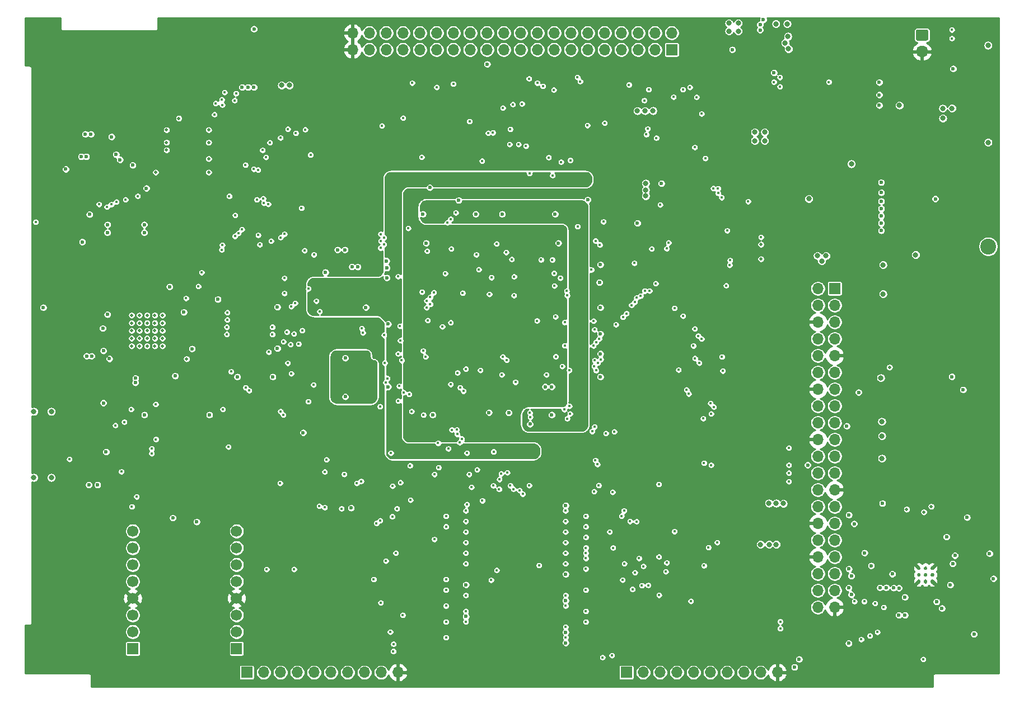
<source format=gbr>
%TF.GenerationSoftware,KiCad,Pcbnew,(5.1.7)-1*%
%TF.CreationDate,2020-11-09T12:51:44+09:00*%
%TF.ProjectId,FlightComputer,466c6967-6874-4436-9f6d-70757465722e,rev?*%
%TF.SameCoordinates,Original*%
%TF.FileFunction,Copper,L2,Inr*%
%TF.FilePolarity,Positive*%
%FSLAX46Y46*%
G04 Gerber Fmt 4.6, Leading zero omitted, Abs format (unit mm)*
G04 Created by KiCad (PCBNEW (5.1.7)-1) date 2020-11-09 12:51:44*
%MOMM*%
%LPD*%
G01*
G04 APERTURE LIST*
%TA.AperFunction,ComponentPad*%
%ADD10R,1.700000X1.700000*%
%TD*%
%TA.AperFunction,ComponentPad*%
%ADD11C,1.700000*%
%TD*%
%TA.AperFunction,ComponentPad*%
%ADD12C,0.500000*%
%TD*%
%TA.AperFunction,ComponentPad*%
%ADD13C,0.800000*%
%TD*%
%TA.AperFunction,ComponentPad*%
%ADD14O,1.700000X1.700000*%
%TD*%
%TA.AperFunction,ComponentPad*%
%ADD15O,1.850000X1.700000*%
%TD*%
%TA.AperFunction,ComponentPad*%
%ADD16C,2.400000*%
%TD*%
%TA.AperFunction,ViaPad*%
%ADD17C,0.450000*%
%TD*%
%TA.AperFunction,ViaPad*%
%ADD18C,0.600000*%
%TD*%
%TA.AperFunction,ViaPad*%
%ADD19C,0.800000*%
%TD*%
%TA.AperFunction,ViaPad*%
%ADD20C,0.500000*%
%TD*%
%TA.AperFunction,Conductor*%
%ADD21C,0.254000*%
%TD*%
%TA.AperFunction,Conductor*%
%ADD22C,0.100000*%
%TD*%
G04 APERTURE END LIST*
D10*
%TO.N,VCC_BAT+*%
%TO.C,M3*%
X16630000Y-95890000D03*
D11*
%TO.N,Net-(M3-Pad2)*%
X16630000Y-93350000D03*
%TO.N,Net-(M3-Pad4)*%
X16630000Y-90810000D03*
%TO.N,GND*%
X16630000Y-88270000D03*
%TO.N,Net-(M3-Pad5)*%
X16630000Y-85730000D03*
%TO.N,Net-(M3-Pad6)*%
X16630000Y-83190000D03*
%TO.N,Net-(M3-Pad7)*%
X16630000Y-80650000D03*
%TO.N,Net-(M3-Pad8)*%
X16630000Y-78110000D03*
%TD*%
%TO.N,Net-(M2-Pad8)*%
%TO.C,M2*%
X32330000Y-78110000D03*
%TO.N,Net-(M2-Pad7)*%
X32330000Y-80650000D03*
%TO.N,Net-(M2-Pad6)*%
X32330000Y-83190000D03*
%TO.N,Net-(M2-Pad5)*%
X32330000Y-85730000D03*
%TO.N,GND*%
X32330000Y-88270000D03*
%TO.N,Net-(M2-Pad4)*%
X32330000Y-90810000D03*
%TO.N,Net-(M2-Pad2)*%
X32330000Y-93350000D03*
D10*
%TO.N,VCC_BAT+*%
X32330000Y-95890000D03*
%TD*%
D12*
%TO.N,Net-(C24-Pad2)*%
%TO.C,U2*%
X21121000Y-45427000D03*
X21121000Y-46589500D03*
X21121000Y-47752000D03*
X21121000Y-48914500D03*
X21121000Y-50077000D03*
X19958500Y-45427000D03*
X19958500Y-46589500D03*
X19958500Y-47752000D03*
X19958500Y-48914500D03*
X19958500Y-50077000D03*
X18796000Y-45427000D03*
X18796000Y-46589500D03*
X18796000Y-47752000D03*
X18796000Y-48914500D03*
X18796000Y-50077000D03*
X17633500Y-45427000D03*
X17633500Y-46589500D03*
X17633500Y-47752000D03*
X17633500Y-48914500D03*
X17633500Y-50077000D03*
X16471000Y-45427000D03*
X16471000Y-46589500D03*
X16471000Y-47752000D03*
X16471000Y-48914500D03*
X16471000Y-50077000D03*
%TD*%
%TO.N,GND*%
%TO.C,U1*%
X135500000Y-83700000D03*
X136500000Y-83700000D03*
X137500000Y-83700000D03*
X135500000Y-84700000D03*
X136500000Y-84700000D03*
X137500000Y-84700000D03*
X135500000Y-85700000D03*
X136500000Y-85700000D03*
X137500000Y-85700000D03*
%TD*%
D13*
%TO.N,N/C*%
%TO.C,SW11*%
X4325000Y-60000000D03*
X1675000Y-60000000D03*
%TD*%
%TO.N,N/C*%
%TO.C,SW10*%
X4325000Y-70000000D03*
X1675000Y-70000000D03*
%TD*%
D14*
%TO.N,GND*%
%TO.C,J11*%
X49870000Y-2670000D03*
X49870000Y-5210000D03*
%TO.N,Net-(J11-Pad38)*%
X52410000Y-2670000D03*
%TO.N,Net-(J11-Pad37)*%
X52410000Y-5210000D03*
%TO.N,Net-(J11-Pad36)*%
X54950000Y-2670000D03*
%TO.N,Net-(J11-Pad35)*%
X54950000Y-5210000D03*
%TO.N,Net-(J11-Pad34)*%
X57490000Y-2670000D03*
%TO.N,Net-(J11-Pad33)*%
X57490000Y-5210000D03*
%TO.N,Net-(J11-Pad32)*%
X60030000Y-2670000D03*
%TO.N,Net-(J11-Pad31)*%
X60030000Y-5210000D03*
%TO.N,Net-(J11-Pad30)*%
X62570000Y-2670000D03*
%TO.N,Net-(J11-Pad29)*%
X62570000Y-5210000D03*
%TO.N,Net-(J11-Pad28)*%
X65110000Y-2670000D03*
%TO.N,Net-(J11-Pad27)*%
X65110000Y-5210000D03*
%TO.N,Net-(J11-Pad26)*%
X67650000Y-2670000D03*
%TO.N,Net-(J11-Pad25)*%
X67650000Y-5210000D03*
%TO.N,Net-(J11-Pad24)*%
X70190000Y-2670000D03*
%TO.N,Net-(J11-Pad23)*%
X70190000Y-5210000D03*
%TO.N,Net-(J11-Pad22)*%
X72730000Y-2670000D03*
%TO.N,G_KEY_FUNC2*%
X72730000Y-5210000D03*
%TO.N,Net-(J11-Pad20)*%
X75270000Y-2670000D03*
%TO.N,G_KEY_FUNC1*%
X75270000Y-5210000D03*
%TO.N,Net-(J11-Pad18)*%
X77810000Y-2670000D03*
%TO.N,G_KEY_ESCAPE*%
X77810000Y-5210000D03*
%TO.N,Net-(J11-Pad16)*%
X80350000Y-2670000D03*
%TO.N,G_KEY_MENU*%
X80350000Y-5210000D03*
%TO.N,Net-(J11-Pad14)*%
X82890000Y-2670000D03*
%TO.N,G_KEY_ENTER*%
X82890000Y-5210000D03*
%TO.N,Net-(J11-Pad12)*%
X85430000Y-2670000D03*
%TO.N,G_KEY_DOWN*%
X85430000Y-5210000D03*
%TO.N,Net-(J11-Pad10)*%
X87970000Y-2670000D03*
%TO.N,G_KEY_UP*%
X87970000Y-5210000D03*
%TO.N,Net-(J11-Pad8)*%
X90510000Y-2670000D03*
%TO.N,G_KEY_RIGHT*%
X90510000Y-5210000D03*
%TO.N,Net-(J11-Pad6)*%
X93050000Y-2670000D03*
%TO.N,G_KEY_LEFT*%
X93050000Y-5210000D03*
%TO.N,Net-(J11-Pad4)*%
X95590000Y-2670000D03*
%TO.N,Net-(J11-Pad3)*%
X95590000Y-5210000D03*
%TO.N,VCC_MCU*%
X98130000Y-2670000D03*
D10*
X98130000Y-5210000D03*
%TD*%
D15*
%TO.N,GND*%
%TO.C,J8*%
X136000000Y-5500000D03*
%TO.N,+BATT*%
%TA.AperFunction,ComponentPad*%
G36*
G01*
X135325000Y-2150000D02*
X136675000Y-2150000D01*
G75*
G02*
X136925000Y-2400000I0J-250000D01*
G01*
X136925000Y-3600000D01*
G75*
G02*
X136675000Y-3850000I-250000J0D01*
G01*
X135325000Y-3850000D01*
G75*
G02*
X135075000Y-3600000I0J250000D01*
G01*
X135075000Y-2400000D01*
G75*
G02*
X135325000Y-2150000I250000J0D01*
G01*
G37*
%TD.AperFunction*%
%TD*%
D14*
%TO.N,/Codec/I2S_DOUT*%
%TO.C,J6*%
X120230000Y-89630000D03*
%TO.N,GND*%
X122770000Y-89630000D03*
%TO.N,/Codec/I2S_DIN*%
X120230000Y-87090000D03*
%TO.N,/Raspberry/SDIO_DAT2*%
X122770000Y-87090000D03*
%TO.N,Net-(J6-Pad36)*%
X120230000Y-84550000D03*
%TO.N,/Codec/I2S_LRCK*%
X122770000Y-84550000D03*
%TO.N,GND*%
X120230000Y-82010000D03*
%TO.N,Net-(J6-Pad33)*%
X122770000Y-82010000D03*
%TO.N,Net-(J6-Pad32)*%
X120230000Y-79470000D03*
%TO.N,Net-(J6-Pad31)*%
X122770000Y-79470000D03*
%TO.N,GND*%
X120230000Y-76930000D03*
%TO.N,Net-(J6-Pad29)*%
X122770000Y-76930000D03*
%TO.N,Net-(J6-Pad28)*%
X120230000Y-74390000D03*
%TO.N,Net-(J6-Pad27)*%
X122770000Y-74390000D03*
%TO.N,Net-(J6-Pad26)*%
X120230000Y-71850000D03*
%TO.N,GND*%
X122770000Y-71850000D03*
%TO.N,Net-(J6-Pad24)*%
X120230000Y-69310000D03*
%TO.N,Net-(J6-Pad23)*%
X122770000Y-69310000D03*
%TO.N,/Raspberry/SDIO_DAT1*%
X120230000Y-66770000D03*
%TO.N,Net-(J6-Pad21)*%
X122770000Y-66770000D03*
%TO.N,GND*%
X120230000Y-64230000D03*
%TO.N,Net-(J6-Pad19)*%
X122770000Y-64230000D03*
%TO.N,/Raspberry/SDIO_DAT0*%
X120230000Y-61690000D03*
%TO.N,Net-(J6-Pad17)*%
X122770000Y-61690000D03*
%TO.N,/Raspberry/SDIO_CMD*%
X120230000Y-59150000D03*
%TO.N,/Raspberry/SDIO_CLK*%
X122770000Y-59150000D03*
%TO.N,GND*%
X120230000Y-56610000D03*
%TO.N,/Raspberry/SDIO_DAT3*%
X122770000Y-56610000D03*
%TO.N,/Codec/I2S_SCLK*%
X120230000Y-54070000D03*
%TO.N,Net-(J6-Pad11)*%
X122770000Y-54070000D03*
%TO.N,Net-(J6-Pad10)*%
X120230000Y-51530000D03*
%TO.N,GND*%
X122770000Y-51530000D03*
%TO.N,Net-(J6-Pad8)*%
X120230000Y-48990000D03*
%TO.N,Net-(J6-Pad7)*%
X122770000Y-48990000D03*
%TO.N,GND*%
X120230000Y-46450000D03*
%TO.N,/Codec/I2C_SCL*%
X122770000Y-46450000D03*
%TO.N,VCC_5V*%
X120230000Y-43910000D03*
%TO.N,/Codec/I2C_SDA*%
X122770000Y-43910000D03*
%TO.N,VCC_5V*%
X120230000Y-41370000D03*
D10*
%TO.N,VCC_3V3*%
X122770000Y-41370000D03*
%TD*%
D16*
%TO.N,Net-(J4-Pad1)*%
%TO.C,J4*%
X146000000Y-35000000D03*
%TD*%
D14*
%TO.N,GND*%
%TO.C,J2*%
X56730000Y-99500000D03*
%TO.N,Net-(J2-Pad9)*%
X54190000Y-99500000D03*
%TO.N,Net-(J2-Pad8)*%
X51650000Y-99500000D03*
%TO.N,Net-(J2-Pad7)*%
X49110000Y-99500000D03*
%TO.N,Net-(J2-Pad6)*%
X46570000Y-99500000D03*
%TO.N,Net-(J2-Pad5)*%
X44030000Y-99500000D03*
%TO.N,Net-(J2-Pad4)*%
X41490000Y-99500000D03*
%TO.N,Net-(J2-Pad3)*%
X38950000Y-99500000D03*
%TO.N,VCC_PERIH*%
X36410000Y-99500000D03*
D10*
X33870000Y-99500000D03*
%TD*%
D14*
%TO.N,GND*%
%TO.C,J1*%
X114130000Y-99500000D03*
%TO.N,Net-(C13-Pad1)*%
X111590000Y-99500000D03*
%TO.N,Net-(C12-Pad1)*%
X109050000Y-99500000D03*
%TO.N,Net-(C11-Pad1)*%
X106510000Y-99500000D03*
%TO.N,Net-(C10-Pad1)*%
X103970000Y-99500000D03*
%TO.N,Net-(J1-Pad5)*%
X101430000Y-99500000D03*
%TO.N,/Codec/HPDETECT*%
X98890000Y-99500000D03*
%TO.N,Net-(C7-Pad1)*%
X96350000Y-99500000D03*
%TO.N,Net-(C6-Pad1)*%
X93810000Y-99500000D03*
D10*
%TO.N,VCC_3V3*%
X91270000Y-99500000D03*
%TD*%
D17*
%TO.N,GND*%
X88000000Y-22650000D03*
X88700000Y-22650000D03*
X89450000Y-22650000D03*
X89450000Y-23350000D03*
X88700000Y-23350000D03*
X88000000Y-23350000D03*
X87250000Y-23350000D03*
D18*
X144000000Y-78000000D03*
X143000000Y-78000000D03*
X139000000Y-93900000D03*
X139000000Y-81300000D03*
X133390000Y-87150000D03*
X136575000Y-91400000D03*
X129600000Y-58200000D03*
X97450000Y-95100000D03*
X102800000Y-95100000D03*
X105350000Y-95100000D03*
X110450000Y-95100000D03*
X142000000Y-78000000D03*
X135320000Y-33270000D03*
D19*
X138300000Y-11100000D03*
D18*
X16200000Y-21800000D03*
X19100000Y-53400000D03*
X15100000Y-17400000D03*
X15000000Y-51600000D03*
X14000000Y-47300000D03*
X16700000Y-41800000D03*
X11700000Y-36500000D03*
X18000000Y-36500000D03*
X19900000Y-52400000D03*
X125750000Y-45000000D03*
X102000000Y-2000000D03*
X102000000Y-1000000D03*
X53600000Y-65400000D03*
X40500000Y-8300000D03*
D20*
X73500000Y-63560000D03*
X70500000Y-63560000D03*
D18*
X80500000Y-27050000D03*
D17*
X30850000Y-50450000D03*
D18*
X82100000Y-91035000D03*
X85300000Y-84625000D03*
X43650000Y-7100000D03*
X43550000Y-9550000D03*
X89800000Y-15150000D03*
D19*
X92950000Y-30360000D03*
D17*
X81700000Y-34250000D03*
D18*
X54400000Y-51050000D03*
X64750000Y-60500000D03*
X39900000Y-56825000D03*
X19825000Y-54175000D03*
X20475000Y-54875000D03*
X27200000Y-56000000D03*
X28200000Y-56000000D03*
X26150000Y-56000000D03*
X25150000Y-56000000D03*
X25150000Y-57000000D03*
X26150000Y-57000000D03*
X28200000Y-56975000D03*
X27200000Y-56975000D03*
D17*
X87250000Y-22650000D03*
D18*
X11850000Y-18250000D03*
X82100000Y-86225000D03*
X64000000Y-86225000D03*
X64000000Y-91025000D03*
X107900000Y-95100000D03*
X92650000Y-95100000D03*
X60380000Y-46600000D03*
X52290000Y-46749999D03*
X44500000Y-46800000D03*
X44500000Y-51450000D03*
D20*
X61250000Y-62730000D03*
D18*
X60310000Y-37250000D03*
D17*
X62580000Y-56450000D03*
D18*
X115500000Y-75250000D03*
X116750000Y-75250000D03*
X108000000Y-70000000D03*
X108000000Y-71000000D03*
X116750000Y-76500000D03*
X115500000Y-76500000D03*
X108000000Y-72000000D03*
X116750000Y-77750000D03*
X115500000Y-77750000D03*
X115500000Y-79000000D03*
X116750000Y-79000000D03*
X108000000Y-73000000D03*
X109100000Y-70000000D03*
X116750000Y-82500000D03*
X115500000Y-82500000D03*
X115500000Y-83750000D03*
X116750000Y-83750000D03*
X109100000Y-71000000D03*
X109100000Y-72000000D03*
X116750000Y-85000000D03*
X115500000Y-85000000D03*
X115500000Y-86250000D03*
X116750000Y-86250000D03*
X109100000Y-73000000D03*
X108500000Y-43250000D03*
X110000000Y-43250000D03*
X111500000Y-43250000D03*
X111500000Y-44750000D03*
X110000000Y-44750000D03*
X108500000Y-44750000D03*
X108500000Y-46250000D03*
X110000000Y-46250000D03*
X111500000Y-46250000D03*
X12075000Y-17600000D03*
X3000000Y-40000000D03*
X5000000Y-40000000D03*
X7000000Y-40000000D03*
X7000000Y-38000000D03*
X5000000Y-38000000D03*
X3000000Y-38000000D03*
X3000000Y-36000000D03*
X5000000Y-36000000D03*
X7000000Y-36000000D03*
X7000000Y-34000000D03*
X5000000Y-34000000D03*
X3000000Y-34000000D03*
X3000000Y-32000000D03*
X5000000Y-32000000D03*
X7000000Y-32000000D03*
X3000000Y-4000000D03*
X5000000Y-4000000D03*
X7000000Y-4000000D03*
X7000000Y-6000000D03*
X5000000Y-6000000D03*
X3000000Y-6000000D03*
X3000000Y-8000000D03*
X5000000Y-8000000D03*
X7000000Y-8000000D03*
X7000000Y-10000000D03*
X5000000Y-10000000D03*
X3000000Y-10000000D03*
X3000000Y-78000000D03*
X5000000Y-78000000D03*
X7000000Y-78000000D03*
X7000000Y-81000000D03*
X5000000Y-81000000D03*
X3000000Y-81000000D03*
X3000000Y-84000000D03*
X5000000Y-84000000D03*
X7000000Y-84000000D03*
X7000000Y-87000000D03*
X5000000Y-87000000D03*
X3000000Y-87000000D03*
X21000000Y-79000000D03*
X23000000Y-79000000D03*
X23000000Y-82000000D03*
X21000000Y-82000000D03*
X21000000Y-85000000D03*
X23000000Y-85000000D03*
X23000000Y-88000000D03*
X21000000Y-88000000D03*
X102000000Y-3000000D03*
X104000000Y-3000000D03*
X104000000Y-2000000D03*
X104000000Y-1000000D03*
X103000000Y-1000000D03*
X103000000Y-2000000D03*
X103000000Y-3000000D03*
X120500000Y-2000000D03*
X121500000Y-2000000D03*
X122500000Y-2000000D03*
X122500000Y-3000000D03*
X124000000Y-2000000D03*
X124000000Y-4000000D03*
X124000000Y-6000000D03*
X121500000Y-3000000D03*
X120500000Y-3000000D03*
X103000000Y-8000000D03*
X104000000Y-8000000D03*
X105000000Y-8000000D03*
X106000000Y-8000000D03*
X107000000Y-8000000D03*
X102000000Y-8000000D03*
X116000000Y-8250000D03*
X117000000Y-8250000D03*
X118000000Y-8250000D03*
X119000000Y-8250000D03*
X120000000Y-8250000D03*
X121000000Y-8250000D03*
X133000000Y-6000000D03*
X133000000Y-4000000D03*
X133000000Y-2000000D03*
X131000000Y-2000000D03*
X131000000Y-4000000D03*
X131000000Y-6000000D03*
X129000000Y-6000000D03*
X129000000Y-4000000D03*
X129000000Y-2000000D03*
X105000000Y-21000000D03*
X107000000Y-21000000D03*
X109000000Y-21000000D03*
X111000000Y-21000000D03*
X113000000Y-21000000D03*
X113000000Y-23000000D03*
X111000000Y-23000000D03*
X109000000Y-23000000D03*
X107000000Y-23000000D03*
X105000000Y-23000000D03*
X129000000Y-19000000D03*
X131000000Y-19000000D03*
X133000000Y-19000000D03*
X135000000Y-19000000D03*
X135000000Y-21000000D03*
X133000000Y-21000000D03*
X131000000Y-21000000D03*
X129000000Y-21000000D03*
X129000000Y-23000000D03*
X131000000Y-23000000D03*
X133000000Y-23000000D03*
X135000000Y-23000000D03*
X138000000Y-23000000D03*
X138000000Y-21000000D03*
X138000000Y-19000000D03*
X141000000Y-19000000D03*
X141000000Y-21000000D03*
X141000000Y-23000000D03*
X52650000Y-65400000D03*
D19*
X91720000Y-30360000D03*
X94180000Y-30360000D03*
D18*
X143000000Y-79000000D03*
X144000000Y-79000000D03*
X142000000Y-79000000D03*
X144000000Y-80000000D03*
X143000000Y-80000000D03*
X142000000Y-80000000D03*
X88820000Y-46950000D03*
X93990000Y-38250000D03*
X95000000Y-38250000D03*
X96000000Y-38250000D03*
X96000000Y-39250000D03*
X95000000Y-39250000D03*
X94000000Y-39250000D03*
X121500000Y-1000000D03*
X122500000Y-1000000D03*
X120500000Y-1000000D03*
X125750000Y-6000000D03*
X125750000Y-4000000D03*
X125750000Y-2000000D03*
X127500000Y-4000000D03*
X127500000Y-2000000D03*
X127500000Y-6000000D03*
X144500000Y-5000000D03*
X143000000Y-5000000D03*
X141500000Y-5000000D03*
X143500000Y-19000000D03*
X143500000Y-21000000D03*
D17*
X68800000Y-71500000D03*
X31800000Y-50450000D03*
D20*
X59910000Y-41350002D03*
X61560000Y-40000000D03*
D17*
X89360000Y-55660000D03*
X88740000Y-55670000D03*
X85960000Y-54225000D03*
D20*
X79000000Y-66190000D03*
X80100000Y-66200000D03*
X81300000Y-66200000D03*
X82600000Y-66200000D03*
D19*
%TO.N,VCC_3V3*%
X130100000Y-37800000D03*
X130100000Y-42200000D03*
X129750000Y-54910000D03*
X129920000Y-67100000D03*
X129930000Y-63700000D03*
D18*
X140970000Y-81800000D03*
X139000000Y-89800000D03*
X139700000Y-78980000D03*
X142800000Y-76030000D03*
D19*
X129910000Y-61520000D03*
D18*
%TO.N,VCC_5V*%
X133410000Y-90830000D03*
D19*
X135030000Y-36260000D03*
D18*
X132490000Y-90830000D03*
D19*
X121475000Y-36400000D03*
X120175000Y-36400000D03*
D20*
X111640000Y-34700000D03*
X111640000Y-36900000D03*
D19*
X120825000Y-37200000D03*
D18*
X130580000Y-86660000D03*
X129630000Y-86670000D03*
%TO.N,Net-(C8-Pad1)*%
X138200000Y-88800000D03*
%TO.N,Net-(C9-Pad1)*%
X117400000Y-97500000D03*
D17*
X114550000Y-91800000D03*
X136175000Y-97500000D03*
D18*
%TO.N,/Codec/RADIO_R*%
X146200000Y-81500000D03*
X140500000Y-54725000D03*
%TO.N,/Codec/RADIO_L*%
X146800000Y-85300000D03*
X142200000Y-56700000D03*
%TO.N,VCC_BAT+*%
X22200000Y-41100000D03*
X23050000Y-54600000D03*
X34960000Y-2080000D03*
X37800000Y-54750000D03*
X32450000Y-54750000D03*
X34950000Y-10900000D03*
X33175000Y-10900000D03*
X34075000Y-10900000D03*
X3100000Y-44250000D03*
%TO.N,Net-(C23-Pad1)*%
X12800000Y-45300000D03*
X12100000Y-47400000D03*
%TO.N,Net-(C24-Pad2)*%
X24350000Y-44950000D03*
D17*
X24700000Y-42850000D03*
D18*
%TO.N,+22V*%
X14700000Y-21875000D03*
X12800000Y-31700000D03*
X12800000Y-32900000D03*
%TO.N,-20V*%
X16625000Y-22700000D03*
X18375000Y-31700000D03*
X18375000Y-32900000D03*
%TO.N,+15V*%
X9650000Y-51600000D03*
X10300000Y-18000000D03*
X10100000Y-30150000D03*
X10425000Y-51600000D03*
X9450000Y-18000000D03*
%TO.N,-15V*%
X9600000Y-21400000D03*
X17046000Y-54954000D03*
X9000000Y-34320000D03*
X17025000Y-55625000D03*
X8850000Y-21400000D03*
%TO.N,/EINK-PMIC/VCOM*%
X14100000Y-21075000D03*
X25600000Y-50500000D03*
D20*
X24775000Y-52025000D03*
D18*
X13425000Y-18400000D03*
%TO.N,VCC_EINK*%
X13100000Y-52000000D03*
X29500000Y-43000000D03*
X18700000Y-26200000D03*
X18400000Y-60500000D03*
X28225000Y-60500000D03*
X6500000Y-23300000D03*
D20*
X23600000Y-15600000D03*
D18*
%TO.N,VCC_PERIH*%
X12200000Y-50800000D03*
X12200000Y-58700000D03*
D19*
X112875000Y-80125000D03*
D18*
X82100000Y-74225000D03*
X82100000Y-84625000D03*
X82100000Y-93425000D03*
X82100000Y-88625000D03*
X82100000Y-95025000D03*
X67025000Y-91025000D03*
X49650000Y-74600000D03*
D19*
X113950000Y-80125000D03*
D18*
X67025000Y-86225000D03*
D19*
X111575000Y-80125000D03*
D18*
%TO.N,VCC_MCU*%
X55250000Y-56250000D03*
D19*
X94200000Y-26450000D03*
D18*
X48775000Y-57750000D03*
X55250000Y-46750000D03*
X48775000Y-51900000D03*
X70500000Y-60150000D03*
X73500000Y-60175000D03*
X80000000Y-60500000D03*
X62000000Y-60500000D03*
X55050000Y-39750000D03*
X55050000Y-38250000D03*
X55000000Y-37200000D03*
X60500000Y-30100000D03*
X68500000Y-30100000D03*
X72500000Y-30100000D03*
X80500000Y-30100000D03*
X87350000Y-37750000D03*
X87210000Y-40450000D03*
X87350000Y-44250000D03*
X87350000Y-48250000D03*
X87350000Y-51250000D03*
X87350000Y-54750000D03*
X12600000Y-66100000D03*
X42400000Y-63200000D03*
X129820000Y-31480000D03*
X92950000Y-31480000D03*
D19*
X94200000Y-25450000D03*
D18*
X38510000Y-50440000D03*
X38500000Y-44180000D03*
X45770000Y-38910000D03*
X61560000Y-26080000D03*
D19*
X94200000Y-27350000D03*
D18*
X96580000Y-25460000D03*
X70230000Y-7400000D03*
D19*
%TO.N,VCC_BAT*%
X39150000Y-10600000D03*
X108200000Y-1200000D03*
X108200000Y-2400000D03*
X92950000Y-14470000D03*
X106800000Y-1200000D03*
X106800000Y-2400000D03*
X118875000Y-27775000D03*
X112820000Y-73890000D03*
X40325000Y-10600000D03*
X94100000Y-14470000D03*
X110700000Y-19000000D03*
X112200000Y-19000000D03*
X110700000Y-17700000D03*
X112200000Y-17700000D03*
X95300000Y-14460000D03*
X113930000Y-73900000D03*
X115030000Y-73930000D03*
%TO.N,+BATT*%
X113900000Y-1300000D03*
X115300000Y-4200000D03*
X115800000Y-5100000D03*
X115700000Y-3200000D03*
X115600000Y-1300000D03*
D17*
%TO.N,/DEBUG/nRST*%
X56750000Y-51250000D03*
X7050000Y-67220000D03*
X31500000Y-53950000D03*
X31100000Y-65350000D03*
X54310000Y-16730000D03*
X40100000Y-17230000D03*
X37200010Y-50989990D03*
%TO.N,/MCU/BOOT0*%
X64700000Y-30850000D03*
X1950000Y-31300000D03*
D18*
%TO.N,GNDS*%
X83100000Y-24850000D03*
X64900000Y-25300000D03*
X56210000Y-65400000D03*
X55800000Y-40800000D03*
X45570000Y-44230000D03*
X49920000Y-40800000D03*
X76700000Y-65975000D03*
X65900000Y-25300000D03*
X84500000Y-24850000D03*
X56200000Y-64680020D03*
X45570000Y-42530000D03*
D19*
%TO.N,VCC_USB*%
X139140000Y-15590000D03*
D18*
X113600000Y-8700000D03*
X107300000Y-5200000D03*
X111500000Y-2230000D03*
D19*
X145990000Y-4550000D03*
X145990000Y-19250000D03*
X132570000Y-13630000D03*
X139130000Y-14100000D03*
D18*
X140700000Y-8090000D03*
X111500000Y-1400000D03*
X112000000Y-675000D03*
D19*
X140520000Y-14090000D03*
D17*
%TO.N,Net-(D2-Pad1)*%
X26560000Y-41030000D03*
X27070000Y-38950000D03*
D20*
%TO.N,Net-(J5-Pad34)*%
X28125000Y-17350000D03*
X21750000Y-17350000D03*
%TO.N,Net-(J5-Pad33)*%
X28125000Y-23775000D03*
X20100000Y-23775000D03*
%TO.N,Net-(J5-Pad24)*%
X21750000Y-19250000D03*
X28125000Y-19250000D03*
%TO.N,Net-(J5-Pad22)*%
X28125000Y-21725000D03*
X21750000Y-20400000D03*
D18*
%TO.N,/Codec/I2S_DIN*%
X125300000Y-84900000D03*
X125725000Y-77000000D03*
%TO.N,/Raspberry/SDIO_DAT2*%
X124900000Y-86700000D03*
X126400000Y-57100000D03*
%TO.N,/Codec/I2S_LRCK*%
X124925000Y-83825000D03*
X124925000Y-75650000D03*
D20*
X133675000Y-74800000D03*
X136275000Y-75225000D03*
D18*
%TO.N,Net-(J6-Pad21)*%
X118700000Y-68100000D03*
%TO.N,/Raspberry/SDIO_CLK*%
X124600000Y-62200000D03*
D20*
%TO.N,/Codec/I2S_SCLK*%
X137380000Y-74370000D03*
X131075000Y-53300000D03*
D18*
%TO.N,/Codec/I2C_SCL*%
X127300000Y-81400000D03*
%TO.N,/Codec/I2C_SDA*%
X128300000Y-83350000D03*
%TO.N,Net-(L3-Pad1)*%
X133400000Y-88100000D03*
D17*
X129250000Y-93400000D03*
X130200000Y-89650000D03*
D18*
%TO.N,Net-(L4-Pad1)*%
X132511410Y-86725000D03*
D17*
X128100000Y-93950000D03*
X128875000Y-89050000D03*
D18*
%TO.N,Net-(L5-Pad1)*%
X131700000Y-86700000D03*
D17*
X126800000Y-94500000D03*
X127250000Y-88750000D03*
D18*
%TO.N,Net-(L6-Pad1)*%
X131500000Y-84600000D03*
X124900000Y-95100000D03*
D17*
X125775000Y-88750000D03*
D19*
%TO.N,Net-(L10-Pad2)*%
X125300000Y-22500000D03*
D18*
%TO.N,Net-(M2-Pad5)*%
X22700000Y-76100000D03*
X26300000Y-76700000D03*
%TO.N,Net-(R9-Pad1)*%
X140258058Y-86241942D03*
X116700000Y-98700000D03*
D17*
X114550000Y-92850000D03*
%TO.N,/EINK-PMIC/EPD_PMIC_VCOM*%
X71650000Y-34600000D03*
X32608979Y-32987220D03*
%TO.N,/EINK-PMIC/EPD_PMIC_SDA*%
X37750000Y-47200000D03*
X30850000Y-47200000D03*
X32110000Y-30275000D03*
X65500000Y-29900000D03*
%TO.N,/EINK-PMIC/EPD_PMIC_SCL*%
X37750000Y-48300000D03*
X30850000Y-48300000D03*
X64200000Y-31400000D03*
X32083979Y-33457798D03*
%TO.N,/EINK-PMIC/EPD_PMIC_PWRUP*%
X30910000Y-46100000D03*
X41200003Y-43589997D03*
X42710000Y-17310000D03*
X71100021Y-17780021D03*
%TO.N,/EINK-PMIC/EPD_PMIC_WAKEUP*%
X20100000Y-58900000D03*
X43175000Y-58490000D03*
X70870000Y-39710000D03*
X43200001Y-41400001D03*
%TO.N,/EINK-PMIC/EPD_PMIC_nINT*%
X16400000Y-59650000D03*
X30250000Y-59650000D03*
X33675000Y-22650000D03*
X69450000Y-22055000D03*
%TO.N,/EINK-PMIC/EPD_PMIC_PWR_GOOD*%
X40600000Y-44100000D03*
X30910000Y-45000000D03*
X70365026Y-17839999D03*
X41300001Y-17839999D03*
%TO.N,/EINK-PMIC/EPD_CL*%
X11520000Y-28620000D03*
X42150000Y-29200000D03*
X43510000Y-21125000D03*
X86300000Y-50050000D03*
X101414497Y-50050000D03*
X103210000Y-21660000D03*
%TO.N,/EINK-PMIC/EPD_LE*%
X101900000Y-12400000D03*
X32250000Y-11850000D03*
X102134981Y-48536706D03*
X87154274Y-49000000D03*
%TO.N,/EINK-PMIC/EPD_OE*%
X86450000Y-47600000D03*
X12712500Y-29012500D03*
X37140000Y-28610000D03*
X38960000Y-18550000D03*
X101609981Y-47460000D03*
X101609981Y-19990000D03*
%TO.N,/EINK-PMIC/EPD_SPH*%
X30531067Y-11674962D03*
X98410000Y-12370000D03*
X86324999Y-46284999D03*
X99850001Y-45539999D03*
%TO.N,/EINK-PMIC/EPD_D0*%
X13387500Y-28637500D03*
X36470000Y-28430000D03*
X37350000Y-19270000D03*
X76095000Y-19800000D03*
%TO.N,/EINK-PMIC/EPD_D1*%
X32030000Y-12900001D03*
X75500000Y-13400000D03*
%TO.N,/EINK-PMIC/EPD_D2*%
X14150000Y-28250000D03*
X36775000Y-21500000D03*
X36370000Y-27740000D03*
X74975000Y-19555000D03*
%TO.N,/EINK-PMIC/EPD_D3*%
X74100000Y-13500000D03*
X30098320Y-12761680D03*
%TO.N,/EINK-PMIC/EPD_D4*%
X15550000Y-27900000D03*
X36250000Y-20425000D03*
X35390000Y-27910000D03*
X73635010Y-19555000D03*
%TO.N,/EINK-PMIC/EPD_D5*%
X72620000Y-14025000D03*
X30177088Y-13582912D03*
%TO.N,/EINK-PMIC/EPD_D6*%
X82650000Y-53750000D03*
X69200000Y-53750000D03*
X68972835Y-38492912D03*
X17380000Y-27380000D03*
X31230000Y-27380000D03*
X33150000Y-32420000D03*
%TO.N,/EINK-PMIC/EPD_D7*%
X29185856Y-13334144D03*
X93980000Y-12895000D03*
X99172289Y-53692289D03*
X86700000Y-53780000D03*
%TO.N,/EINK-PMIC/EPD_GMODE*%
X28969262Y-15024496D03*
X102659981Y-48990000D03*
X102660000Y-14910000D03*
X86692509Y-49525000D03*
%TO.N,/EINK-PMIC/EPD_CKV*%
X81950000Y-50000000D03*
X42599992Y-35624982D03*
X30175000Y-34783419D03*
X41724990Y-49775000D03*
%TO.N,/EINK-PMIC/EPD_SPV*%
X81950000Y-46500000D03*
X44375000Y-43270000D03*
X44025001Y-36250001D03*
X30087499Y-35502501D03*
%TO.N,Net-(R50-Pad2)*%
X82100000Y-94225000D03*
%TO.N,/MCU/FMC_D0*%
X86483390Y-52250000D03*
X101015000Y-88710000D03*
X86944884Y-52635000D03*
X102290000Y-52642288D03*
%TO.N,/MCU/FMC_A0*%
X85160000Y-77425000D03*
X92562500Y-43412500D03*
X92800000Y-76650000D03*
X61625000Y-42690000D03*
%TO.N,Net-(R52-Pad2)*%
X82100000Y-92625000D03*
%TO.N,/MCU/FMC_D1*%
X101660000Y-51940000D03*
X96225000Y-87800000D03*
X87427792Y-52110000D03*
X101660000Y-51940000D03*
%TO.N,/MCU/FMC_A1*%
X92037500Y-43887500D03*
X91825000Y-76625000D03*
X61077317Y-43215000D03*
%TO.N,Net-(R53-Pad1)*%
X82075000Y-76625000D03*
%TO.N,/MCU/FMC_D2*%
X85160000Y-91825000D03*
X94575000Y-86300000D03*
X80340000Y-39060000D03*
X94796427Y-41733963D03*
%TO.N,/MCU/FMC_A2*%
X85160000Y-75825000D03*
X91300000Y-45150000D03*
X61625000Y-43740000D03*
X90550000Y-75820000D03*
%TO.N,/MCU/FMC_D3*%
X85160000Y-90225000D03*
X93625000Y-86325000D03*
X81280000Y-39780000D03*
X94060000Y-41740000D03*
%TO.N,/MCU/FMC_A3*%
X90925000Y-75025000D03*
X90758201Y-45711799D03*
X61050000Y-44265001D03*
%TO.N,Net-(R57-Pad1)*%
X82075000Y-75025000D03*
%TO.N,Net-(R58-Pad2)*%
X82100000Y-89425000D03*
%TO.N,/MCU/FMC_D4*%
X93860000Y-83430000D03*
X96190000Y-81990000D03*
X96180000Y-71010000D03*
X92200000Y-86900000D03*
X72075000Y-70275000D03*
%TO.N,/MCU/FMC_A4*%
X56575000Y-74700000D03*
X61225000Y-46200010D03*
X64700001Y-46525001D03*
X64694699Y-55882137D03*
X58800000Y-59975000D03*
%TO.N,Net-(R59-Pad1)*%
X67000000Y-75025000D03*
%TO.N,Net-(R60-Pad2)*%
X82100000Y-87825000D03*
%TO.N,/MCU/FMC_D5*%
X72350000Y-69400000D03*
X103020000Y-83330000D03*
X103030000Y-67790000D03*
%TO.N,/MCU/FMC_A5*%
X64000000Y-75825000D03*
X51175000Y-70550000D03*
X55875030Y-75900000D03*
X55912500Y-71287500D03*
%TO.N,/MCU/FMC_D6*%
X85160000Y-87025000D03*
X104100000Y-68100000D03*
X103700000Y-80600000D03*
X73285000Y-69250000D03*
%TO.N,/MCU/FMC_A6*%
X55660000Y-66280000D03*
X67150000Y-66280000D03*
X54025010Y-76500000D03*
%TO.N,Net-(R63-Pad1)*%
X67000000Y-76625000D03*
%TO.N,/MCU/FMC_D7*%
X76600000Y-71200000D03*
X87100000Y-71175000D03*
%TO.N,/MCU/FMC_A7*%
X64005000Y-77425000D03*
X48200000Y-74700000D03*
X48600000Y-69500000D03*
X67510000Y-69509999D03*
%TO.N,/Memory/NOR_DQ0*%
X41000000Y-48225000D03*
X51430000Y-48080000D03*
%TO.N,/MCU/FMC_D8*%
X64000000Y-85425000D03*
X54020000Y-59230000D03*
X74500000Y-55550000D03*
X53075000Y-85425000D03*
%TO.N,/MCU/FMC_A8*%
X67850000Y-71450000D03*
%TO.N,Net-(R68-Pad1)*%
X67000000Y-78225000D03*
%TO.N,/Memory/NOR_DQ1*%
X39425000Y-49420000D03*
X36870000Y-83890000D03*
X54640000Y-48430154D03*
X41025000Y-83885000D03*
%TO.N,/MCU/FMC_D9*%
X64000000Y-87025000D03*
X70825000Y-85525000D03*
X73731231Y-71221231D03*
X71152500Y-71222500D03*
%TO.N,/MCU/FMC_A9*%
X45650000Y-69125000D03*
X45650000Y-74525000D03*
X68700011Y-68800000D03*
X62230000Y-79340000D03*
%TO.N,/Memory/NOR_DQ2*%
X42249990Y-47725000D03*
X51259846Y-47410154D03*
%TO.N,Net-(R73-Pad2)*%
X67000000Y-87825000D03*
%TO.N,/MCU/FMC_D10*%
X71675000Y-84025000D03*
X72040000Y-71750000D03*
X74220000Y-71750000D03*
%TO.N,/MCU/FMC_A10*%
X69500000Y-73500000D03*
X89200000Y-72200000D03*
X88735000Y-78225000D03*
%TO.N,Net-(R74-Pad1)*%
X82075000Y-78225000D03*
%TO.N,/Memory/NOR_nCS*%
X82330000Y-42430000D03*
X43950000Y-55950000D03*
X73160000Y-52200001D03*
X74280000Y-42430000D03*
%TO.N,/Memory/NOR_DQ3*%
X39950000Y-47950000D03*
X38900000Y-70850000D03*
X50500000Y-70850000D03*
X57038375Y-47059625D03*
%TO.N,/MCU/FMC_D11*%
X53499999Y-76900000D03*
X54125000Y-88950000D03*
X64000000Y-89425000D03*
X75110000Y-71940000D03*
%TO.N,/MCU/FMC_A11*%
X45950000Y-67275000D03*
X44825000Y-74300000D03*
X71200000Y-66080000D03*
%TO.N,Net-(R78-Pad1)*%
X67000000Y-79825000D03*
%TO.N,/Memory/NOR_CLK*%
X57100000Y-49250000D03*
X40475000Y-49830000D03*
%TO.N,Net-(R80-Pad2)*%
X67000000Y-90225000D03*
%TO.N,/MCU/FMC_D12*%
X58625000Y-73400000D03*
X57470000Y-90810000D03*
X75600000Y-72490000D03*
%TO.N,/MCU/FMC_A12*%
X63450000Y-47150000D03*
X77770000Y-46250000D03*
%TO.N,Net-(R82-Pad2)*%
X67000000Y-91825000D03*
%TO.N,/MCU/FMC_D13*%
X64000000Y-91825000D03*
X86600000Y-67400000D03*
X58570000Y-68190000D03*
%TO.N,/MCU/FMC_D14*%
X86900000Y-68000000D03*
X62240000Y-69510000D03*
X57118767Y-70738769D03*
X62890000Y-68459999D03*
%TO.N,/MCU/FMC_D15*%
X64000000Y-94225000D03*
X81580000Y-53160000D03*
X55575000Y-93375000D03*
X57625000Y-57125000D03*
%TO.N,/MCU/FMC_BA0*%
X89710000Y-46830000D03*
X104995000Y-79825000D03*
X105845000Y-53850000D03*
%TO.N,Net-(R85-Pad1)*%
X82075000Y-79825000D03*
%TO.N,/MCU/FMC_BA1*%
X85160000Y-79025000D03*
X92820000Y-42770000D03*
X98550000Y-44340000D03*
X98550000Y-78160000D03*
%TO.N,/MCU/FMC_nBL0*%
X85160000Y-83825000D03*
X63900000Y-39100000D03*
X74310000Y-39570000D03*
X78060000Y-83300000D03*
%TO.N,/MCU/FMC_nBL1*%
X65750000Y-54125000D03*
X54900000Y-82625000D03*
X56785001Y-58390000D03*
%TO.N,Net-(R88-Pad1)*%
X67000000Y-83025000D03*
%TO.N,/MCU/FMC_nWE*%
X80600000Y-51675000D03*
X90975000Y-83020000D03*
X60540000Y-50810000D03*
X86475001Y-62300000D03*
X89462490Y-63037510D03*
%TO.N,Net-(R89-Pad1)*%
X82075000Y-83025000D03*
%TO.N,/MCU/FMC_nCAS*%
X93450000Y-42500000D03*
X85160000Y-82225000D03*
X93200000Y-82225000D03*
X68580000Y-36250000D03*
X80410000Y-40960000D03*
X73940000Y-36950000D03*
%TO.N,/MCU/FMC_nRAS*%
X85160000Y-81425000D03*
X67155000Y-74055000D03*
X86400000Y-72100000D03*
%TO.N,Net-(R91-Pad1)*%
X82075000Y-81425000D03*
%TO.N,/MCU/FMC_nE1*%
X85160000Y-80625000D03*
X70560000Y-42230000D03*
X72430000Y-54430000D03*
X79190000Y-54430000D03*
X66530058Y-42042903D03*
X86100000Y-63000000D03*
X88200000Y-63300000D03*
X89265000Y-80625000D03*
%TO.N,/MCU/FMC_CLK*%
X62150000Y-41975000D03*
X82250000Y-41750000D03*
%TO.N,/MCU/FMC_CKE1*%
X56405000Y-81425000D03*
X58420000Y-57360000D03*
X66990000Y-53550000D03*
%TO.N,Net-(R94-Pad1)*%
X67000000Y-81425000D03*
%TO.N,/VARIO_RX*%
X106950000Y-37100000D03*
X78380000Y-37020000D03*
%TO.N,/VARIO_TX*%
X106895000Y-37834034D03*
X80080000Y-37025000D03*
%TO.N,/EINK_MOSI*%
X115840000Y-65500000D03*
X66401334Y-64127266D03*
%TO.N,/EINK_MISO*%
X115850000Y-68100000D03*
X66090000Y-64700001D03*
%TO.N,/EINK_SCLK*%
X115840000Y-70600000D03*
X64349989Y-65625011D03*
%TO.N,/EINK_nCS*%
X115850000Y-69300000D03*
X62811752Y-64787084D03*
%TO.N,Net-(R117-Pad2)*%
X114500000Y-9400000D03*
X140500000Y-2200000D03*
%TO.N,Net-(R118-Pad2)*%
X113600000Y-10100000D03*
X121900000Y-10100000D03*
%TO.N,/MCU/PWR_PERIPH_EN*%
X106370000Y-40930000D03*
X95730000Y-40600000D03*
%TO.N,/MCU/PWR_5V_EN*%
X109700000Y-28200000D03*
X64800000Y-35350000D03*
X95089661Y-35350000D03*
X96400000Y-28700000D03*
%TO.N,/MCU/LOW_BATTERY*%
X73100000Y-35900000D03*
X111640000Y-33600000D03*
X72580000Y-51700000D03*
X60920000Y-51700000D03*
%TO.N,/MCU/PWR_BAT+_EN*%
X44900000Y-44850000D03*
X80570000Y-45650000D03*
%TO.N,/MCU/BAT_SENSING*%
X40600000Y-54260000D03*
X54730009Y-52649991D03*
%TO.N,/IMU1_SCLK*%
X54120000Y-33130000D03*
X35600000Y-33290000D03*
%TO.N,/IMU1_MOSI*%
X54099874Y-35230000D03*
X35840000Y-34725000D03*
%TO.N,/IMU1_MISO*%
X54628680Y-34705000D03*
X37544990Y-34180409D03*
%TO.N,/IMU1_nCS1*%
X54605818Y-33655000D03*
X39575001Y-33125010D03*
%TO.N,/IMU1_nCS2*%
X54152437Y-34180000D03*
X38984355Y-33650010D03*
%TO.N,/Vario/DEBUG_TX*%
X56040000Y-96300000D03*
X89100000Y-96925000D03*
X97237500Y-84237500D03*
X97675000Y-34425000D03*
X90700000Y-85500000D03*
X86610000Y-34150000D03*
%TO.N,/Vario/DEBUG_RX*%
X56050000Y-95200000D03*
X97375000Y-82900000D03*
X97375000Y-35325000D03*
X92575000Y-84375000D03*
X87675000Y-97225000D03*
X87275000Y-34750000D03*
D18*
%TO.N,/IMU2_SCL*%
X9996000Y-71104000D03*
D17*
X17200000Y-72900000D03*
X14900000Y-69100000D03*
X76678753Y-60158753D03*
X15350000Y-61575000D03*
D18*
%TO.N,/IMU2_SDA*%
X11300000Y-71100000D03*
D17*
X16500000Y-74400000D03*
X14000000Y-62100000D03*
X76759005Y-60820964D03*
%TO.N,/IMU2_FSYNC*%
X19503768Y-65603768D03*
X65625617Y-62756847D03*
%TO.N,/IMU2_nINT*%
X19480000Y-66370000D03*
X65694302Y-63430626D03*
%TO.N,/IMU2_DRDY*%
X20140000Y-64200000D03*
X64880000Y-62760000D03*
%TO.N,/Vario/GPS_RX*%
X38972472Y-59975000D03*
X56923413Y-56155000D03*
%TO.N,/Vario/GPS_TX*%
X60600000Y-60500000D03*
X39400000Y-60500000D03*
%TO.N,/DEBUG/DEBUG_JTDI*%
X78650000Y-10750000D03*
X65100000Y-10395000D03*
%TO.N,/DEBUG/DEBUG_JMS-SWDIO*%
X83900000Y-32000000D03*
X80300000Y-11300000D03*
X62600000Y-10900000D03*
%TO.N,/DEBUG/DEBUG_JTCK-SWCLK*%
X79525000Y-21530000D03*
X60325005Y-21474995D03*
%TO.N,/DEBUG/DEBUG_JTDO-SWO*%
X67560000Y-16070000D03*
X57500000Y-15550000D03*
D18*
%TO.N,/MCU/USB_HS_PWR_EN*%
X129820000Y-32600000D03*
D17*
X105735000Y-51720000D03*
X106510000Y-32600000D03*
X86410000Y-53160000D03*
D18*
%TO.N,/MCU/USB_HS_OVCR*%
X129820000Y-30380000D03*
D17*
X87800000Y-31250000D03*
D18*
%TO.N,/MCU/USB_HS_VBUS*%
X129830000Y-29280000D03*
D17*
X105690000Y-27600000D03*
X82760000Y-60340000D03*
X104110000Y-60340000D03*
D18*
%TO.N,/MCU/USB_HS_DP*%
X129830000Y-26850000D03*
D17*
X82675000Y-59175000D03*
X103985001Y-58760059D03*
X105143563Y-26213974D03*
D18*
%TO.N,/MCU/USB_HS_DN*%
X129830000Y-28160000D03*
D17*
X81900000Y-59700000D03*
X104510001Y-59301790D03*
X105160000Y-26940000D03*
D18*
%TO.N,/MCU/USB_HS_ID*%
X129820000Y-25300000D03*
D17*
X104411447Y-26203627D03*
X82340000Y-61070000D03*
X102900000Y-61060000D03*
D18*
%TO.N,/MCU/USB_FS_VBUS*%
X129530000Y-13630000D03*
D17*
X76550000Y-9600000D03*
D18*
%TO.N,/MCU/USB_FS_DP*%
X129530000Y-10150000D03*
D17*
X83870000Y-9380000D03*
D18*
%TO.N,/MCU/USB_FS_DN*%
X129530000Y-12050000D03*
D17*
X84300000Y-10020000D03*
%TO.N,Net-(R217-Pad2)*%
X114500000Y-10800000D03*
X140500000Y-3500000D03*
D18*
%TO.N,Net-(TP2-Pad1)*%
X140641942Y-83041942D03*
X143850000Y-93700000D03*
D17*
%TO.N,Net-(TP13-Pad1)*%
X40060000Y-52670000D03*
X57300000Y-52250000D03*
%TO.N,Net-(TP14-Pad1)*%
X56750000Y-39550000D03*
X39560000Y-39800000D03*
%TO.N,Net-(TP15-Pad1)*%
X39560000Y-42100000D03*
X60370002Y-41900002D03*
%TO.N,/KEYBOARD/KEY_UP*%
X87990000Y-16310000D03*
X94490000Y-17190000D03*
%TO.N,/KEYBOARD/KEY_DOWN*%
X94300000Y-18050000D03*
X85400000Y-16680000D03*
%TO.N,/KEYBOARD/KEY_LEFT*%
X66123342Y-56363342D03*
X99820000Y-11220000D03*
X94650000Y-11220000D03*
X100375002Y-56702104D03*
%TO.N,/KEYBOARD/KEY_RIGHT*%
X66630000Y-56900000D03*
X91680010Y-10525009D03*
X100900000Y-10900000D03*
X100710000Y-57320000D03*
%TO.N,/KEYBOARD/KEY_ENTER*%
X35580000Y-23410000D03*
X82800000Y-21950000D03*
X34224990Y-56820000D03*
X55130000Y-54980000D03*
%TO.N,/KEYBOARD/KEY_ESCAPE*%
X61150000Y-35700000D03*
X77800000Y-10250000D03*
X58300000Y-32250000D03*
X58900000Y-10250000D03*
%TO.N,/KEYBOARD/KEY_FUNC1*%
X80100000Y-24250000D03*
X76620000Y-23950000D03*
%TO.N,/KEYBOARD/KEY_FUNC2*%
X95825010Y-18575000D03*
X73730000Y-17240000D03*
X92474999Y-37525000D03*
X86000000Y-38535000D03*
%TO.N,/KEYBOARD/KEY_MENU*%
X34942621Y-23282525D03*
X81410000Y-22210000D03*
X33699990Y-56369126D03*
X54880000Y-55600000D03*
D18*
%TO.N,/MCU/MCU_POWER/VSSA*%
X48775000Y-54200000D03*
X52450000Y-53250000D03*
%TO.N,/MCU/MCU_POWER/VDDLDO*%
X81000000Y-34500000D03*
X61000000Y-34500000D03*
X79000000Y-56250000D03*
X47600000Y-35510000D03*
X48700000Y-35510000D03*
X80000000Y-56250000D03*
%TO.N,/MCU/MCU_POWER/VCAP*%
X82000000Y-30125000D03*
X62500000Y-30125000D03*
D17*
X78000000Y-60500000D03*
D18*
%TO.N,/MCU/MCU_POWER/SMPS_OUT*%
X65910000Y-28010000D03*
X85420000Y-27930000D03*
X49790000Y-38080000D03*
X76700000Y-61900000D03*
X51890000Y-44230000D03*
X50650000Y-38090000D03*
%TO.N,/Codec/I2S_DOUT*%
X130000000Y-73900000D03*
X125300000Y-87725000D03*
%TO.N,Net-(U15-Pad2)*%
X138000000Y-27800000D03*
%TD*%
D21*
%TO.N,GND*%
X5723000Y-1981480D02*
X5721176Y-2000000D01*
X5728455Y-2073905D01*
X5750012Y-2144970D01*
X5785019Y-2210463D01*
X5821050Y-2254367D01*
X5832131Y-2267869D01*
X5889537Y-2314981D01*
X5955030Y-2349988D01*
X6026095Y-2371545D01*
X6100000Y-2378824D01*
X6118519Y-2377000D01*
X20081481Y-2377000D01*
X20100000Y-2378824D01*
X20118519Y-2377000D01*
X20173905Y-2371545D01*
X20244970Y-2349988D01*
X20310463Y-2314981D01*
X20367869Y-2267869D01*
X20414981Y-2210463D01*
X20449988Y-2144970D01*
X20471545Y-2073905D01*
X20477026Y-2018246D01*
X34333000Y-2018246D01*
X34333000Y-2141754D01*
X34357095Y-2262889D01*
X34404360Y-2376996D01*
X34472977Y-2479689D01*
X34560311Y-2567023D01*
X34663004Y-2635640D01*
X34777111Y-2682905D01*
X34898246Y-2707000D01*
X35021754Y-2707000D01*
X35142889Y-2682905D01*
X35256996Y-2635640D01*
X35359689Y-2567023D01*
X35447023Y-2479689D01*
X35515640Y-2376996D01*
X35542103Y-2313109D01*
X48428519Y-2313109D01*
X48549186Y-2543000D01*
X49743000Y-2543000D01*
X49743000Y-1349845D01*
X49997000Y-1349845D01*
X49997000Y-2543000D01*
X50017000Y-2543000D01*
X50017000Y-2797000D01*
X49997000Y-2797000D01*
X49997000Y-5083000D01*
X50017000Y-5083000D01*
X50017000Y-5337000D01*
X49997000Y-5337000D01*
X49997000Y-6530155D01*
X50226890Y-6651476D01*
X50374099Y-6606825D01*
X50636920Y-6481641D01*
X50870269Y-6307588D01*
X51065178Y-6091355D01*
X51214157Y-5841252D01*
X51298736Y-5602821D01*
X51366956Y-5767519D01*
X51495764Y-5960294D01*
X51659706Y-6124236D01*
X51852481Y-6253044D01*
X52066682Y-6341769D01*
X52294076Y-6387000D01*
X52525924Y-6387000D01*
X52753318Y-6341769D01*
X52967519Y-6253044D01*
X53160294Y-6124236D01*
X53324236Y-5960294D01*
X53453044Y-5767519D01*
X53541769Y-5553318D01*
X53587000Y-5325924D01*
X53587000Y-5094076D01*
X53773000Y-5094076D01*
X53773000Y-5325924D01*
X53818231Y-5553318D01*
X53906956Y-5767519D01*
X54035764Y-5960294D01*
X54199706Y-6124236D01*
X54392481Y-6253044D01*
X54606682Y-6341769D01*
X54834076Y-6387000D01*
X55065924Y-6387000D01*
X55293318Y-6341769D01*
X55507519Y-6253044D01*
X55700294Y-6124236D01*
X55864236Y-5960294D01*
X55993044Y-5767519D01*
X56081769Y-5553318D01*
X56127000Y-5325924D01*
X56127000Y-5094076D01*
X56313000Y-5094076D01*
X56313000Y-5325924D01*
X56358231Y-5553318D01*
X56446956Y-5767519D01*
X56575764Y-5960294D01*
X56739706Y-6124236D01*
X56932481Y-6253044D01*
X57146682Y-6341769D01*
X57374076Y-6387000D01*
X57605924Y-6387000D01*
X57833318Y-6341769D01*
X58047519Y-6253044D01*
X58240294Y-6124236D01*
X58404236Y-5960294D01*
X58533044Y-5767519D01*
X58621769Y-5553318D01*
X58667000Y-5325924D01*
X58667000Y-5094076D01*
X58853000Y-5094076D01*
X58853000Y-5325924D01*
X58898231Y-5553318D01*
X58986956Y-5767519D01*
X59115764Y-5960294D01*
X59279706Y-6124236D01*
X59472481Y-6253044D01*
X59686682Y-6341769D01*
X59914076Y-6387000D01*
X60145924Y-6387000D01*
X60373318Y-6341769D01*
X60587519Y-6253044D01*
X60780294Y-6124236D01*
X60944236Y-5960294D01*
X61073044Y-5767519D01*
X61161769Y-5553318D01*
X61207000Y-5325924D01*
X61207000Y-5094076D01*
X61393000Y-5094076D01*
X61393000Y-5325924D01*
X61438231Y-5553318D01*
X61526956Y-5767519D01*
X61655764Y-5960294D01*
X61819706Y-6124236D01*
X62012481Y-6253044D01*
X62226682Y-6341769D01*
X62454076Y-6387000D01*
X62685924Y-6387000D01*
X62913318Y-6341769D01*
X63127519Y-6253044D01*
X63320294Y-6124236D01*
X63484236Y-5960294D01*
X63613044Y-5767519D01*
X63701769Y-5553318D01*
X63747000Y-5325924D01*
X63747000Y-5094076D01*
X63933000Y-5094076D01*
X63933000Y-5325924D01*
X63978231Y-5553318D01*
X64066956Y-5767519D01*
X64195764Y-5960294D01*
X64359706Y-6124236D01*
X64552481Y-6253044D01*
X64766682Y-6341769D01*
X64994076Y-6387000D01*
X65225924Y-6387000D01*
X65453318Y-6341769D01*
X65667519Y-6253044D01*
X65860294Y-6124236D01*
X66024236Y-5960294D01*
X66153044Y-5767519D01*
X66241769Y-5553318D01*
X66287000Y-5325924D01*
X66287000Y-5094076D01*
X66473000Y-5094076D01*
X66473000Y-5325924D01*
X66518231Y-5553318D01*
X66606956Y-5767519D01*
X66735764Y-5960294D01*
X66899706Y-6124236D01*
X67092481Y-6253044D01*
X67306682Y-6341769D01*
X67534076Y-6387000D01*
X67765924Y-6387000D01*
X67993318Y-6341769D01*
X68207519Y-6253044D01*
X68400294Y-6124236D01*
X68564236Y-5960294D01*
X68693044Y-5767519D01*
X68781769Y-5553318D01*
X68827000Y-5325924D01*
X68827000Y-5094076D01*
X69013000Y-5094076D01*
X69013000Y-5325924D01*
X69058231Y-5553318D01*
X69146956Y-5767519D01*
X69275764Y-5960294D01*
X69439706Y-6124236D01*
X69632481Y-6253044D01*
X69846682Y-6341769D01*
X70074076Y-6387000D01*
X70305924Y-6387000D01*
X70533318Y-6341769D01*
X70747519Y-6253044D01*
X70940294Y-6124236D01*
X71104236Y-5960294D01*
X71233044Y-5767519D01*
X71321769Y-5553318D01*
X71367000Y-5325924D01*
X71367000Y-5094076D01*
X71553000Y-5094076D01*
X71553000Y-5325924D01*
X71598231Y-5553318D01*
X71686956Y-5767519D01*
X71815764Y-5960294D01*
X71979706Y-6124236D01*
X72172481Y-6253044D01*
X72386682Y-6341769D01*
X72614076Y-6387000D01*
X72845924Y-6387000D01*
X73073318Y-6341769D01*
X73287519Y-6253044D01*
X73480294Y-6124236D01*
X73644236Y-5960294D01*
X73773044Y-5767519D01*
X73861769Y-5553318D01*
X73907000Y-5325924D01*
X73907000Y-5094076D01*
X74093000Y-5094076D01*
X74093000Y-5325924D01*
X74138231Y-5553318D01*
X74226956Y-5767519D01*
X74355764Y-5960294D01*
X74519706Y-6124236D01*
X74712481Y-6253044D01*
X74926682Y-6341769D01*
X75154076Y-6387000D01*
X75385924Y-6387000D01*
X75613318Y-6341769D01*
X75827519Y-6253044D01*
X76020294Y-6124236D01*
X76184236Y-5960294D01*
X76313044Y-5767519D01*
X76401769Y-5553318D01*
X76447000Y-5325924D01*
X76447000Y-5094076D01*
X76633000Y-5094076D01*
X76633000Y-5325924D01*
X76678231Y-5553318D01*
X76766956Y-5767519D01*
X76895764Y-5960294D01*
X77059706Y-6124236D01*
X77252481Y-6253044D01*
X77466682Y-6341769D01*
X77694076Y-6387000D01*
X77925924Y-6387000D01*
X78153318Y-6341769D01*
X78367519Y-6253044D01*
X78560294Y-6124236D01*
X78724236Y-5960294D01*
X78853044Y-5767519D01*
X78941769Y-5553318D01*
X78987000Y-5325924D01*
X78987000Y-5094076D01*
X79173000Y-5094076D01*
X79173000Y-5325924D01*
X79218231Y-5553318D01*
X79306956Y-5767519D01*
X79435764Y-5960294D01*
X79599706Y-6124236D01*
X79792481Y-6253044D01*
X80006682Y-6341769D01*
X80234076Y-6387000D01*
X80465924Y-6387000D01*
X80693318Y-6341769D01*
X80907519Y-6253044D01*
X81100294Y-6124236D01*
X81264236Y-5960294D01*
X81393044Y-5767519D01*
X81481769Y-5553318D01*
X81527000Y-5325924D01*
X81527000Y-5094076D01*
X81713000Y-5094076D01*
X81713000Y-5325924D01*
X81758231Y-5553318D01*
X81846956Y-5767519D01*
X81975764Y-5960294D01*
X82139706Y-6124236D01*
X82332481Y-6253044D01*
X82546682Y-6341769D01*
X82774076Y-6387000D01*
X83005924Y-6387000D01*
X83233318Y-6341769D01*
X83447519Y-6253044D01*
X83640294Y-6124236D01*
X83804236Y-5960294D01*
X83933044Y-5767519D01*
X84021769Y-5553318D01*
X84067000Y-5325924D01*
X84067000Y-5094076D01*
X84253000Y-5094076D01*
X84253000Y-5325924D01*
X84298231Y-5553318D01*
X84386956Y-5767519D01*
X84515764Y-5960294D01*
X84679706Y-6124236D01*
X84872481Y-6253044D01*
X85086682Y-6341769D01*
X85314076Y-6387000D01*
X85545924Y-6387000D01*
X85773318Y-6341769D01*
X85987519Y-6253044D01*
X86180294Y-6124236D01*
X86344236Y-5960294D01*
X86473044Y-5767519D01*
X86561769Y-5553318D01*
X86607000Y-5325924D01*
X86607000Y-5094076D01*
X86793000Y-5094076D01*
X86793000Y-5325924D01*
X86838231Y-5553318D01*
X86926956Y-5767519D01*
X87055764Y-5960294D01*
X87219706Y-6124236D01*
X87412481Y-6253044D01*
X87626682Y-6341769D01*
X87854076Y-6387000D01*
X88085924Y-6387000D01*
X88313318Y-6341769D01*
X88527519Y-6253044D01*
X88720294Y-6124236D01*
X88884236Y-5960294D01*
X89013044Y-5767519D01*
X89101769Y-5553318D01*
X89147000Y-5325924D01*
X89147000Y-5094076D01*
X89333000Y-5094076D01*
X89333000Y-5325924D01*
X89378231Y-5553318D01*
X89466956Y-5767519D01*
X89595764Y-5960294D01*
X89759706Y-6124236D01*
X89952481Y-6253044D01*
X90166682Y-6341769D01*
X90394076Y-6387000D01*
X90625924Y-6387000D01*
X90853318Y-6341769D01*
X91067519Y-6253044D01*
X91260294Y-6124236D01*
X91424236Y-5960294D01*
X91553044Y-5767519D01*
X91641769Y-5553318D01*
X91687000Y-5325924D01*
X91687000Y-5094076D01*
X91873000Y-5094076D01*
X91873000Y-5325924D01*
X91918231Y-5553318D01*
X92006956Y-5767519D01*
X92135764Y-5960294D01*
X92299706Y-6124236D01*
X92492481Y-6253044D01*
X92706682Y-6341769D01*
X92934076Y-6387000D01*
X93165924Y-6387000D01*
X93393318Y-6341769D01*
X93607519Y-6253044D01*
X93800294Y-6124236D01*
X93964236Y-5960294D01*
X94093044Y-5767519D01*
X94181769Y-5553318D01*
X94227000Y-5325924D01*
X94227000Y-5094076D01*
X94413000Y-5094076D01*
X94413000Y-5325924D01*
X94458231Y-5553318D01*
X94546956Y-5767519D01*
X94675764Y-5960294D01*
X94839706Y-6124236D01*
X95032481Y-6253044D01*
X95246682Y-6341769D01*
X95474076Y-6387000D01*
X95705924Y-6387000D01*
X95933318Y-6341769D01*
X96147519Y-6253044D01*
X96340294Y-6124236D01*
X96504236Y-5960294D01*
X96633044Y-5767519D01*
X96721769Y-5553318D01*
X96767000Y-5325924D01*
X96767000Y-5094076D01*
X96721769Y-4866682D01*
X96633044Y-4652481D01*
X96504236Y-4459706D01*
X96404530Y-4360000D01*
X96951418Y-4360000D01*
X96951418Y-6060000D01*
X96957732Y-6124103D01*
X96976430Y-6185743D01*
X97006794Y-6242550D01*
X97047657Y-6292343D01*
X97097450Y-6333206D01*
X97154257Y-6363570D01*
X97215897Y-6382268D01*
X97280000Y-6388582D01*
X98980000Y-6388582D01*
X99044103Y-6382268D01*
X99105743Y-6363570D01*
X99162550Y-6333206D01*
X99212343Y-6292343D01*
X99253206Y-6242550D01*
X99283570Y-6185743D01*
X99302268Y-6124103D01*
X99308582Y-6060000D01*
X99308582Y-5856890D01*
X134483524Y-5856890D01*
X134556655Y-6073557D01*
X134694843Y-6329487D01*
X134880305Y-6553540D01*
X135105914Y-6737106D01*
X135363000Y-6873131D01*
X135641683Y-6956387D01*
X135873000Y-6824027D01*
X135873000Y-5627000D01*
X136127000Y-5627000D01*
X136127000Y-6824027D01*
X136358317Y-6956387D01*
X136637000Y-6873131D01*
X136894086Y-6737106D01*
X137119695Y-6553540D01*
X137305157Y-6329487D01*
X137443345Y-6073557D01*
X137516476Y-5856890D01*
X137395155Y-5627000D01*
X136127000Y-5627000D01*
X135873000Y-5627000D01*
X134604845Y-5627000D01*
X134483524Y-5856890D01*
X99308582Y-5856890D01*
X99308582Y-5138246D01*
X106673000Y-5138246D01*
X106673000Y-5261754D01*
X106697095Y-5382889D01*
X106744360Y-5496996D01*
X106812977Y-5599689D01*
X106900311Y-5687023D01*
X107003004Y-5755640D01*
X107117111Y-5802905D01*
X107238246Y-5827000D01*
X107361754Y-5827000D01*
X107482889Y-5802905D01*
X107596996Y-5755640D01*
X107699689Y-5687023D01*
X107787023Y-5599689D01*
X107855640Y-5496996D01*
X107902905Y-5382889D01*
X107927000Y-5261754D01*
X107927000Y-5138246D01*
X107902905Y-5017111D01*
X107855640Y-4903004D01*
X107787023Y-4800311D01*
X107699689Y-4712977D01*
X107596996Y-4644360D01*
X107482889Y-4597095D01*
X107361754Y-4573000D01*
X107238246Y-4573000D01*
X107117111Y-4597095D01*
X107003004Y-4644360D01*
X106900311Y-4712977D01*
X106812977Y-4800311D01*
X106744360Y-4903004D01*
X106697095Y-5017111D01*
X106673000Y-5138246D01*
X99308582Y-5138246D01*
X99308582Y-4360000D01*
X99302268Y-4295897D01*
X99283570Y-4234257D01*
X99253206Y-4177450D01*
X99212951Y-4128397D01*
X114573000Y-4128397D01*
X114573000Y-4271603D01*
X114600938Y-4412058D01*
X114655741Y-4544364D01*
X114735302Y-4663436D01*
X114836564Y-4764698D01*
X114955636Y-4844259D01*
X115087942Y-4899062D01*
X115098316Y-4901125D01*
X115073000Y-5028397D01*
X115073000Y-5171603D01*
X115100938Y-5312058D01*
X115155741Y-5444364D01*
X115235302Y-5563436D01*
X115336564Y-5664698D01*
X115455636Y-5744259D01*
X115587942Y-5799062D01*
X115728397Y-5827000D01*
X115871603Y-5827000D01*
X116012058Y-5799062D01*
X116144364Y-5744259D01*
X116263436Y-5664698D01*
X116364698Y-5563436D01*
X116444259Y-5444364D01*
X116499062Y-5312058D01*
X116527000Y-5171603D01*
X116527000Y-5143110D01*
X134483524Y-5143110D01*
X134604845Y-5373000D01*
X135873000Y-5373000D01*
X135873000Y-5353000D01*
X136127000Y-5353000D01*
X136127000Y-5373000D01*
X137395155Y-5373000D01*
X137516476Y-5143110D01*
X137443345Y-4926443D01*
X137305157Y-4670513D01*
X137146132Y-4478397D01*
X145263000Y-4478397D01*
X145263000Y-4621603D01*
X145290938Y-4762058D01*
X145345741Y-4894364D01*
X145425302Y-5013436D01*
X145526564Y-5114698D01*
X145645636Y-5194259D01*
X145777942Y-5249062D01*
X145918397Y-5277000D01*
X146061603Y-5277000D01*
X146202058Y-5249062D01*
X146334364Y-5194259D01*
X146453436Y-5114698D01*
X146554698Y-5013436D01*
X146634259Y-4894364D01*
X146689062Y-4762058D01*
X146717000Y-4621603D01*
X146717000Y-4478397D01*
X146689062Y-4337942D01*
X146634259Y-4205636D01*
X146554698Y-4086564D01*
X146453436Y-3985302D01*
X146334364Y-3905741D01*
X146202058Y-3850938D01*
X146061603Y-3823000D01*
X145918397Y-3823000D01*
X145777942Y-3850938D01*
X145645636Y-3905741D01*
X145526564Y-3985302D01*
X145425302Y-4086564D01*
X145345741Y-4205636D01*
X145290938Y-4337942D01*
X145263000Y-4478397D01*
X137146132Y-4478397D01*
X137119695Y-4446460D01*
X136894086Y-4262894D01*
X136725362Y-4173622D01*
X136787876Y-4167465D01*
X136896414Y-4134540D01*
X136996443Y-4081073D01*
X137084119Y-4009119D01*
X137156073Y-3921443D01*
X137209540Y-3821414D01*
X137242465Y-3712876D01*
X137253582Y-3600000D01*
X137253582Y-3445633D01*
X139948000Y-3445633D01*
X139948000Y-3554367D01*
X139969213Y-3661012D01*
X140010824Y-3761470D01*
X140071234Y-3851880D01*
X140148120Y-3928766D01*
X140238530Y-3989176D01*
X140338988Y-4030787D01*
X140445633Y-4052000D01*
X140554367Y-4052000D01*
X140661012Y-4030787D01*
X140761470Y-3989176D01*
X140851880Y-3928766D01*
X140928766Y-3851880D01*
X140989176Y-3761470D01*
X141030787Y-3661012D01*
X141052000Y-3554367D01*
X141052000Y-3445633D01*
X141030787Y-3338988D01*
X140989176Y-3238530D01*
X140928766Y-3148120D01*
X140851880Y-3071234D01*
X140761470Y-3010824D01*
X140661012Y-2969213D01*
X140554367Y-2948000D01*
X140445633Y-2948000D01*
X140338988Y-2969213D01*
X140238530Y-3010824D01*
X140148120Y-3071234D01*
X140071234Y-3148120D01*
X140010824Y-3238530D01*
X139969213Y-3338988D01*
X139948000Y-3445633D01*
X137253582Y-3445633D01*
X137253582Y-2400000D01*
X137242465Y-2287124D01*
X137209540Y-2178586D01*
X137191927Y-2145633D01*
X139948000Y-2145633D01*
X139948000Y-2254367D01*
X139969213Y-2361012D01*
X140010824Y-2461470D01*
X140071234Y-2551880D01*
X140148120Y-2628766D01*
X140238530Y-2689176D01*
X140338988Y-2730787D01*
X140445633Y-2752000D01*
X140554367Y-2752000D01*
X140661012Y-2730787D01*
X140761470Y-2689176D01*
X140851880Y-2628766D01*
X140928766Y-2551880D01*
X140989176Y-2461470D01*
X141030787Y-2361012D01*
X141052000Y-2254367D01*
X141052000Y-2145633D01*
X141030787Y-2038988D01*
X140989176Y-1938530D01*
X140928766Y-1848120D01*
X140851880Y-1771234D01*
X140761470Y-1710824D01*
X140661012Y-1669213D01*
X140554367Y-1648000D01*
X140445633Y-1648000D01*
X140338988Y-1669213D01*
X140238530Y-1710824D01*
X140148120Y-1771234D01*
X140071234Y-1848120D01*
X140010824Y-1938530D01*
X139969213Y-2038988D01*
X139948000Y-2145633D01*
X137191927Y-2145633D01*
X137156073Y-2078557D01*
X137084119Y-1990881D01*
X136996443Y-1918927D01*
X136896414Y-1865460D01*
X136787876Y-1832535D01*
X136675000Y-1821418D01*
X135325000Y-1821418D01*
X135212124Y-1832535D01*
X135103586Y-1865460D01*
X135003557Y-1918927D01*
X134915881Y-1990881D01*
X134843927Y-2078557D01*
X134790460Y-2178586D01*
X134757535Y-2287124D01*
X134746418Y-2400000D01*
X134746418Y-3600000D01*
X134757535Y-3712876D01*
X134790460Y-3821414D01*
X134843927Y-3921443D01*
X134915881Y-4009119D01*
X135003557Y-4081073D01*
X135103586Y-4134540D01*
X135212124Y-4167465D01*
X135274638Y-4173622D01*
X135105914Y-4262894D01*
X134880305Y-4446460D01*
X134694843Y-4670513D01*
X134556655Y-4926443D01*
X134483524Y-5143110D01*
X116527000Y-5143110D01*
X116527000Y-5028397D01*
X116499062Y-4887942D01*
X116444259Y-4755636D01*
X116364698Y-4636564D01*
X116263436Y-4535302D01*
X116144364Y-4455741D01*
X116012058Y-4400938D01*
X116001684Y-4398875D01*
X116027000Y-4271603D01*
X116027000Y-4128397D01*
X115999062Y-3987942D01*
X115954897Y-3881318D01*
X116044364Y-3844259D01*
X116163436Y-3764698D01*
X116264698Y-3663436D01*
X116344259Y-3544364D01*
X116399062Y-3412058D01*
X116427000Y-3271603D01*
X116427000Y-3128397D01*
X116399062Y-2987942D01*
X116344259Y-2855636D01*
X116264698Y-2736564D01*
X116163436Y-2635302D01*
X116044364Y-2555741D01*
X115912058Y-2500938D01*
X115771603Y-2473000D01*
X115628397Y-2473000D01*
X115487942Y-2500938D01*
X115355636Y-2555741D01*
X115236564Y-2635302D01*
X115135302Y-2736564D01*
X115055741Y-2855636D01*
X115000938Y-2987942D01*
X114973000Y-3128397D01*
X114973000Y-3271603D01*
X115000938Y-3412058D01*
X115045103Y-3518682D01*
X114955636Y-3555741D01*
X114836564Y-3635302D01*
X114735302Y-3736564D01*
X114655741Y-3855636D01*
X114600938Y-3987942D01*
X114573000Y-4128397D01*
X99212951Y-4128397D01*
X99212343Y-4127657D01*
X99162550Y-4086794D01*
X99105743Y-4056430D01*
X99044103Y-4037732D01*
X98980000Y-4031418D01*
X97280000Y-4031418D01*
X97215897Y-4037732D01*
X97154257Y-4056430D01*
X97097450Y-4086794D01*
X97047657Y-4127657D01*
X97006794Y-4177450D01*
X96976430Y-4234257D01*
X96957732Y-4295897D01*
X96951418Y-4360000D01*
X96404530Y-4360000D01*
X96340294Y-4295764D01*
X96147519Y-4166956D01*
X95933318Y-4078231D01*
X95705924Y-4033000D01*
X95474076Y-4033000D01*
X95246682Y-4078231D01*
X95032481Y-4166956D01*
X94839706Y-4295764D01*
X94675764Y-4459706D01*
X94546956Y-4652481D01*
X94458231Y-4866682D01*
X94413000Y-5094076D01*
X94227000Y-5094076D01*
X94181769Y-4866682D01*
X94093044Y-4652481D01*
X93964236Y-4459706D01*
X93800294Y-4295764D01*
X93607519Y-4166956D01*
X93393318Y-4078231D01*
X93165924Y-4033000D01*
X92934076Y-4033000D01*
X92706682Y-4078231D01*
X92492481Y-4166956D01*
X92299706Y-4295764D01*
X92135764Y-4459706D01*
X92006956Y-4652481D01*
X91918231Y-4866682D01*
X91873000Y-5094076D01*
X91687000Y-5094076D01*
X91641769Y-4866682D01*
X91553044Y-4652481D01*
X91424236Y-4459706D01*
X91260294Y-4295764D01*
X91067519Y-4166956D01*
X90853318Y-4078231D01*
X90625924Y-4033000D01*
X90394076Y-4033000D01*
X90166682Y-4078231D01*
X89952481Y-4166956D01*
X89759706Y-4295764D01*
X89595764Y-4459706D01*
X89466956Y-4652481D01*
X89378231Y-4866682D01*
X89333000Y-5094076D01*
X89147000Y-5094076D01*
X89101769Y-4866682D01*
X89013044Y-4652481D01*
X88884236Y-4459706D01*
X88720294Y-4295764D01*
X88527519Y-4166956D01*
X88313318Y-4078231D01*
X88085924Y-4033000D01*
X87854076Y-4033000D01*
X87626682Y-4078231D01*
X87412481Y-4166956D01*
X87219706Y-4295764D01*
X87055764Y-4459706D01*
X86926956Y-4652481D01*
X86838231Y-4866682D01*
X86793000Y-5094076D01*
X86607000Y-5094076D01*
X86561769Y-4866682D01*
X86473044Y-4652481D01*
X86344236Y-4459706D01*
X86180294Y-4295764D01*
X85987519Y-4166956D01*
X85773318Y-4078231D01*
X85545924Y-4033000D01*
X85314076Y-4033000D01*
X85086682Y-4078231D01*
X84872481Y-4166956D01*
X84679706Y-4295764D01*
X84515764Y-4459706D01*
X84386956Y-4652481D01*
X84298231Y-4866682D01*
X84253000Y-5094076D01*
X84067000Y-5094076D01*
X84021769Y-4866682D01*
X83933044Y-4652481D01*
X83804236Y-4459706D01*
X83640294Y-4295764D01*
X83447519Y-4166956D01*
X83233318Y-4078231D01*
X83005924Y-4033000D01*
X82774076Y-4033000D01*
X82546682Y-4078231D01*
X82332481Y-4166956D01*
X82139706Y-4295764D01*
X81975764Y-4459706D01*
X81846956Y-4652481D01*
X81758231Y-4866682D01*
X81713000Y-5094076D01*
X81527000Y-5094076D01*
X81481769Y-4866682D01*
X81393044Y-4652481D01*
X81264236Y-4459706D01*
X81100294Y-4295764D01*
X80907519Y-4166956D01*
X80693318Y-4078231D01*
X80465924Y-4033000D01*
X80234076Y-4033000D01*
X80006682Y-4078231D01*
X79792481Y-4166956D01*
X79599706Y-4295764D01*
X79435764Y-4459706D01*
X79306956Y-4652481D01*
X79218231Y-4866682D01*
X79173000Y-5094076D01*
X78987000Y-5094076D01*
X78941769Y-4866682D01*
X78853044Y-4652481D01*
X78724236Y-4459706D01*
X78560294Y-4295764D01*
X78367519Y-4166956D01*
X78153318Y-4078231D01*
X77925924Y-4033000D01*
X77694076Y-4033000D01*
X77466682Y-4078231D01*
X77252481Y-4166956D01*
X77059706Y-4295764D01*
X76895764Y-4459706D01*
X76766956Y-4652481D01*
X76678231Y-4866682D01*
X76633000Y-5094076D01*
X76447000Y-5094076D01*
X76401769Y-4866682D01*
X76313044Y-4652481D01*
X76184236Y-4459706D01*
X76020294Y-4295764D01*
X75827519Y-4166956D01*
X75613318Y-4078231D01*
X75385924Y-4033000D01*
X75154076Y-4033000D01*
X74926682Y-4078231D01*
X74712481Y-4166956D01*
X74519706Y-4295764D01*
X74355764Y-4459706D01*
X74226956Y-4652481D01*
X74138231Y-4866682D01*
X74093000Y-5094076D01*
X73907000Y-5094076D01*
X73861769Y-4866682D01*
X73773044Y-4652481D01*
X73644236Y-4459706D01*
X73480294Y-4295764D01*
X73287519Y-4166956D01*
X73073318Y-4078231D01*
X72845924Y-4033000D01*
X72614076Y-4033000D01*
X72386682Y-4078231D01*
X72172481Y-4166956D01*
X71979706Y-4295764D01*
X71815764Y-4459706D01*
X71686956Y-4652481D01*
X71598231Y-4866682D01*
X71553000Y-5094076D01*
X71367000Y-5094076D01*
X71321769Y-4866682D01*
X71233044Y-4652481D01*
X71104236Y-4459706D01*
X70940294Y-4295764D01*
X70747519Y-4166956D01*
X70533318Y-4078231D01*
X70305924Y-4033000D01*
X70074076Y-4033000D01*
X69846682Y-4078231D01*
X69632481Y-4166956D01*
X69439706Y-4295764D01*
X69275764Y-4459706D01*
X69146956Y-4652481D01*
X69058231Y-4866682D01*
X69013000Y-5094076D01*
X68827000Y-5094076D01*
X68781769Y-4866682D01*
X68693044Y-4652481D01*
X68564236Y-4459706D01*
X68400294Y-4295764D01*
X68207519Y-4166956D01*
X67993318Y-4078231D01*
X67765924Y-4033000D01*
X67534076Y-4033000D01*
X67306682Y-4078231D01*
X67092481Y-4166956D01*
X66899706Y-4295764D01*
X66735764Y-4459706D01*
X66606956Y-4652481D01*
X66518231Y-4866682D01*
X66473000Y-5094076D01*
X66287000Y-5094076D01*
X66241769Y-4866682D01*
X66153044Y-4652481D01*
X66024236Y-4459706D01*
X65860294Y-4295764D01*
X65667519Y-4166956D01*
X65453318Y-4078231D01*
X65225924Y-4033000D01*
X64994076Y-4033000D01*
X64766682Y-4078231D01*
X64552481Y-4166956D01*
X64359706Y-4295764D01*
X64195764Y-4459706D01*
X64066956Y-4652481D01*
X63978231Y-4866682D01*
X63933000Y-5094076D01*
X63747000Y-5094076D01*
X63701769Y-4866682D01*
X63613044Y-4652481D01*
X63484236Y-4459706D01*
X63320294Y-4295764D01*
X63127519Y-4166956D01*
X62913318Y-4078231D01*
X62685924Y-4033000D01*
X62454076Y-4033000D01*
X62226682Y-4078231D01*
X62012481Y-4166956D01*
X61819706Y-4295764D01*
X61655764Y-4459706D01*
X61526956Y-4652481D01*
X61438231Y-4866682D01*
X61393000Y-5094076D01*
X61207000Y-5094076D01*
X61161769Y-4866682D01*
X61073044Y-4652481D01*
X60944236Y-4459706D01*
X60780294Y-4295764D01*
X60587519Y-4166956D01*
X60373318Y-4078231D01*
X60145924Y-4033000D01*
X59914076Y-4033000D01*
X59686682Y-4078231D01*
X59472481Y-4166956D01*
X59279706Y-4295764D01*
X59115764Y-4459706D01*
X58986956Y-4652481D01*
X58898231Y-4866682D01*
X58853000Y-5094076D01*
X58667000Y-5094076D01*
X58621769Y-4866682D01*
X58533044Y-4652481D01*
X58404236Y-4459706D01*
X58240294Y-4295764D01*
X58047519Y-4166956D01*
X57833318Y-4078231D01*
X57605924Y-4033000D01*
X57374076Y-4033000D01*
X57146682Y-4078231D01*
X56932481Y-4166956D01*
X56739706Y-4295764D01*
X56575764Y-4459706D01*
X56446956Y-4652481D01*
X56358231Y-4866682D01*
X56313000Y-5094076D01*
X56127000Y-5094076D01*
X56081769Y-4866682D01*
X55993044Y-4652481D01*
X55864236Y-4459706D01*
X55700294Y-4295764D01*
X55507519Y-4166956D01*
X55293318Y-4078231D01*
X55065924Y-4033000D01*
X54834076Y-4033000D01*
X54606682Y-4078231D01*
X54392481Y-4166956D01*
X54199706Y-4295764D01*
X54035764Y-4459706D01*
X53906956Y-4652481D01*
X53818231Y-4866682D01*
X53773000Y-5094076D01*
X53587000Y-5094076D01*
X53541769Y-4866682D01*
X53453044Y-4652481D01*
X53324236Y-4459706D01*
X53160294Y-4295764D01*
X52967519Y-4166956D01*
X52753318Y-4078231D01*
X52525924Y-4033000D01*
X52294076Y-4033000D01*
X52066682Y-4078231D01*
X51852481Y-4166956D01*
X51659706Y-4295764D01*
X51495764Y-4459706D01*
X51366956Y-4652481D01*
X51298736Y-4817179D01*
X51214157Y-4578748D01*
X51065178Y-4328645D01*
X50870269Y-4112412D01*
X50639120Y-3940000D01*
X50870269Y-3767588D01*
X51065178Y-3551355D01*
X51214157Y-3301252D01*
X51298736Y-3062821D01*
X51366956Y-3227519D01*
X51495764Y-3420294D01*
X51659706Y-3584236D01*
X51852481Y-3713044D01*
X52066682Y-3801769D01*
X52294076Y-3847000D01*
X52525924Y-3847000D01*
X52753318Y-3801769D01*
X52967519Y-3713044D01*
X53160294Y-3584236D01*
X53324236Y-3420294D01*
X53453044Y-3227519D01*
X53541769Y-3013318D01*
X53587000Y-2785924D01*
X53587000Y-2554076D01*
X53773000Y-2554076D01*
X53773000Y-2785924D01*
X53818231Y-3013318D01*
X53906956Y-3227519D01*
X54035764Y-3420294D01*
X54199706Y-3584236D01*
X54392481Y-3713044D01*
X54606682Y-3801769D01*
X54834076Y-3847000D01*
X55065924Y-3847000D01*
X55293318Y-3801769D01*
X55507519Y-3713044D01*
X55700294Y-3584236D01*
X55864236Y-3420294D01*
X55993044Y-3227519D01*
X56081769Y-3013318D01*
X56127000Y-2785924D01*
X56127000Y-2554076D01*
X56313000Y-2554076D01*
X56313000Y-2785924D01*
X56358231Y-3013318D01*
X56446956Y-3227519D01*
X56575764Y-3420294D01*
X56739706Y-3584236D01*
X56932481Y-3713044D01*
X57146682Y-3801769D01*
X57374076Y-3847000D01*
X57605924Y-3847000D01*
X57833318Y-3801769D01*
X58047519Y-3713044D01*
X58240294Y-3584236D01*
X58404236Y-3420294D01*
X58533044Y-3227519D01*
X58621769Y-3013318D01*
X58667000Y-2785924D01*
X58667000Y-2554076D01*
X58853000Y-2554076D01*
X58853000Y-2785924D01*
X58898231Y-3013318D01*
X58986956Y-3227519D01*
X59115764Y-3420294D01*
X59279706Y-3584236D01*
X59472481Y-3713044D01*
X59686682Y-3801769D01*
X59914076Y-3847000D01*
X60145924Y-3847000D01*
X60373318Y-3801769D01*
X60587519Y-3713044D01*
X60780294Y-3584236D01*
X60944236Y-3420294D01*
X61073044Y-3227519D01*
X61161769Y-3013318D01*
X61207000Y-2785924D01*
X61207000Y-2554076D01*
X61393000Y-2554076D01*
X61393000Y-2785924D01*
X61438231Y-3013318D01*
X61526956Y-3227519D01*
X61655764Y-3420294D01*
X61819706Y-3584236D01*
X62012481Y-3713044D01*
X62226682Y-3801769D01*
X62454076Y-3847000D01*
X62685924Y-3847000D01*
X62913318Y-3801769D01*
X63127519Y-3713044D01*
X63320294Y-3584236D01*
X63484236Y-3420294D01*
X63613044Y-3227519D01*
X63701769Y-3013318D01*
X63747000Y-2785924D01*
X63747000Y-2554076D01*
X63933000Y-2554076D01*
X63933000Y-2785924D01*
X63978231Y-3013318D01*
X64066956Y-3227519D01*
X64195764Y-3420294D01*
X64359706Y-3584236D01*
X64552481Y-3713044D01*
X64766682Y-3801769D01*
X64994076Y-3847000D01*
X65225924Y-3847000D01*
X65453318Y-3801769D01*
X65667519Y-3713044D01*
X65860294Y-3584236D01*
X66024236Y-3420294D01*
X66153044Y-3227519D01*
X66241769Y-3013318D01*
X66287000Y-2785924D01*
X66287000Y-2554076D01*
X66473000Y-2554076D01*
X66473000Y-2785924D01*
X66518231Y-3013318D01*
X66606956Y-3227519D01*
X66735764Y-3420294D01*
X66899706Y-3584236D01*
X67092481Y-3713044D01*
X67306682Y-3801769D01*
X67534076Y-3847000D01*
X67765924Y-3847000D01*
X67993318Y-3801769D01*
X68207519Y-3713044D01*
X68400294Y-3584236D01*
X68564236Y-3420294D01*
X68693044Y-3227519D01*
X68781769Y-3013318D01*
X68827000Y-2785924D01*
X68827000Y-2554076D01*
X69013000Y-2554076D01*
X69013000Y-2785924D01*
X69058231Y-3013318D01*
X69146956Y-3227519D01*
X69275764Y-3420294D01*
X69439706Y-3584236D01*
X69632481Y-3713044D01*
X69846682Y-3801769D01*
X70074076Y-3847000D01*
X70305924Y-3847000D01*
X70533318Y-3801769D01*
X70747519Y-3713044D01*
X70940294Y-3584236D01*
X71104236Y-3420294D01*
X71233044Y-3227519D01*
X71321769Y-3013318D01*
X71367000Y-2785924D01*
X71367000Y-2554076D01*
X71553000Y-2554076D01*
X71553000Y-2785924D01*
X71598231Y-3013318D01*
X71686956Y-3227519D01*
X71815764Y-3420294D01*
X71979706Y-3584236D01*
X72172481Y-3713044D01*
X72386682Y-3801769D01*
X72614076Y-3847000D01*
X72845924Y-3847000D01*
X73073318Y-3801769D01*
X73287519Y-3713044D01*
X73480294Y-3584236D01*
X73644236Y-3420294D01*
X73773044Y-3227519D01*
X73861769Y-3013318D01*
X73907000Y-2785924D01*
X73907000Y-2554076D01*
X74093000Y-2554076D01*
X74093000Y-2785924D01*
X74138231Y-3013318D01*
X74226956Y-3227519D01*
X74355764Y-3420294D01*
X74519706Y-3584236D01*
X74712481Y-3713044D01*
X74926682Y-3801769D01*
X75154076Y-3847000D01*
X75385924Y-3847000D01*
X75613318Y-3801769D01*
X75827519Y-3713044D01*
X76020294Y-3584236D01*
X76184236Y-3420294D01*
X76313044Y-3227519D01*
X76401769Y-3013318D01*
X76447000Y-2785924D01*
X76447000Y-2554076D01*
X76633000Y-2554076D01*
X76633000Y-2785924D01*
X76678231Y-3013318D01*
X76766956Y-3227519D01*
X76895764Y-3420294D01*
X77059706Y-3584236D01*
X77252481Y-3713044D01*
X77466682Y-3801769D01*
X77694076Y-3847000D01*
X77925924Y-3847000D01*
X78153318Y-3801769D01*
X78367519Y-3713044D01*
X78560294Y-3584236D01*
X78724236Y-3420294D01*
X78853044Y-3227519D01*
X78941769Y-3013318D01*
X78987000Y-2785924D01*
X78987000Y-2554076D01*
X79173000Y-2554076D01*
X79173000Y-2785924D01*
X79218231Y-3013318D01*
X79306956Y-3227519D01*
X79435764Y-3420294D01*
X79599706Y-3584236D01*
X79792481Y-3713044D01*
X80006682Y-3801769D01*
X80234076Y-3847000D01*
X80465924Y-3847000D01*
X80693318Y-3801769D01*
X80907519Y-3713044D01*
X81100294Y-3584236D01*
X81264236Y-3420294D01*
X81393044Y-3227519D01*
X81481769Y-3013318D01*
X81527000Y-2785924D01*
X81527000Y-2554076D01*
X81713000Y-2554076D01*
X81713000Y-2785924D01*
X81758231Y-3013318D01*
X81846956Y-3227519D01*
X81975764Y-3420294D01*
X82139706Y-3584236D01*
X82332481Y-3713044D01*
X82546682Y-3801769D01*
X82774076Y-3847000D01*
X83005924Y-3847000D01*
X83233318Y-3801769D01*
X83447519Y-3713044D01*
X83640294Y-3584236D01*
X83804236Y-3420294D01*
X83933044Y-3227519D01*
X84021769Y-3013318D01*
X84067000Y-2785924D01*
X84067000Y-2554076D01*
X84253000Y-2554076D01*
X84253000Y-2785924D01*
X84298231Y-3013318D01*
X84386956Y-3227519D01*
X84515764Y-3420294D01*
X84679706Y-3584236D01*
X84872481Y-3713044D01*
X85086682Y-3801769D01*
X85314076Y-3847000D01*
X85545924Y-3847000D01*
X85773318Y-3801769D01*
X85987519Y-3713044D01*
X86180294Y-3584236D01*
X86344236Y-3420294D01*
X86473044Y-3227519D01*
X86561769Y-3013318D01*
X86607000Y-2785924D01*
X86607000Y-2554076D01*
X86793000Y-2554076D01*
X86793000Y-2785924D01*
X86838231Y-3013318D01*
X86926956Y-3227519D01*
X87055764Y-3420294D01*
X87219706Y-3584236D01*
X87412481Y-3713044D01*
X87626682Y-3801769D01*
X87854076Y-3847000D01*
X88085924Y-3847000D01*
X88313318Y-3801769D01*
X88527519Y-3713044D01*
X88720294Y-3584236D01*
X88884236Y-3420294D01*
X89013044Y-3227519D01*
X89101769Y-3013318D01*
X89147000Y-2785924D01*
X89147000Y-2554076D01*
X89333000Y-2554076D01*
X89333000Y-2785924D01*
X89378231Y-3013318D01*
X89466956Y-3227519D01*
X89595764Y-3420294D01*
X89759706Y-3584236D01*
X89952481Y-3713044D01*
X90166682Y-3801769D01*
X90394076Y-3847000D01*
X90625924Y-3847000D01*
X90853318Y-3801769D01*
X91067519Y-3713044D01*
X91260294Y-3584236D01*
X91424236Y-3420294D01*
X91553044Y-3227519D01*
X91641769Y-3013318D01*
X91687000Y-2785924D01*
X91687000Y-2554076D01*
X91873000Y-2554076D01*
X91873000Y-2785924D01*
X91918231Y-3013318D01*
X92006956Y-3227519D01*
X92135764Y-3420294D01*
X92299706Y-3584236D01*
X92492481Y-3713044D01*
X92706682Y-3801769D01*
X92934076Y-3847000D01*
X93165924Y-3847000D01*
X93393318Y-3801769D01*
X93607519Y-3713044D01*
X93800294Y-3584236D01*
X93964236Y-3420294D01*
X94093044Y-3227519D01*
X94181769Y-3013318D01*
X94227000Y-2785924D01*
X94227000Y-2554076D01*
X94413000Y-2554076D01*
X94413000Y-2785924D01*
X94458231Y-3013318D01*
X94546956Y-3227519D01*
X94675764Y-3420294D01*
X94839706Y-3584236D01*
X95032481Y-3713044D01*
X95246682Y-3801769D01*
X95474076Y-3847000D01*
X95705924Y-3847000D01*
X95933318Y-3801769D01*
X96147519Y-3713044D01*
X96340294Y-3584236D01*
X96504236Y-3420294D01*
X96633044Y-3227519D01*
X96721769Y-3013318D01*
X96767000Y-2785924D01*
X96767000Y-2554076D01*
X96953000Y-2554076D01*
X96953000Y-2785924D01*
X96998231Y-3013318D01*
X97086956Y-3227519D01*
X97215764Y-3420294D01*
X97379706Y-3584236D01*
X97572481Y-3713044D01*
X97786682Y-3801769D01*
X98014076Y-3847000D01*
X98245924Y-3847000D01*
X98473318Y-3801769D01*
X98687519Y-3713044D01*
X98880294Y-3584236D01*
X99044236Y-3420294D01*
X99173044Y-3227519D01*
X99261769Y-3013318D01*
X99307000Y-2785924D01*
X99307000Y-2554076D01*
X99261769Y-2326682D01*
X99173044Y-2112481D01*
X99044236Y-1919706D01*
X98880294Y-1755764D01*
X98687519Y-1626956D01*
X98473318Y-1538231D01*
X98245924Y-1493000D01*
X98014076Y-1493000D01*
X97786682Y-1538231D01*
X97572481Y-1626956D01*
X97379706Y-1755764D01*
X97215764Y-1919706D01*
X97086956Y-2112481D01*
X96998231Y-2326682D01*
X96953000Y-2554076D01*
X96767000Y-2554076D01*
X96721769Y-2326682D01*
X96633044Y-2112481D01*
X96504236Y-1919706D01*
X96340294Y-1755764D01*
X96147519Y-1626956D01*
X95933318Y-1538231D01*
X95705924Y-1493000D01*
X95474076Y-1493000D01*
X95246682Y-1538231D01*
X95032481Y-1626956D01*
X94839706Y-1755764D01*
X94675764Y-1919706D01*
X94546956Y-2112481D01*
X94458231Y-2326682D01*
X94413000Y-2554076D01*
X94227000Y-2554076D01*
X94181769Y-2326682D01*
X94093044Y-2112481D01*
X93964236Y-1919706D01*
X93800294Y-1755764D01*
X93607519Y-1626956D01*
X93393318Y-1538231D01*
X93165924Y-1493000D01*
X92934076Y-1493000D01*
X92706682Y-1538231D01*
X92492481Y-1626956D01*
X92299706Y-1755764D01*
X92135764Y-1919706D01*
X92006956Y-2112481D01*
X91918231Y-2326682D01*
X91873000Y-2554076D01*
X91687000Y-2554076D01*
X91641769Y-2326682D01*
X91553044Y-2112481D01*
X91424236Y-1919706D01*
X91260294Y-1755764D01*
X91067519Y-1626956D01*
X90853318Y-1538231D01*
X90625924Y-1493000D01*
X90394076Y-1493000D01*
X90166682Y-1538231D01*
X89952481Y-1626956D01*
X89759706Y-1755764D01*
X89595764Y-1919706D01*
X89466956Y-2112481D01*
X89378231Y-2326682D01*
X89333000Y-2554076D01*
X89147000Y-2554076D01*
X89101769Y-2326682D01*
X89013044Y-2112481D01*
X88884236Y-1919706D01*
X88720294Y-1755764D01*
X88527519Y-1626956D01*
X88313318Y-1538231D01*
X88085924Y-1493000D01*
X87854076Y-1493000D01*
X87626682Y-1538231D01*
X87412481Y-1626956D01*
X87219706Y-1755764D01*
X87055764Y-1919706D01*
X86926956Y-2112481D01*
X86838231Y-2326682D01*
X86793000Y-2554076D01*
X86607000Y-2554076D01*
X86561769Y-2326682D01*
X86473044Y-2112481D01*
X86344236Y-1919706D01*
X86180294Y-1755764D01*
X85987519Y-1626956D01*
X85773318Y-1538231D01*
X85545924Y-1493000D01*
X85314076Y-1493000D01*
X85086682Y-1538231D01*
X84872481Y-1626956D01*
X84679706Y-1755764D01*
X84515764Y-1919706D01*
X84386956Y-2112481D01*
X84298231Y-2326682D01*
X84253000Y-2554076D01*
X84067000Y-2554076D01*
X84021769Y-2326682D01*
X83933044Y-2112481D01*
X83804236Y-1919706D01*
X83640294Y-1755764D01*
X83447519Y-1626956D01*
X83233318Y-1538231D01*
X83005924Y-1493000D01*
X82774076Y-1493000D01*
X82546682Y-1538231D01*
X82332481Y-1626956D01*
X82139706Y-1755764D01*
X81975764Y-1919706D01*
X81846956Y-2112481D01*
X81758231Y-2326682D01*
X81713000Y-2554076D01*
X81527000Y-2554076D01*
X81481769Y-2326682D01*
X81393044Y-2112481D01*
X81264236Y-1919706D01*
X81100294Y-1755764D01*
X80907519Y-1626956D01*
X80693318Y-1538231D01*
X80465924Y-1493000D01*
X80234076Y-1493000D01*
X80006682Y-1538231D01*
X79792481Y-1626956D01*
X79599706Y-1755764D01*
X79435764Y-1919706D01*
X79306956Y-2112481D01*
X79218231Y-2326682D01*
X79173000Y-2554076D01*
X78987000Y-2554076D01*
X78941769Y-2326682D01*
X78853044Y-2112481D01*
X78724236Y-1919706D01*
X78560294Y-1755764D01*
X78367519Y-1626956D01*
X78153318Y-1538231D01*
X77925924Y-1493000D01*
X77694076Y-1493000D01*
X77466682Y-1538231D01*
X77252481Y-1626956D01*
X77059706Y-1755764D01*
X76895764Y-1919706D01*
X76766956Y-2112481D01*
X76678231Y-2326682D01*
X76633000Y-2554076D01*
X76447000Y-2554076D01*
X76401769Y-2326682D01*
X76313044Y-2112481D01*
X76184236Y-1919706D01*
X76020294Y-1755764D01*
X75827519Y-1626956D01*
X75613318Y-1538231D01*
X75385924Y-1493000D01*
X75154076Y-1493000D01*
X74926682Y-1538231D01*
X74712481Y-1626956D01*
X74519706Y-1755764D01*
X74355764Y-1919706D01*
X74226956Y-2112481D01*
X74138231Y-2326682D01*
X74093000Y-2554076D01*
X73907000Y-2554076D01*
X73861769Y-2326682D01*
X73773044Y-2112481D01*
X73644236Y-1919706D01*
X73480294Y-1755764D01*
X73287519Y-1626956D01*
X73073318Y-1538231D01*
X72845924Y-1493000D01*
X72614076Y-1493000D01*
X72386682Y-1538231D01*
X72172481Y-1626956D01*
X71979706Y-1755764D01*
X71815764Y-1919706D01*
X71686956Y-2112481D01*
X71598231Y-2326682D01*
X71553000Y-2554076D01*
X71367000Y-2554076D01*
X71321769Y-2326682D01*
X71233044Y-2112481D01*
X71104236Y-1919706D01*
X70940294Y-1755764D01*
X70747519Y-1626956D01*
X70533318Y-1538231D01*
X70305924Y-1493000D01*
X70074076Y-1493000D01*
X69846682Y-1538231D01*
X69632481Y-1626956D01*
X69439706Y-1755764D01*
X69275764Y-1919706D01*
X69146956Y-2112481D01*
X69058231Y-2326682D01*
X69013000Y-2554076D01*
X68827000Y-2554076D01*
X68781769Y-2326682D01*
X68693044Y-2112481D01*
X68564236Y-1919706D01*
X68400294Y-1755764D01*
X68207519Y-1626956D01*
X67993318Y-1538231D01*
X67765924Y-1493000D01*
X67534076Y-1493000D01*
X67306682Y-1538231D01*
X67092481Y-1626956D01*
X66899706Y-1755764D01*
X66735764Y-1919706D01*
X66606956Y-2112481D01*
X66518231Y-2326682D01*
X66473000Y-2554076D01*
X66287000Y-2554076D01*
X66241769Y-2326682D01*
X66153044Y-2112481D01*
X66024236Y-1919706D01*
X65860294Y-1755764D01*
X65667519Y-1626956D01*
X65453318Y-1538231D01*
X65225924Y-1493000D01*
X64994076Y-1493000D01*
X64766682Y-1538231D01*
X64552481Y-1626956D01*
X64359706Y-1755764D01*
X64195764Y-1919706D01*
X64066956Y-2112481D01*
X63978231Y-2326682D01*
X63933000Y-2554076D01*
X63747000Y-2554076D01*
X63701769Y-2326682D01*
X63613044Y-2112481D01*
X63484236Y-1919706D01*
X63320294Y-1755764D01*
X63127519Y-1626956D01*
X62913318Y-1538231D01*
X62685924Y-1493000D01*
X62454076Y-1493000D01*
X62226682Y-1538231D01*
X62012481Y-1626956D01*
X61819706Y-1755764D01*
X61655764Y-1919706D01*
X61526956Y-2112481D01*
X61438231Y-2326682D01*
X61393000Y-2554076D01*
X61207000Y-2554076D01*
X61161769Y-2326682D01*
X61073044Y-2112481D01*
X60944236Y-1919706D01*
X60780294Y-1755764D01*
X60587519Y-1626956D01*
X60373318Y-1538231D01*
X60145924Y-1493000D01*
X59914076Y-1493000D01*
X59686682Y-1538231D01*
X59472481Y-1626956D01*
X59279706Y-1755764D01*
X59115764Y-1919706D01*
X58986956Y-2112481D01*
X58898231Y-2326682D01*
X58853000Y-2554076D01*
X58667000Y-2554076D01*
X58621769Y-2326682D01*
X58533044Y-2112481D01*
X58404236Y-1919706D01*
X58240294Y-1755764D01*
X58047519Y-1626956D01*
X57833318Y-1538231D01*
X57605924Y-1493000D01*
X57374076Y-1493000D01*
X57146682Y-1538231D01*
X56932481Y-1626956D01*
X56739706Y-1755764D01*
X56575764Y-1919706D01*
X56446956Y-2112481D01*
X56358231Y-2326682D01*
X56313000Y-2554076D01*
X56127000Y-2554076D01*
X56081769Y-2326682D01*
X55993044Y-2112481D01*
X55864236Y-1919706D01*
X55700294Y-1755764D01*
X55507519Y-1626956D01*
X55293318Y-1538231D01*
X55065924Y-1493000D01*
X54834076Y-1493000D01*
X54606682Y-1538231D01*
X54392481Y-1626956D01*
X54199706Y-1755764D01*
X54035764Y-1919706D01*
X53906956Y-2112481D01*
X53818231Y-2326682D01*
X53773000Y-2554076D01*
X53587000Y-2554076D01*
X53541769Y-2326682D01*
X53453044Y-2112481D01*
X53324236Y-1919706D01*
X53160294Y-1755764D01*
X52967519Y-1626956D01*
X52753318Y-1538231D01*
X52525924Y-1493000D01*
X52294076Y-1493000D01*
X52066682Y-1538231D01*
X51852481Y-1626956D01*
X51659706Y-1755764D01*
X51495764Y-1919706D01*
X51366956Y-2112481D01*
X51298736Y-2277179D01*
X51214157Y-2038748D01*
X51065178Y-1788645D01*
X50870269Y-1572412D01*
X50636920Y-1398359D01*
X50374099Y-1273175D01*
X50226890Y-1228524D01*
X49997000Y-1349845D01*
X49743000Y-1349845D01*
X49513110Y-1228524D01*
X49365901Y-1273175D01*
X49103080Y-1398359D01*
X48869731Y-1572412D01*
X48674822Y-1788645D01*
X48525843Y-2038748D01*
X48428519Y-2313109D01*
X35542103Y-2313109D01*
X35562905Y-2262889D01*
X35587000Y-2141754D01*
X35587000Y-2018246D01*
X35562905Y-1897111D01*
X35515640Y-1783004D01*
X35447023Y-1680311D01*
X35359689Y-1592977D01*
X35256996Y-1524360D01*
X35142889Y-1477095D01*
X35021754Y-1453000D01*
X34898246Y-1453000D01*
X34777111Y-1477095D01*
X34663004Y-1524360D01*
X34560311Y-1592977D01*
X34472977Y-1680311D01*
X34404360Y-1783004D01*
X34357095Y-1897111D01*
X34333000Y-2018246D01*
X20477026Y-2018246D01*
X20478824Y-2000000D01*
X20477000Y-1981481D01*
X20477000Y-1128397D01*
X106073000Y-1128397D01*
X106073000Y-1271603D01*
X106100938Y-1412058D01*
X106155741Y-1544364D01*
X106235302Y-1663436D01*
X106336564Y-1764698D01*
X106389397Y-1800000D01*
X106336564Y-1835302D01*
X106235302Y-1936564D01*
X106155741Y-2055636D01*
X106100938Y-2187942D01*
X106073000Y-2328397D01*
X106073000Y-2471603D01*
X106100938Y-2612058D01*
X106155741Y-2744364D01*
X106235302Y-2863436D01*
X106336564Y-2964698D01*
X106455636Y-3044259D01*
X106587942Y-3099062D01*
X106728397Y-3127000D01*
X106871603Y-3127000D01*
X107012058Y-3099062D01*
X107144364Y-3044259D01*
X107263436Y-2964698D01*
X107364698Y-2863436D01*
X107444259Y-2744364D01*
X107499062Y-2612058D01*
X107500000Y-2607342D01*
X107500938Y-2612058D01*
X107555741Y-2744364D01*
X107635302Y-2863436D01*
X107736564Y-2964698D01*
X107855636Y-3044259D01*
X107987942Y-3099062D01*
X108128397Y-3127000D01*
X108271603Y-3127000D01*
X108412058Y-3099062D01*
X108544364Y-3044259D01*
X108663436Y-2964698D01*
X108764698Y-2863436D01*
X108844259Y-2744364D01*
X108899062Y-2612058D01*
X108927000Y-2471603D01*
X108927000Y-2328397D01*
X108899062Y-2187942D01*
X108844259Y-2055636D01*
X108764698Y-1936564D01*
X108663436Y-1835302D01*
X108610603Y-1800000D01*
X108663436Y-1764698D01*
X108764698Y-1663436D01*
X108844259Y-1544364D01*
X108899062Y-1412058D01*
X108927000Y-1271603D01*
X108927000Y-1128397D01*
X108899062Y-987942D01*
X108844259Y-855636D01*
X108764698Y-736564D01*
X108663436Y-635302D01*
X108544364Y-555741D01*
X108412058Y-500938D01*
X108271603Y-473000D01*
X108128397Y-473000D01*
X107987942Y-500938D01*
X107855636Y-555741D01*
X107736564Y-635302D01*
X107635302Y-736564D01*
X107555741Y-855636D01*
X107500938Y-987942D01*
X107500000Y-992658D01*
X107499062Y-987942D01*
X107444259Y-855636D01*
X107364698Y-736564D01*
X107263436Y-635302D01*
X107144364Y-555741D01*
X107012058Y-500938D01*
X106871603Y-473000D01*
X106728397Y-473000D01*
X106587942Y-500938D01*
X106455636Y-555741D01*
X106336564Y-635302D01*
X106235302Y-736564D01*
X106155741Y-855636D01*
X106100938Y-987942D01*
X106073000Y-1128397D01*
X20477000Y-1128397D01*
X20477000Y-377000D01*
X111445031Y-377000D01*
X111444360Y-378004D01*
X111397095Y-492111D01*
X111373000Y-613246D01*
X111373000Y-736754D01*
X111382419Y-784105D01*
X111317111Y-797095D01*
X111203004Y-844360D01*
X111100311Y-912977D01*
X111012977Y-1000311D01*
X110944360Y-1103004D01*
X110897095Y-1217111D01*
X110873000Y-1338246D01*
X110873000Y-1461754D01*
X110897095Y-1582889D01*
X110944360Y-1696996D01*
X111012977Y-1799689D01*
X111028288Y-1815000D01*
X111012977Y-1830311D01*
X110944360Y-1933004D01*
X110897095Y-2047111D01*
X110873000Y-2168246D01*
X110873000Y-2291754D01*
X110897095Y-2412889D01*
X110944360Y-2526996D01*
X111012977Y-2629689D01*
X111100311Y-2717023D01*
X111203004Y-2785640D01*
X111317111Y-2832905D01*
X111438246Y-2857000D01*
X111561754Y-2857000D01*
X111682889Y-2832905D01*
X111796996Y-2785640D01*
X111899689Y-2717023D01*
X111987023Y-2629689D01*
X112055640Y-2526996D01*
X112102905Y-2412889D01*
X112127000Y-2291754D01*
X112127000Y-2168246D01*
X112102905Y-2047111D01*
X112055640Y-1933004D01*
X111987023Y-1830311D01*
X111971712Y-1815000D01*
X111987023Y-1799689D01*
X112055640Y-1696996D01*
X112102905Y-1582889D01*
X112127000Y-1461754D01*
X112127000Y-1338246D01*
X112117581Y-1290895D01*
X112182889Y-1277905D01*
X112296996Y-1230640D01*
X112300352Y-1228397D01*
X113173000Y-1228397D01*
X113173000Y-1371603D01*
X113200938Y-1512058D01*
X113255741Y-1644364D01*
X113335302Y-1763436D01*
X113436564Y-1864698D01*
X113555636Y-1944259D01*
X113687942Y-1999062D01*
X113828397Y-2027000D01*
X113971603Y-2027000D01*
X114112058Y-1999062D01*
X114244364Y-1944259D01*
X114363436Y-1864698D01*
X114464698Y-1763436D01*
X114544259Y-1644364D01*
X114599062Y-1512058D01*
X114627000Y-1371603D01*
X114627000Y-1228397D01*
X114873000Y-1228397D01*
X114873000Y-1371603D01*
X114900938Y-1512058D01*
X114955741Y-1644364D01*
X115035302Y-1763436D01*
X115136564Y-1864698D01*
X115255636Y-1944259D01*
X115387942Y-1999062D01*
X115528397Y-2027000D01*
X115671603Y-2027000D01*
X115812058Y-1999062D01*
X115944364Y-1944259D01*
X116063436Y-1864698D01*
X116164698Y-1763436D01*
X116244259Y-1644364D01*
X116299062Y-1512058D01*
X116327000Y-1371603D01*
X116327000Y-1228397D01*
X116299062Y-1087942D01*
X116244259Y-955636D01*
X116164698Y-836564D01*
X116063436Y-735302D01*
X115944364Y-655741D01*
X115812058Y-600938D01*
X115671603Y-573000D01*
X115528397Y-573000D01*
X115387942Y-600938D01*
X115255636Y-655741D01*
X115136564Y-735302D01*
X115035302Y-836564D01*
X114955741Y-955636D01*
X114900938Y-1087942D01*
X114873000Y-1228397D01*
X114627000Y-1228397D01*
X114599062Y-1087942D01*
X114544259Y-955636D01*
X114464698Y-836564D01*
X114363436Y-735302D01*
X114244364Y-655741D01*
X114112058Y-600938D01*
X113971603Y-573000D01*
X113828397Y-573000D01*
X113687942Y-600938D01*
X113555636Y-655741D01*
X113436564Y-735302D01*
X113335302Y-836564D01*
X113255741Y-955636D01*
X113200938Y-1087942D01*
X113173000Y-1228397D01*
X112300352Y-1228397D01*
X112399689Y-1162023D01*
X112487023Y-1074689D01*
X112555640Y-971996D01*
X112602905Y-857889D01*
X112627000Y-736754D01*
X112627000Y-613246D01*
X112602905Y-492111D01*
X112555640Y-378004D01*
X112554969Y-377000D01*
X147623001Y-377000D01*
X147623000Y-99623000D01*
X138018519Y-99623000D01*
X138000000Y-99621176D01*
X137981481Y-99623000D01*
X137926095Y-99628455D01*
X137855030Y-99650012D01*
X137789537Y-99685019D01*
X137732131Y-99732131D01*
X137685019Y-99789537D01*
X137650012Y-99855030D01*
X137628455Y-99926095D01*
X137621176Y-100000000D01*
X137623001Y-100018529D01*
X137623000Y-101623000D01*
X10377000Y-101623000D01*
X10377000Y-100018518D01*
X10378824Y-100000000D01*
X10371545Y-99926095D01*
X10349988Y-99855030D01*
X10314981Y-99789537D01*
X10267869Y-99732131D01*
X10210463Y-99685019D01*
X10144970Y-99650012D01*
X10073905Y-99628455D01*
X10018519Y-99623000D01*
X10000000Y-99621176D01*
X9981481Y-99623000D01*
X377000Y-99623000D01*
X377000Y-98650000D01*
X32691418Y-98650000D01*
X32691418Y-100350000D01*
X32697732Y-100414103D01*
X32716430Y-100475743D01*
X32746794Y-100532550D01*
X32787657Y-100582343D01*
X32837450Y-100623206D01*
X32894257Y-100653570D01*
X32955897Y-100672268D01*
X33020000Y-100678582D01*
X34720000Y-100678582D01*
X34784103Y-100672268D01*
X34845743Y-100653570D01*
X34902550Y-100623206D01*
X34952343Y-100582343D01*
X34993206Y-100532550D01*
X35023570Y-100475743D01*
X35042268Y-100414103D01*
X35048582Y-100350000D01*
X35048582Y-99384076D01*
X35233000Y-99384076D01*
X35233000Y-99615924D01*
X35278231Y-99843318D01*
X35366956Y-100057519D01*
X35495764Y-100250294D01*
X35659706Y-100414236D01*
X35852481Y-100543044D01*
X36066682Y-100631769D01*
X36294076Y-100677000D01*
X36525924Y-100677000D01*
X36753318Y-100631769D01*
X36967519Y-100543044D01*
X37160294Y-100414236D01*
X37324236Y-100250294D01*
X37453044Y-100057519D01*
X37541769Y-99843318D01*
X37587000Y-99615924D01*
X37587000Y-99384076D01*
X37773000Y-99384076D01*
X37773000Y-99615924D01*
X37818231Y-99843318D01*
X37906956Y-100057519D01*
X38035764Y-100250294D01*
X38199706Y-100414236D01*
X38392481Y-100543044D01*
X38606682Y-100631769D01*
X38834076Y-100677000D01*
X39065924Y-100677000D01*
X39293318Y-100631769D01*
X39507519Y-100543044D01*
X39700294Y-100414236D01*
X39864236Y-100250294D01*
X39993044Y-100057519D01*
X40081769Y-99843318D01*
X40127000Y-99615924D01*
X40127000Y-99384076D01*
X40313000Y-99384076D01*
X40313000Y-99615924D01*
X40358231Y-99843318D01*
X40446956Y-100057519D01*
X40575764Y-100250294D01*
X40739706Y-100414236D01*
X40932481Y-100543044D01*
X41146682Y-100631769D01*
X41374076Y-100677000D01*
X41605924Y-100677000D01*
X41833318Y-100631769D01*
X42047519Y-100543044D01*
X42240294Y-100414236D01*
X42404236Y-100250294D01*
X42533044Y-100057519D01*
X42621769Y-99843318D01*
X42667000Y-99615924D01*
X42667000Y-99384076D01*
X42853000Y-99384076D01*
X42853000Y-99615924D01*
X42898231Y-99843318D01*
X42986956Y-100057519D01*
X43115764Y-100250294D01*
X43279706Y-100414236D01*
X43472481Y-100543044D01*
X43686682Y-100631769D01*
X43914076Y-100677000D01*
X44145924Y-100677000D01*
X44373318Y-100631769D01*
X44587519Y-100543044D01*
X44780294Y-100414236D01*
X44944236Y-100250294D01*
X45073044Y-100057519D01*
X45161769Y-99843318D01*
X45207000Y-99615924D01*
X45207000Y-99384076D01*
X45393000Y-99384076D01*
X45393000Y-99615924D01*
X45438231Y-99843318D01*
X45526956Y-100057519D01*
X45655764Y-100250294D01*
X45819706Y-100414236D01*
X46012481Y-100543044D01*
X46226682Y-100631769D01*
X46454076Y-100677000D01*
X46685924Y-100677000D01*
X46913318Y-100631769D01*
X47127519Y-100543044D01*
X47320294Y-100414236D01*
X47484236Y-100250294D01*
X47613044Y-100057519D01*
X47701769Y-99843318D01*
X47747000Y-99615924D01*
X47747000Y-99384076D01*
X47933000Y-99384076D01*
X47933000Y-99615924D01*
X47978231Y-99843318D01*
X48066956Y-100057519D01*
X48195764Y-100250294D01*
X48359706Y-100414236D01*
X48552481Y-100543044D01*
X48766682Y-100631769D01*
X48994076Y-100677000D01*
X49225924Y-100677000D01*
X49453318Y-100631769D01*
X49667519Y-100543044D01*
X49860294Y-100414236D01*
X50024236Y-100250294D01*
X50153044Y-100057519D01*
X50241769Y-99843318D01*
X50287000Y-99615924D01*
X50287000Y-99384076D01*
X50473000Y-99384076D01*
X50473000Y-99615924D01*
X50518231Y-99843318D01*
X50606956Y-100057519D01*
X50735764Y-100250294D01*
X50899706Y-100414236D01*
X51092481Y-100543044D01*
X51306682Y-100631769D01*
X51534076Y-100677000D01*
X51765924Y-100677000D01*
X51993318Y-100631769D01*
X52207519Y-100543044D01*
X52400294Y-100414236D01*
X52564236Y-100250294D01*
X52693044Y-100057519D01*
X52781769Y-99843318D01*
X52827000Y-99615924D01*
X52827000Y-99384076D01*
X53013000Y-99384076D01*
X53013000Y-99615924D01*
X53058231Y-99843318D01*
X53146956Y-100057519D01*
X53275764Y-100250294D01*
X53439706Y-100414236D01*
X53632481Y-100543044D01*
X53846682Y-100631769D01*
X54074076Y-100677000D01*
X54305924Y-100677000D01*
X54533318Y-100631769D01*
X54747519Y-100543044D01*
X54940294Y-100414236D01*
X55104236Y-100250294D01*
X55233044Y-100057519D01*
X55301264Y-99892821D01*
X55385843Y-100131252D01*
X55534822Y-100381355D01*
X55729731Y-100597588D01*
X55963080Y-100771641D01*
X56225901Y-100896825D01*
X56373110Y-100941476D01*
X56603000Y-100820155D01*
X56603000Y-99627000D01*
X56857000Y-99627000D01*
X56857000Y-100820155D01*
X57086890Y-100941476D01*
X57234099Y-100896825D01*
X57496920Y-100771641D01*
X57730269Y-100597588D01*
X57925178Y-100381355D01*
X58074157Y-100131252D01*
X58171481Y-99856891D01*
X58050814Y-99627000D01*
X56857000Y-99627000D01*
X56603000Y-99627000D01*
X56583000Y-99627000D01*
X56583000Y-99373000D01*
X56603000Y-99373000D01*
X56603000Y-98179845D01*
X56857000Y-98179845D01*
X56857000Y-99373000D01*
X58050814Y-99373000D01*
X58171481Y-99143109D01*
X58074157Y-98868748D01*
X57943856Y-98650000D01*
X90091418Y-98650000D01*
X90091418Y-100350000D01*
X90097732Y-100414103D01*
X90116430Y-100475743D01*
X90146794Y-100532550D01*
X90187657Y-100582343D01*
X90237450Y-100623206D01*
X90294257Y-100653570D01*
X90355897Y-100672268D01*
X90420000Y-100678582D01*
X92120000Y-100678582D01*
X92184103Y-100672268D01*
X92245743Y-100653570D01*
X92302550Y-100623206D01*
X92352343Y-100582343D01*
X92393206Y-100532550D01*
X92423570Y-100475743D01*
X92442268Y-100414103D01*
X92448582Y-100350000D01*
X92448582Y-99384076D01*
X92633000Y-99384076D01*
X92633000Y-99615924D01*
X92678231Y-99843318D01*
X92766956Y-100057519D01*
X92895764Y-100250294D01*
X93059706Y-100414236D01*
X93252481Y-100543044D01*
X93466682Y-100631769D01*
X93694076Y-100677000D01*
X93925924Y-100677000D01*
X94153318Y-100631769D01*
X94367519Y-100543044D01*
X94560294Y-100414236D01*
X94724236Y-100250294D01*
X94853044Y-100057519D01*
X94941769Y-99843318D01*
X94987000Y-99615924D01*
X94987000Y-99384076D01*
X95173000Y-99384076D01*
X95173000Y-99615924D01*
X95218231Y-99843318D01*
X95306956Y-100057519D01*
X95435764Y-100250294D01*
X95599706Y-100414236D01*
X95792481Y-100543044D01*
X96006682Y-100631769D01*
X96234076Y-100677000D01*
X96465924Y-100677000D01*
X96693318Y-100631769D01*
X96907519Y-100543044D01*
X97100294Y-100414236D01*
X97264236Y-100250294D01*
X97393044Y-100057519D01*
X97481769Y-99843318D01*
X97527000Y-99615924D01*
X97527000Y-99384076D01*
X97713000Y-99384076D01*
X97713000Y-99615924D01*
X97758231Y-99843318D01*
X97846956Y-100057519D01*
X97975764Y-100250294D01*
X98139706Y-100414236D01*
X98332481Y-100543044D01*
X98546682Y-100631769D01*
X98774076Y-100677000D01*
X99005924Y-100677000D01*
X99233318Y-100631769D01*
X99447519Y-100543044D01*
X99640294Y-100414236D01*
X99804236Y-100250294D01*
X99933044Y-100057519D01*
X100021769Y-99843318D01*
X100067000Y-99615924D01*
X100067000Y-99384076D01*
X100253000Y-99384076D01*
X100253000Y-99615924D01*
X100298231Y-99843318D01*
X100386956Y-100057519D01*
X100515764Y-100250294D01*
X100679706Y-100414236D01*
X100872481Y-100543044D01*
X101086682Y-100631769D01*
X101314076Y-100677000D01*
X101545924Y-100677000D01*
X101773318Y-100631769D01*
X101987519Y-100543044D01*
X102180294Y-100414236D01*
X102344236Y-100250294D01*
X102473044Y-100057519D01*
X102561769Y-99843318D01*
X102607000Y-99615924D01*
X102607000Y-99384076D01*
X102793000Y-99384076D01*
X102793000Y-99615924D01*
X102838231Y-99843318D01*
X102926956Y-100057519D01*
X103055764Y-100250294D01*
X103219706Y-100414236D01*
X103412481Y-100543044D01*
X103626682Y-100631769D01*
X103854076Y-100677000D01*
X104085924Y-100677000D01*
X104313318Y-100631769D01*
X104527519Y-100543044D01*
X104720294Y-100414236D01*
X104884236Y-100250294D01*
X105013044Y-100057519D01*
X105101769Y-99843318D01*
X105147000Y-99615924D01*
X105147000Y-99384076D01*
X105333000Y-99384076D01*
X105333000Y-99615924D01*
X105378231Y-99843318D01*
X105466956Y-100057519D01*
X105595764Y-100250294D01*
X105759706Y-100414236D01*
X105952481Y-100543044D01*
X106166682Y-100631769D01*
X106394076Y-100677000D01*
X106625924Y-100677000D01*
X106853318Y-100631769D01*
X107067519Y-100543044D01*
X107260294Y-100414236D01*
X107424236Y-100250294D01*
X107553044Y-100057519D01*
X107641769Y-99843318D01*
X107687000Y-99615924D01*
X107687000Y-99384076D01*
X107873000Y-99384076D01*
X107873000Y-99615924D01*
X107918231Y-99843318D01*
X108006956Y-100057519D01*
X108135764Y-100250294D01*
X108299706Y-100414236D01*
X108492481Y-100543044D01*
X108706682Y-100631769D01*
X108934076Y-100677000D01*
X109165924Y-100677000D01*
X109393318Y-100631769D01*
X109607519Y-100543044D01*
X109800294Y-100414236D01*
X109964236Y-100250294D01*
X110093044Y-100057519D01*
X110181769Y-99843318D01*
X110227000Y-99615924D01*
X110227000Y-99384076D01*
X110413000Y-99384076D01*
X110413000Y-99615924D01*
X110458231Y-99843318D01*
X110546956Y-100057519D01*
X110675764Y-100250294D01*
X110839706Y-100414236D01*
X111032481Y-100543044D01*
X111246682Y-100631769D01*
X111474076Y-100677000D01*
X111705924Y-100677000D01*
X111933318Y-100631769D01*
X112147519Y-100543044D01*
X112340294Y-100414236D01*
X112504236Y-100250294D01*
X112633044Y-100057519D01*
X112701264Y-99892821D01*
X112785843Y-100131252D01*
X112934822Y-100381355D01*
X113129731Y-100597588D01*
X113363080Y-100771641D01*
X113625901Y-100896825D01*
X113773110Y-100941476D01*
X114003000Y-100820155D01*
X114003000Y-99627000D01*
X114257000Y-99627000D01*
X114257000Y-100820155D01*
X114486890Y-100941476D01*
X114634099Y-100896825D01*
X114896920Y-100771641D01*
X115130269Y-100597588D01*
X115325178Y-100381355D01*
X115474157Y-100131252D01*
X115571481Y-99856891D01*
X115450814Y-99627000D01*
X114257000Y-99627000D01*
X114003000Y-99627000D01*
X113983000Y-99627000D01*
X113983000Y-99373000D01*
X114003000Y-99373000D01*
X114003000Y-98179845D01*
X114257000Y-98179845D01*
X114257000Y-99373000D01*
X115450814Y-99373000D01*
X115571481Y-99143109D01*
X115474157Y-98868748D01*
X115336854Y-98638246D01*
X116073000Y-98638246D01*
X116073000Y-98761754D01*
X116097095Y-98882889D01*
X116144360Y-98996996D01*
X116212977Y-99099689D01*
X116300311Y-99187023D01*
X116403004Y-99255640D01*
X116517111Y-99302905D01*
X116638246Y-99327000D01*
X116761754Y-99327000D01*
X116882889Y-99302905D01*
X116996996Y-99255640D01*
X117099689Y-99187023D01*
X117187023Y-99099689D01*
X117255640Y-98996996D01*
X117302905Y-98882889D01*
X117327000Y-98761754D01*
X117327000Y-98638246D01*
X117302905Y-98517111D01*
X117255640Y-98403004D01*
X117187023Y-98300311D01*
X117099689Y-98212977D01*
X116996996Y-98144360D01*
X116882889Y-98097095D01*
X116761754Y-98073000D01*
X116638246Y-98073000D01*
X116517111Y-98097095D01*
X116403004Y-98144360D01*
X116300311Y-98212977D01*
X116212977Y-98300311D01*
X116144360Y-98403004D01*
X116097095Y-98517111D01*
X116073000Y-98638246D01*
X115336854Y-98638246D01*
X115325178Y-98618645D01*
X115130269Y-98402412D01*
X114896920Y-98228359D01*
X114634099Y-98103175D01*
X114486890Y-98058524D01*
X114257000Y-98179845D01*
X114003000Y-98179845D01*
X113773110Y-98058524D01*
X113625901Y-98103175D01*
X113363080Y-98228359D01*
X113129731Y-98402412D01*
X112934822Y-98618645D01*
X112785843Y-98868748D01*
X112701264Y-99107179D01*
X112633044Y-98942481D01*
X112504236Y-98749706D01*
X112340294Y-98585764D01*
X112147519Y-98456956D01*
X111933318Y-98368231D01*
X111705924Y-98323000D01*
X111474076Y-98323000D01*
X111246682Y-98368231D01*
X111032481Y-98456956D01*
X110839706Y-98585764D01*
X110675764Y-98749706D01*
X110546956Y-98942481D01*
X110458231Y-99156682D01*
X110413000Y-99384076D01*
X110227000Y-99384076D01*
X110181769Y-99156682D01*
X110093044Y-98942481D01*
X109964236Y-98749706D01*
X109800294Y-98585764D01*
X109607519Y-98456956D01*
X109393318Y-98368231D01*
X109165924Y-98323000D01*
X108934076Y-98323000D01*
X108706682Y-98368231D01*
X108492481Y-98456956D01*
X108299706Y-98585764D01*
X108135764Y-98749706D01*
X108006956Y-98942481D01*
X107918231Y-99156682D01*
X107873000Y-99384076D01*
X107687000Y-99384076D01*
X107641769Y-99156682D01*
X107553044Y-98942481D01*
X107424236Y-98749706D01*
X107260294Y-98585764D01*
X107067519Y-98456956D01*
X106853318Y-98368231D01*
X106625924Y-98323000D01*
X106394076Y-98323000D01*
X106166682Y-98368231D01*
X105952481Y-98456956D01*
X105759706Y-98585764D01*
X105595764Y-98749706D01*
X105466956Y-98942481D01*
X105378231Y-99156682D01*
X105333000Y-99384076D01*
X105147000Y-99384076D01*
X105101769Y-99156682D01*
X105013044Y-98942481D01*
X104884236Y-98749706D01*
X104720294Y-98585764D01*
X104527519Y-98456956D01*
X104313318Y-98368231D01*
X104085924Y-98323000D01*
X103854076Y-98323000D01*
X103626682Y-98368231D01*
X103412481Y-98456956D01*
X103219706Y-98585764D01*
X103055764Y-98749706D01*
X102926956Y-98942481D01*
X102838231Y-99156682D01*
X102793000Y-99384076D01*
X102607000Y-99384076D01*
X102561769Y-99156682D01*
X102473044Y-98942481D01*
X102344236Y-98749706D01*
X102180294Y-98585764D01*
X101987519Y-98456956D01*
X101773318Y-98368231D01*
X101545924Y-98323000D01*
X101314076Y-98323000D01*
X101086682Y-98368231D01*
X100872481Y-98456956D01*
X100679706Y-98585764D01*
X100515764Y-98749706D01*
X100386956Y-98942481D01*
X100298231Y-99156682D01*
X100253000Y-99384076D01*
X100067000Y-99384076D01*
X100021769Y-99156682D01*
X99933044Y-98942481D01*
X99804236Y-98749706D01*
X99640294Y-98585764D01*
X99447519Y-98456956D01*
X99233318Y-98368231D01*
X99005924Y-98323000D01*
X98774076Y-98323000D01*
X98546682Y-98368231D01*
X98332481Y-98456956D01*
X98139706Y-98585764D01*
X97975764Y-98749706D01*
X97846956Y-98942481D01*
X97758231Y-99156682D01*
X97713000Y-99384076D01*
X97527000Y-99384076D01*
X97481769Y-99156682D01*
X97393044Y-98942481D01*
X97264236Y-98749706D01*
X97100294Y-98585764D01*
X96907519Y-98456956D01*
X96693318Y-98368231D01*
X96465924Y-98323000D01*
X96234076Y-98323000D01*
X96006682Y-98368231D01*
X95792481Y-98456956D01*
X95599706Y-98585764D01*
X95435764Y-98749706D01*
X95306956Y-98942481D01*
X95218231Y-99156682D01*
X95173000Y-99384076D01*
X94987000Y-99384076D01*
X94941769Y-99156682D01*
X94853044Y-98942481D01*
X94724236Y-98749706D01*
X94560294Y-98585764D01*
X94367519Y-98456956D01*
X94153318Y-98368231D01*
X93925924Y-98323000D01*
X93694076Y-98323000D01*
X93466682Y-98368231D01*
X93252481Y-98456956D01*
X93059706Y-98585764D01*
X92895764Y-98749706D01*
X92766956Y-98942481D01*
X92678231Y-99156682D01*
X92633000Y-99384076D01*
X92448582Y-99384076D01*
X92448582Y-98650000D01*
X92442268Y-98585897D01*
X92423570Y-98524257D01*
X92393206Y-98467450D01*
X92352343Y-98417657D01*
X92302550Y-98376794D01*
X92245743Y-98346430D01*
X92184103Y-98327732D01*
X92120000Y-98321418D01*
X90420000Y-98321418D01*
X90355897Y-98327732D01*
X90294257Y-98346430D01*
X90237450Y-98376794D01*
X90187657Y-98417657D01*
X90146794Y-98467450D01*
X90116430Y-98524257D01*
X90097732Y-98585897D01*
X90091418Y-98650000D01*
X57943856Y-98650000D01*
X57925178Y-98618645D01*
X57730269Y-98402412D01*
X57496920Y-98228359D01*
X57234099Y-98103175D01*
X57086890Y-98058524D01*
X56857000Y-98179845D01*
X56603000Y-98179845D01*
X56373110Y-98058524D01*
X56225901Y-98103175D01*
X55963080Y-98228359D01*
X55729731Y-98402412D01*
X55534822Y-98618645D01*
X55385843Y-98868748D01*
X55301264Y-99107179D01*
X55233044Y-98942481D01*
X55104236Y-98749706D01*
X54940294Y-98585764D01*
X54747519Y-98456956D01*
X54533318Y-98368231D01*
X54305924Y-98323000D01*
X54074076Y-98323000D01*
X53846682Y-98368231D01*
X53632481Y-98456956D01*
X53439706Y-98585764D01*
X53275764Y-98749706D01*
X53146956Y-98942481D01*
X53058231Y-99156682D01*
X53013000Y-99384076D01*
X52827000Y-99384076D01*
X52781769Y-99156682D01*
X52693044Y-98942481D01*
X52564236Y-98749706D01*
X52400294Y-98585764D01*
X52207519Y-98456956D01*
X51993318Y-98368231D01*
X51765924Y-98323000D01*
X51534076Y-98323000D01*
X51306682Y-98368231D01*
X51092481Y-98456956D01*
X50899706Y-98585764D01*
X50735764Y-98749706D01*
X50606956Y-98942481D01*
X50518231Y-99156682D01*
X50473000Y-99384076D01*
X50287000Y-99384076D01*
X50241769Y-99156682D01*
X50153044Y-98942481D01*
X50024236Y-98749706D01*
X49860294Y-98585764D01*
X49667519Y-98456956D01*
X49453318Y-98368231D01*
X49225924Y-98323000D01*
X48994076Y-98323000D01*
X48766682Y-98368231D01*
X48552481Y-98456956D01*
X48359706Y-98585764D01*
X48195764Y-98749706D01*
X48066956Y-98942481D01*
X47978231Y-99156682D01*
X47933000Y-99384076D01*
X47747000Y-99384076D01*
X47701769Y-99156682D01*
X47613044Y-98942481D01*
X47484236Y-98749706D01*
X47320294Y-98585764D01*
X47127519Y-98456956D01*
X46913318Y-98368231D01*
X46685924Y-98323000D01*
X46454076Y-98323000D01*
X46226682Y-98368231D01*
X46012481Y-98456956D01*
X45819706Y-98585764D01*
X45655764Y-98749706D01*
X45526956Y-98942481D01*
X45438231Y-99156682D01*
X45393000Y-99384076D01*
X45207000Y-99384076D01*
X45161769Y-99156682D01*
X45073044Y-98942481D01*
X44944236Y-98749706D01*
X44780294Y-98585764D01*
X44587519Y-98456956D01*
X44373318Y-98368231D01*
X44145924Y-98323000D01*
X43914076Y-98323000D01*
X43686682Y-98368231D01*
X43472481Y-98456956D01*
X43279706Y-98585764D01*
X43115764Y-98749706D01*
X42986956Y-98942481D01*
X42898231Y-99156682D01*
X42853000Y-99384076D01*
X42667000Y-99384076D01*
X42621769Y-99156682D01*
X42533044Y-98942481D01*
X42404236Y-98749706D01*
X42240294Y-98585764D01*
X42047519Y-98456956D01*
X41833318Y-98368231D01*
X41605924Y-98323000D01*
X41374076Y-98323000D01*
X41146682Y-98368231D01*
X40932481Y-98456956D01*
X40739706Y-98585764D01*
X40575764Y-98749706D01*
X40446956Y-98942481D01*
X40358231Y-99156682D01*
X40313000Y-99384076D01*
X40127000Y-99384076D01*
X40081769Y-99156682D01*
X39993044Y-98942481D01*
X39864236Y-98749706D01*
X39700294Y-98585764D01*
X39507519Y-98456956D01*
X39293318Y-98368231D01*
X39065924Y-98323000D01*
X38834076Y-98323000D01*
X38606682Y-98368231D01*
X38392481Y-98456956D01*
X38199706Y-98585764D01*
X38035764Y-98749706D01*
X37906956Y-98942481D01*
X37818231Y-99156682D01*
X37773000Y-99384076D01*
X37587000Y-99384076D01*
X37541769Y-99156682D01*
X37453044Y-98942481D01*
X37324236Y-98749706D01*
X37160294Y-98585764D01*
X36967519Y-98456956D01*
X36753318Y-98368231D01*
X36525924Y-98323000D01*
X36294076Y-98323000D01*
X36066682Y-98368231D01*
X35852481Y-98456956D01*
X35659706Y-98585764D01*
X35495764Y-98749706D01*
X35366956Y-98942481D01*
X35278231Y-99156682D01*
X35233000Y-99384076D01*
X35048582Y-99384076D01*
X35048582Y-98650000D01*
X35042268Y-98585897D01*
X35023570Y-98524257D01*
X34993206Y-98467450D01*
X34952343Y-98417657D01*
X34902550Y-98376794D01*
X34845743Y-98346430D01*
X34784103Y-98327732D01*
X34720000Y-98321418D01*
X33020000Y-98321418D01*
X32955897Y-98327732D01*
X32894257Y-98346430D01*
X32837450Y-98376794D01*
X32787657Y-98417657D01*
X32746794Y-98467450D01*
X32716430Y-98524257D01*
X32697732Y-98585897D01*
X32691418Y-98650000D01*
X377000Y-98650000D01*
X377000Y-97170633D01*
X87123000Y-97170633D01*
X87123000Y-97279367D01*
X87144213Y-97386012D01*
X87185824Y-97486470D01*
X87246234Y-97576880D01*
X87323120Y-97653766D01*
X87413530Y-97714176D01*
X87513988Y-97755787D01*
X87620633Y-97777000D01*
X87729367Y-97777000D01*
X87836012Y-97755787D01*
X87936470Y-97714176D01*
X88026880Y-97653766D01*
X88103766Y-97576880D01*
X88164176Y-97486470D01*
X88205787Y-97386012D01*
X88227000Y-97279367D01*
X88227000Y-97170633D01*
X88205787Y-97063988D01*
X88164176Y-96963530D01*
X88103766Y-96873120D01*
X88101279Y-96870633D01*
X88548000Y-96870633D01*
X88548000Y-96979367D01*
X88569213Y-97086012D01*
X88610824Y-97186470D01*
X88671234Y-97276880D01*
X88748120Y-97353766D01*
X88838530Y-97414176D01*
X88938988Y-97455787D01*
X89045633Y-97477000D01*
X89154367Y-97477000D01*
X89261012Y-97455787D01*
X89303359Y-97438246D01*
X116773000Y-97438246D01*
X116773000Y-97561754D01*
X116797095Y-97682889D01*
X116844360Y-97796996D01*
X116912977Y-97899689D01*
X117000311Y-97987023D01*
X117103004Y-98055640D01*
X117217111Y-98102905D01*
X117338246Y-98127000D01*
X117461754Y-98127000D01*
X117582889Y-98102905D01*
X117696996Y-98055640D01*
X117799689Y-97987023D01*
X117887023Y-97899689D01*
X117955640Y-97796996D01*
X118002905Y-97682889D01*
X118027000Y-97561754D01*
X118027000Y-97445633D01*
X135623000Y-97445633D01*
X135623000Y-97554367D01*
X135644213Y-97661012D01*
X135685824Y-97761470D01*
X135746234Y-97851880D01*
X135823120Y-97928766D01*
X135913530Y-97989176D01*
X136013988Y-98030787D01*
X136120633Y-98052000D01*
X136229367Y-98052000D01*
X136336012Y-98030787D01*
X136436470Y-97989176D01*
X136526880Y-97928766D01*
X136603766Y-97851880D01*
X136664176Y-97761470D01*
X136705787Y-97661012D01*
X136727000Y-97554367D01*
X136727000Y-97445633D01*
X136705787Y-97338988D01*
X136664176Y-97238530D01*
X136603766Y-97148120D01*
X136526880Y-97071234D01*
X136436470Y-97010824D01*
X136336012Y-96969213D01*
X136229367Y-96948000D01*
X136120633Y-96948000D01*
X136013988Y-96969213D01*
X135913530Y-97010824D01*
X135823120Y-97071234D01*
X135746234Y-97148120D01*
X135685824Y-97238530D01*
X135644213Y-97338988D01*
X135623000Y-97445633D01*
X118027000Y-97445633D01*
X118027000Y-97438246D01*
X118002905Y-97317111D01*
X117955640Y-97203004D01*
X117887023Y-97100311D01*
X117799689Y-97012977D01*
X117696996Y-96944360D01*
X117582889Y-96897095D01*
X117461754Y-96873000D01*
X117338246Y-96873000D01*
X117217111Y-96897095D01*
X117103004Y-96944360D01*
X117000311Y-97012977D01*
X116912977Y-97100311D01*
X116844360Y-97203004D01*
X116797095Y-97317111D01*
X116773000Y-97438246D01*
X89303359Y-97438246D01*
X89361470Y-97414176D01*
X89451880Y-97353766D01*
X89528766Y-97276880D01*
X89589176Y-97186470D01*
X89630787Y-97086012D01*
X89652000Y-96979367D01*
X89652000Y-96870633D01*
X89630787Y-96763988D01*
X89589176Y-96663530D01*
X89528766Y-96573120D01*
X89451880Y-96496234D01*
X89361470Y-96435824D01*
X89261012Y-96394213D01*
X89154367Y-96373000D01*
X89045633Y-96373000D01*
X88938988Y-96394213D01*
X88838530Y-96435824D01*
X88748120Y-96496234D01*
X88671234Y-96573120D01*
X88610824Y-96663530D01*
X88569213Y-96763988D01*
X88548000Y-96870633D01*
X88101279Y-96870633D01*
X88026880Y-96796234D01*
X87936470Y-96735824D01*
X87836012Y-96694213D01*
X87729367Y-96673000D01*
X87620633Y-96673000D01*
X87513988Y-96694213D01*
X87413530Y-96735824D01*
X87323120Y-96796234D01*
X87246234Y-96873120D01*
X87185824Y-96963530D01*
X87144213Y-97063988D01*
X87123000Y-97170633D01*
X377000Y-97170633D01*
X377000Y-95040000D01*
X15451418Y-95040000D01*
X15451418Y-96740000D01*
X15457732Y-96804103D01*
X15476430Y-96865743D01*
X15506794Y-96922550D01*
X15547657Y-96972343D01*
X15597450Y-97013206D01*
X15654257Y-97043570D01*
X15715897Y-97062268D01*
X15780000Y-97068582D01*
X17480000Y-97068582D01*
X17544103Y-97062268D01*
X17605743Y-97043570D01*
X17662550Y-97013206D01*
X17712343Y-96972343D01*
X17753206Y-96922550D01*
X17783570Y-96865743D01*
X17802268Y-96804103D01*
X17808582Y-96740000D01*
X17808582Y-95040000D01*
X31151418Y-95040000D01*
X31151418Y-96740000D01*
X31157732Y-96804103D01*
X31176430Y-96865743D01*
X31206794Y-96922550D01*
X31247657Y-96972343D01*
X31297450Y-97013206D01*
X31354257Y-97043570D01*
X31415897Y-97062268D01*
X31480000Y-97068582D01*
X33180000Y-97068582D01*
X33244103Y-97062268D01*
X33305743Y-97043570D01*
X33362550Y-97013206D01*
X33412343Y-96972343D01*
X33453206Y-96922550D01*
X33483570Y-96865743D01*
X33502268Y-96804103D01*
X33508582Y-96740000D01*
X33508582Y-96245633D01*
X55488000Y-96245633D01*
X55488000Y-96354367D01*
X55509213Y-96461012D01*
X55550824Y-96561470D01*
X55611234Y-96651880D01*
X55688120Y-96728766D01*
X55778530Y-96789176D01*
X55878988Y-96830787D01*
X55985633Y-96852000D01*
X56094367Y-96852000D01*
X56201012Y-96830787D01*
X56301470Y-96789176D01*
X56391880Y-96728766D01*
X56468766Y-96651880D01*
X56529176Y-96561470D01*
X56570787Y-96461012D01*
X56592000Y-96354367D01*
X56592000Y-96245633D01*
X56570787Y-96138988D01*
X56529176Y-96038530D01*
X56468766Y-95948120D01*
X56391880Y-95871234D01*
X56301470Y-95810824D01*
X56201012Y-95769213D01*
X56109422Y-95750995D01*
X56211012Y-95730787D01*
X56311470Y-95689176D01*
X56401880Y-95628766D01*
X56478766Y-95551880D01*
X56539176Y-95461470D01*
X56580787Y-95361012D01*
X56602000Y-95254367D01*
X56602000Y-95145633D01*
X56580787Y-95038988D01*
X56539176Y-94938530D01*
X56478766Y-94848120D01*
X56401880Y-94771234D01*
X56311470Y-94710824D01*
X56211012Y-94669213D01*
X56104367Y-94648000D01*
X55995633Y-94648000D01*
X55888988Y-94669213D01*
X55788530Y-94710824D01*
X55698120Y-94771234D01*
X55621234Y-94848120D01*
X55560824Y-94938530D01*
X55519213Y-95038988D01*
X55498000Y-95145633D01*
X55498000Y-95254367D01*
X55519213Y-95361012D01*
X55560824Y-95461470D01*
X55621234Y-95551880D01*
X55698120Y-95628766D01*
X55788530Y-95689176D01*
X55888988Y-95730787D01*
X55980578Y-95749005D01*
X55878988Y-95769213D01*
X55778530Y-95810824D01*
X55688120Y-95871234D01*
X55611234Y-95948120D01*
X55550824Y-96038530D01*
X55509213Y-96138988D01*
X55488000Y-96245633D01*
X33508582Y-96245633D01*
X33508582Y-95040000D01*
X33502268Y-94975897D01*
X33483570Y-94914257D01*
X33453206Y-94857450D01*
X33412343Y-94807657D01*
X33362550Y-94766794D01*
X33305743Y-94736430D01*
X33244103Y-94717732D01*
X33180000Y-94711418D01*
X31480000Y-94711418D01*
X31415897Y-94717732D01*
X31354257Y-94736430D01*
X31297450Y-94766794D01*
X31247657Y-94807657D01*
X31206794Y-94857450D01*
X31176430Y-94914257D01*
X31157732Y-94975897D01*
X31151418Y-95040000D01*
X17808582Y-95040000D01*
X17802268Y-94975897D01*
X17783570Y-94914257D01*
X17753206Y-94857450D01*
X17712343Y-94807657D01*
X17662550Y-94766794D01*
X17605743Y-94736430D01*
X17544103Y-94717732D01*
X17480000Y-94711418D01*
X15780000Y-94711418D01*
X15715897Y-94717732D01*
X15654257Y-94736430D01*
X15597450Y-94766794D01*
X15547657Y-94807657D01*
X15506794Y-94857450D01*
X15476430Y-94914257D01*
X15457732Y-94975897D01*
X15451418Y-95040000D01*
X377000Y-95040000D01*
X377000Y-93234076D01*
X15453000Y-93234076D01*
X15453000Y-93465924D01*
X15498231Y-93693318D01*
X15586956Y-93907519D01*
X15715764Y-94100294D01*
X15879706Y-94264236D01*
X16072481Y-94393044D01*
X16286682Y-94481769D01*
X16514076Y-94527000D01*
X16745924Y-94527000D01*
X16973318Y-94481769D01*
X17187519Y-94393044D01*
X17380294Y-94264236D01*
X17544236Y-94100294D01*
X17673044Y-93907519D01*
X17761769Y-93693318D01*
X17807000Y-93465924D01*
X17807000Y-93234076D01*
X31153000Y-93234076D01*
X31153000Y-93465924D01*
X31198231Y-93693318D01*
X31286956Y-93907519D01*
X31415764Y-94100294D01*
X31579706Y-94264236D01*
X31772481Y-94393044D01*
X31986682Y-94481769D01*
X32214076Y-94527000D01*
X32445924Y-94527000D01*
X32673318Y-94481769D01*
X32887519Y-94393044D01*
X33080294Y-94264236D01*
X33173897Y-94170633D01*
X63448000Y-94170633D01*
X63448000Y-94279367D01*
X63469213Y-94386012D01*
X63510824Y-94486470D01*
X63571234Y-94576880D01*
X63648120Y-94653766D01*
X63738530Y-94714176D01*
X63838988Y-94755787D01*
X63945633Y-94777000D01*
X64054367Y-94777000D01*
X64161012Y-94755787D01*
X64261470Y-94714176D01*
X64351880Y-94653766D01*
X64428766Y-94576880D01*
X64489176Y-94486470D01*
X64530787Y-94386012D01*
X64552000Y-94279367D01*
X64552000Y-94170633D01*
X64530787Y-94063988D01*
X64489176Y-93963530D01*
X64428766Y-93873120D01*
X64351880Y-93796234D01*
X64261470Y-93735824D01*
X64161012Y-93694213D01*
X64054367Y-93673000D01*
X63945633Y-93673000D01*
X63838988Y-93694213D01*
X63738530Y-93735824D01*
X63648120Y-93796234D01*
X63571234Y-93873120D01*
X63510824Y-93963530D01*
X63469213Y-94063988D01*
X63448000Y-94170633D01*
X33173897Y-94170633D01*
X33244236Y-94100294D01*
X33373044Y-93907519D01*
X33461769Y-93693318D01*
X33507000Y-93465924D01*
X33507000Y-93320633D01*
X55023000Y-93320633D01*
X55023000Y-93429367D01*
X55044213Y-93536012D01*
X55085824Y-93636470D01*
X55146234Y-93726880D01*
X55223120Y-93803766D01*
X55313530Y-93864176D01*
X55413988Y-93905787D01*
X55520633Y-93927000D01*
X55629367Y-93927000D01*
X55736012Y-93905787D01*
X55836470Y-93864176D01*
X55926880Y-93803766D01*
X56003766Y-93726880D01*
X56064176Y-93636470D01*
X56105787Y-93536012D01*
X56127000Y-93429367D01*
X56127000Y-93363246D01*
X81473000Y-93363246D01*
X81473000Y-93486754D01*
X81497095Y-93607889D01*
X81544360Y-93721996D01*
X81612977Y-93824689D01*
X81667298Y-93879010D01*
X81610824Y-93963530D01*
X81569213Y-94063988D01*
X81548000Y-94170633D01*
X81548000Y-94279367D01*
X81569213Y-94386012D01*
X81610824Y-94486470D01*
X81667298Y-94570990D01*
X81612977Y-94625311D01*
X81544360Y-94728004D01*
X81497095Y-94842111D01*
X81473000Y-94963246D01*
X81473000Y-95086754D01*
X81497095Y-95207889D01*
X81544360Y-95321996D01*
X81612977Y-95424689D01*
X81700311Y-95512023D01*
X81803004Y-95580640D01*
X81917111Y-95627905D01*
X82038246Y-95652000D01*
X82161754Y-95652000D01*
X82282889Y-95627905D01*
X82396996Y-95580640D01*
X82499689Y-95512023D01*
X82587023Y-95424689D01*
X82655640Y-95321996D01*
X82702905Y-95207889D01*
X82727000Y-95086754D01*
X82727000Y-95038246D01*
X124273000Y-95038246D01*
X124273000Y-95161754D01*
X124297095Y-95282889D01*
X124344360Y-95396996D01*
X124412977Y-95499689D01*
X124500311Y-95587023D01*
X124603004Y-95655640D01*
X124717111Y-95702905D01*
X124838246Y-95727000D01*
X124961754Y-95727000D01*
X125082889Y-95702905D01*
X125196996Y-95655640D01*
X125299689Y-95587023D01*
X125387023Y-95499689D01*
X125455640Y-95396996D01*
X125502905Y-95282889D01*
X125527000Y-95161754D01*
X125527000Y-95038246D01*
X125502905Y-94917111D01*
X125455640Y-94803004D01*
X125387023Y-94700311D01*
X125299689Y-94612977D01*
X125196996Y-94544360D01*
X125082889Y-94497095D01*
X124961754Y-94473000D01*
X124838246Y-94473000D01*
X124717111Y-94497095D01*
X124603004Y-94544360D01*
X124500311Y-94612977D01*
X124412977Y-94700311D01*
X124344360Y-94803004D01*
X124297095Y-94917111D01*
X124273000Y-95038246D01*
X82727000Y-95038246D01*
X82727000Y-94963246D01*
X82702905Y-94842111D01*
X82655640Y-94728004D01*
X82587023Y-94625311D01*
X82532702Y-94570990D01*
X82589176Y-94486470D01*
X82606091Y-94445633D01*
X126248000Y-94445633D01*
X126248000Y-94554367D01*
X126269213Y-94661012D01*
X126310824Y-94761470D01*
X126371234Y-94851880D01*
X126448120Y-94928766D01*
X126538530Y-94989176D01*
X126638988Y-95030787D01*
X126745633Y-95052000D01*
X126854367Y-95052000D01*
X126961012Y-95030787D01*
X127061470Y-94989176D01*
X127151880Y-94928766D01*
X127228766Y-94851880D01*
X127289176Y-94761470D01*
X127330787Y-94661012D01*
X127352000Y-94554367D01*
X127352000Y-94445633D01*
X127330787Y-94338988D01*
X127289176Y-94238530D01*
X127228766Y-94148120D01*
X127151880Y-94071234D01*
X127061470Y-94010824D01*
X126961012Y-93969213D01*
X126854367Y-93948000D01*
X126745633Y-93948000D01*
X126638988Y-93969213D01*
X126538530Y-94010824D01*
X126448120Y-94071234D01*
X126371234Y-94148120D01*
X126310824Y-94238530D01*
X126269213Y-94338988D01*
X126248000Y-94445633D01*
X82606091Y-94445633D01*
X82630787Y-94386012D01*
X82652000Y-94279367D01*
X82652000Y-94170633D01*
X82630787Y-94063988D01*
X82589176Y-93963530D01*
X82543810Y-93895633D01*
X127548000Y-93895633D01*
X127548000Y-94004367D01*
X127569213Y-94111012D01*
X127610824Y-94211470D01*
X127671234Y-94301880D01*
X127748120Y-94378766D01*
X127838530Y-94439176D01*
X127938988Y-94480787D01*
X128045633Y-94502000D01*
X128154367Y-94502000D01*
X128261012Y-94480787D01*
X128361470Y-94439176D01*
X128451880Y-94378766D01*
X128528766Y-94301880D01*
X128589176Y-94211470D01*
X128630787Y-94111012D01*
X128652000Y-94004367D01*
X128652000Y-93895633D01*
X128630787Y-93788988D01*
X128589176Y-93688530D01*
X128528766Y-93598120D01*
X128451880Y-93521234D01*
X128361470Y-93460824D01*
X128261012Y-93419213D01*
X128154367Y-93398000D01*
X128045633Y-93398000D01*
X127938988Y-93419213D01*
X127838530Y-93460824D01*
X127748120Y-93521234D01*
X127671234Y-93598120D01*
X127610824Y-93688530D01*
X127569213Y-93788988D01*
X127548000Y-93895633D01*
X82543810Y-93895633D01*
X82532702Y-93879010D01*
X82587023Y-93824689D01*
X82655640Y-93721996D01*
X82702905Y-93607889D01*
X82727000Y-93486754D01*
X82727000Y-93363246D01*
X82702905Y-93242111D01*
X82655640Y-93128004D01*
X82587023Y-93025311D01*
X82532702Y-92970990D01*
X82589176Y-92886470D01*
X82630787Y-92786012D01*
X82652000Y-92679367D01*
X82652000Y-92570633D01*
X82630787Y-92463988D01*
X82589176Y-92363530D01*
X82528766Y-92273120D01*
X82451880Y-92196234D01*
X82361470Y-92135824D01*
X82261012Y-92094213D01*
X82154367Y-92073000D01*
X82045633Y-92073000D01*
X81938988Y-92094213D01*
X81838530Y-92135824D01*
X81748120Y-92196234D01*
X81671234Y-92273120D01*
X81610824Y-92363530D01*
X81569213Y-92463988D01*
X81548000Y-92570633D01*
X81548000Y-92679367D01*
X81569213Y-92786012D01*
X81610824Y-92886470D01*
X81667298Y-92970990D01*
X81612977Y-93025311D01*
X81544360Y-93128004D01*
X81497095Y-93242111D01*
X81473000Y-93363246D01*
X56127000Y-93363246D01*
X56127000Y-93320633D01*
X56105787Y-93213988D01*
X56064176Y-93113530D01*
X56003766Y-93023120D01*
X55926880Y-92946234D01*
X55836470Y-92885824D01*
X55736012Y-92844213D01*
X55629367Y-92823000D01*
X55520633Y-92823000D01*
X55413988Y-92844213D01*
X55313530Y-92885824D01*
X55223120Y-92946234D01*
X55146234Y-93023120D01*
X55085824Y-93113530D01*
X55044213Y-93213988D01*
X55023000Y-93320633D01*
X33507000Y-93320633D01*
X33507000Y-93234076D01*
X33461769Y-93006682D01*
X33373044Y-92792481D01*
X33244236Y-92599706D01*
X33080294Y-92435764D01*
X32887519Y-92306956D01*
X32673318Y-92218231D01*
X32445924Y-92173000D01*
X32214076Y-92173000D01*
X31986682Y-92218231D01*
X31772481Y-92306956D01*
X31579706Y-92435764D01*
X31415764Y-92599706D01*
X31286956Y-92792481D01*
X31198231Y-93006682D01*
X31153000Y-93234076D01*
X17807000Y-93234076D01*
X17761769Y-93006682D01*
X17673044Y-92792481D01*
X17544236Y-92599706D01*
X17380294Y-92435764D01*
X17187519Y-92306956D01*
X16973318Y-92218231D01*
X16745924Y-92173000D01*
X16514076Y-92173000D01*
X16286682Y-92218231D01*
X16072481Y-92306956D01*
X15879706Y-92435764D01*
X15715764Y-92599706D01*
X15586956Y-92792481D01*
X15498231Y-93006682D01*
X15453000Y-93234076D01*
X377000Y-93234076D01*
X377000Y-92377000D01*
X981481Y-92377000D01*
X1000000Y-92378824D01*
X1018519Y-92377000D01*
X1073905Y-92371545D01*
X1144970Y-92349988D01*
X1210463Y-92314981D01*
X1267869Y-92267869D01*
X1314981Y-92210463D01*
X1349988Y-92144970D01*
X1371545Y-92073905D01*
X1378824Y-92000000D01*
X1377000Y-91981481D01*
X1377000Y-90694076D01*
X15453000Y-90694076D01*
X15453000Y-90925924D01*
X15498231Y-91153318D01*
X15586956Y-91367519D01*
X15715764Y-91560294D01*
X15879706Y-91724236D01*
X16072481Y-91853044D01*
X16286682Y-91941769D01*
X16514076Y-91987000D01*
X16745924Y-91987000D01*
X16973318Y-91941769D01*
X17187519Y-91853044D01*
X17380294Y-91724236D01*
X17544236Y-91560294D01*
X17673044Y-91367519D01*
X17761769Y-91153318D01*
X17807000Y-90925924D01*
X17807000Y-90694076D01*
X31153000Y-90694076D01*
X31153000Y-90925924D01*
X31198231Y-91153318D01*
X31286956Y-91367519D01*
X31415764Y-91560294D01*
X31579706Y-91724236D01*
X31772481Y-91853044D01*
X31986682Y-91941769D01*
X32214076Y-91987000D01*
X32445924Y-91987000D01*
X32673318Y-91941769D01*
X32887519Y-91853044D01*
X33010855Y-91770633D01*
X63448000Y-91770633D01*
X63448000Y-91879367D01*
X63469213Y-91986012D01*
X63510824Y-92086470D01*
X63571234Y-92176880D01*
X63648120Y-92253766D01*
X63738530Y-92314176D01*
X63838988Y-92355787D01*
X63945633Y-92377000D01*
X64054367Y-92377000D01*
X64161012Y-92355787D01*
X64261470Y-92314176D01*
X64351880Y-92253766D01*
X64428766Y-92176880D01*
X64489176Y-92086470D01*
X64530787Y-91986012D01*
X64552000Y-91879367D01*
X64552000Y-91770633D01*
X64530787Y-91663988D01*
X64489176Y-91563530D01*
X64428766Y-91473120D01*
X64351880Y-91396234D01*
X64261470Y-91335824D01*
X64161012Y-91294213D01*
X64054367Y-91273000D01*
X63945633Y-91273000D01*
X63838988Y-91294213D01*
X63738530Y-91335824D01*
X63648120Y-91396234D01*
X63571234Y-91473120D01*
X63510824Y-91563530D01*
X63469213Y-91663988D01*
X63448000Y-91770633D01*
X33010855Y-91770633D01*
X33080294Y-91724236D01*
X33244236Y-91560294D01*
X33373044Y-91367519D01*
X33461769Y-91153318D01*
X33507000Y-90925924D01*
X33507000Y-90755633D01*
X56918000Y-90755633D01*
X56918000Y-90864367D01*
X56939213Y-90971012D01*
X56980824Y-91071470D01*
X57041234Y-91161880D01*
X57118120Y-91238766D01*
X57208530Y-91299176D01*
X57308988Y-91340787D01*
X57415633Y-91362000D01*
X57524367Y-91362000D01*
X57631012Y-91340787D01*
X57731470Y-91299176D01*
X57821880Y-91238766D01*
X57898766Y-91161880D01*
X57959176Y-91071470D01*
X58000787Y-90971012D01*
X58002331Y-90963246D01*
X66398000Y-90963246D01*
X66398000Y-91086754D01*
X66422095Y-91207889D01*
X66469360Y-91321996D01*
X66537977Y-91424689D01*
X66578821Y-91465533D01*
X66571234Y-91473120D01*
X66510824Y-91563530D01*
X66469213Y-91663988D01*
X66448000Y-91770633D01*
X66448000Y-91879367D01*
X66469213Y-91986012D01*
X66510824Y-92086470D01*
X66571234Y-92176880D01*
X66648120Y-92253766D01*
X66738530Y-92314176D01*
X66838988Y-92355787D01*
X66945633Y-92377000D01*
X67054367Y-92377000D01*
X67161012Y-92355787D01*
X67261470Y-92314176D01*
X67351880Y-92253766D01*
X67428766Y-92176880D01*
X67489176Y-92086470D01*
X67530787Y-91986012D01*
X67552000Y-91879367D01*
X67552000Y-91770633D01*
X84608000Y-91770633D01*
X84608000Y-91879367D01*
X84629213Y-91986012D01*
X84670824Y-92086470D01*
X84731234Y-92176880D01*
X84808120Y-92253766D01*
X84898530Y-92314176D01*
X84998988Y-92355787D01*
X85105633Y-92377000D01*
X85214367Y-92377000D01*
X85321012Y-92355787D01*
X85421470Y-92314176D01*
X85511880Y-92253766D01*
X85588766Y-92176880D01*
X85649176Y-92086470D01*
X85690787Y-91986012D01*
X85712000Y-91879367D01*
X85712000Y-91770633D01*
X85707028Y-91745633D01*
X113998000Y-91745633D01*
X113998000Y-91854367D01*
X114019213Y-91961012D01*
X114060824Y-92061470D01*
X114121234Y-92151880D01*
X114198120Y-92228766D01*
X114288530Y-92289176D01*
X114375017Y-92325000D01*
X114288530Y-92360824D01*
X114198120Y-92421234D01*
X114121234Y-92498120D01*
X114060824Y-92588530D01*
X114019213Y-92688988D01*
X113998000Y-92795633D01*
X113998000Y-92904367D01*
X114019213Y-93011012D01*
X114060824Y-93111470D01*
X114121234Y-93201880D01*
X114198120Y-93278766D01*
X114288530Y-93339176D01*
X114388988Y-93380787D01*
X114495633Y-93402000D01*
X114604367Y-93402000D01*
X114711012Y-93380787D01*
X114795881Y-93345633D01*
X128698000Y-93345633D01*
X128698000Y-93454367D01*
X128719213Y-93561012D01*
X128760824Y-93661470D01*
X128821234Y-93751880D01*
X128898120Y-93828766D01*
X128988530Y-93889176D01*
X129088988Y-93930787D01*
X129195633Y-93952000D01*
X129304367Y-93952000D01*
X129411012Y-93930787D01*
X129511470Y-93889176D01*
X129601880Y-93828766D01*
X129678766Y-93751880D01*
X129739176Y-93661470D01*
X129748795Y-93638246D01*
X143223000Y-93638246D01*
X143223000Y-93761754D01*
X143247095Y-93882889D01*
X143294360Y-93996996D01*
X143362977Y-94099689D01*
X143450311Y-94187023D01*
X143553004Y-94255640D01*
X143667111Y-94302905D01*
X143788246Y-94327000D01*
X143911754Y-94327000D01*
X144032889Y-94302905D01*
X144146996Y-94255640D01*
X144249689Y-94187023D01*
X144337023Y-94099689D01*
X144405640Y-93996996D01*
X144452905Y-93882889D01*
X144477000Y-93761754D01*
X144477000Y-93638246D01*
X144452905Y-93517111D01*
X144405640Y-93403004D01*
X144337023Y-93300311D01*
X144249689Y-93212977D01*
X144146996Y-93144360D01*
X144032889Y-93097095D01*
X143911754Y-93073000D01*
X143788246Y-93073000D01*
X143667111Y-93097095D01*
X143553004Y-93144360D01*
X143450311Y-93212977D01*
X143362977Y-93300311D01*
X143294360Y-93403004D01*
X143247095Y-93517111D01*
X143223000Y-93638246D01*
X129748795Y-93638246D01*
X129780787Y-93561012D01*
X129802000Y-93454367D01*
X129802000Y-93345633D01*
X129780787Y-93238988D01*
X129739176Y-93138530D01*
X129678766Y-93048120D01*
X129601880Y-92971234D01*
X129511470Y-92910824D01*
X129411012Y-92869213D01*
X129304367Y-92848000D01*
X129195633Y-92848000D01*
X129088988Y-92869213D01*
X128988530Y-92910824D01*
X128898120Y-92971234D01*
X128821234Y-93048120D01*
X128760824Y-93138530D01*
X128719213Y-93238988D01*
X128698000Y-93345633D01*
X114795881Y-93345633D01*
X114811470Y-93339176D01*
X114901880Y-93278766D01*
X114978766Y-93201880D01*
X115039176Y-93111470D01*
X115080787Y-93011012D01*
X115102000Y-92904367D01*
X115102000Y-92795633D01*
X115080787Y-92688988D01*
X115039176Y-92588530D01*
X114978766Y-92498120D01*
X114901880Y-92421234D01*
X114811470Y-92360824D01*
X114724983Y-92325000D01*
X114811470Y-92289176D01*
X114901880Y-92228766D01*
X114978766Y-92151880D01*
X115039176Y-92061470D01*
X115080787Y-91961012D01*
X115102000Y-91854367D01*
X115102000Y-91745633D01*
X115080787Y-91638988D01*
X115039176Y-91538530D01*
X114978766Y-91448120D01*
X114901880Y-91371234D01*
X114811470Y-91310824D01*
X114711012Y-91269213D01*
X114604367Y-91248000D01*
X114495633Y-91248000D01*
X114388988Y-91269213D01*
X114288530Y-91310824D01*
X114198120Y-91371234D01*
X114121234Y-91448120D01*
X114060824Y-91538530D01*
X114019213Y-91638988D01*
X113998000Y-91745633D01*
X85707028Y-91745633D01*
X85690787Y-91663988D01*
X85649176Y-91563530D01*
X85588766Y-91473120D01*
X85511880Y-91396234D01*
X85421470Y-91335824D01*
X85321012Y-91294213D01*
X85214367Y-91273000D01*
X85105633Y-91273000D01*
X84998988Y-91294213D01*
X84898530Y-91335824D01*
X84808120Y-91396234D01*
X84731234Y-91473120D01*
X84670824Y-91563530D01*
X84629213Y-91663988D01*
X84608000Y-91770633D01*
X67552000Y-91770633D01*
X67530787Y-91663988D01*
X67489176Y-91563530D01*
X67442715Y-91493997D01*
X67512023Y-91424689D01*
X67580640Y-91321996D01*
X67627905Y-91207889D01*
X67652000Y-91086754D01*
X67652000Y-90963246D01*
X67627905Y-90842111D01*
X67580640Y-90728004D01*
X67512023Y-90625311D01*
X67442715Y-90556003D01*
X67489176Y-90486470D01*
X67530787Y-90386012D01*
X67552000Y-90279367D01*
X67552000Y-90170633D01*
X84608000Y-90170633D01*
X84608000Y-90279367D01*
X84629213Y-90386012D01*
X84670824Y-90486470D01*
X84731234Y-90576880D01*
X84808120Y-90653766D01*
X84898530Y-90714176D01*
X84998988Y-90755787D01*
X85105633Y-90777000D01*
X85214367Y-90777000D01*
X85321012Y-90755787D01*
X85421470Y-90714176D01*
X85511880Y-90653766D01*
X85588766Y-90576880D01*
X85649176Y-90486470D01*
X85690787Y-90386012D01*
X85712000Y-90279367D01*
X85712000Y-90170633D01*
X85690787Y-90063988D01*
X85649176Y-89963530D01*
X85588766Y-89873120D01*
X85511880Y-89796234D01*
X85421470Y-89735824D01*
X85321012Y-89694213D01*
X85214367Y-89673000D01*
X85105633Y-89673000D01*
X84998988Y-89694213D01*
X84898530Y-89735824D01*
X84808120Y-89796234D01*
X84731234Y-89873120D01*
X84670824Y-89963530D01*
X84629213Y-90063988D01*
X84608000Y-90170633D01*
X67552000Y-90170633D01*
X67530787Y-90063988D01*
X67489176Y-89963530D01*
X67428766Y-89873120D01*
X67351880Y-89796234D01*
X67261470Y-89735824D01*
X67161012Y-89694213D01*
X67054367Y-89673000D01*
X66945633Y-89673000D01*
X66838988Y-89694213D01*
X66738530Y-89735824D01*
X66648120Y-89796234D01*
X66571234Y-89873120D01*
X66510824Y-89963530D01*
X66469213Y-90063988D01*
X66448000Y-90170633D01*
X66448000Y-90279367D01*
X66469213Y-90386012D01*
X66510824Y-90486470D01*
X66571234Y-90576880D01*
X66578821Y-90584467D01*
X66537977Y-90625311D01*
X66469360Y-90728004D01*
X66422095Y-90842111D01*
X66398000Y-90963246D01*
X58002331Y-90963246D01*
X58022000Y-90864367D01*
X58022000Y-90755633D01*
X58000787Y-90648988D01*
X57959176Y-90548530D01*
X57898766Y-90458120D01*
X57821880Y-90381234D01*
X57731470Y-90320824D01*
X57631012Y-90279213D01*
X57524367Y-90258000D01*
X57415633Y-90258000D01*
X57308988Y-90279213D01*
X57208530Y-90320824D01*
X57118120Y-90381234D01*
X57041234Y-90458120D01*
X56980824Y-90548530D01*
X56939213Y-90648988D01*
X56918000Y-90755633D01*
X33507000Y-90755633D01*
X33507000Y-90694076D01*
X33461769Y-90466682D01*
X33373044Y-90252481D01*
X33244236Y-90059706D01*
X33080294Y-89895764D01*
X32887519Y-89766956D01*
X32732625Y-89702797D01*
X32963747Y-89620919D01*
X33101157Y-89547472D01*
X33178792Y-89298397D01*
X32330000Y-88449605D01*
X31481208Y-89298397D01*
X31558843Y-89547472D01*
X31822883Y-89673371D01*
X31931720Y-89700997D01*
X31772481Y-89766956D01*
X31579706Y-89895764D01*
X31415764Y-90059706D01*
X31286956Y-90252481D01*
X31198231Y-90466682D01*
X31153000Y-90694076D01*
X17807000Y-90694076D01*
X17761769Y-90466682D01*
X17673044Y-90252481D01*
X17544236Y-90059706D01*
X17380294Y-89895764D01*
X17187519Y-89766956D01*
X17032625Y-89702797D01*
X17263747Y-89620919D01*
X17401157Y-89547472D01*
X17478792Y-89298397D01*
X16630000Y-88449605D01*
X15781208Y-89298397D01*
X15858843Y-89547472D01*
X16122883Y-89673371D01*
X16231720Y-89700997D01*
X16072481Y-89766956D01*
X15879706Y-89895764D01*
X15715764Y-90059706D01*
X15586956Y-90252481D01*
X15498231Y-90466682D01*
X15453000Y-90694076D01*
X1377000Y-90694076D01*
X1377000Y-88338531D01*
X15139389Y-88338531D01*
X15181401Y-88628019D01*
X15279081Y-88903747D01*
X15352528Y-89041157D01*
X15601603Y-89118792D01*
X16450395Y-88270000D01*
X16809605Y-88270000D01*
X17658397Y-89118792D01*
X17907472Y-89041157D01*
X18033371Y-88777117D01*
X18105339Y-88493589D01*
X18113445Y-88338531D01*
X30839389Y-88338531D01*
X30881401Y-88628019D01*
X30979081Y-88903747D01*
X31052528Y-89041157D01*
X31301603Y-89118792D01*
X32150395Y-88270000D01*
X32509605Y-88270000D01*
X33358397Y-89118792D01*
X33607472Y-89041157D01*
X33676860Y-88895633D01*
X53573000Y-88895633D01*
X53573000Y-89004367D01*
X53594213Y-89111012D01*
X53635824Y-89211470D01*
X53696234Y-89301880D01*
X53773120Y-89378766D01*
X53863530Y-89439176D01*
X53963988Y-89480787D01*
X54070633Y-89502000D01*
X54179367Y-89502000D01*
X54286012Y-89480787D01*
X54386470Y-89439176D01*
X54476880Y-89378766D01*
X54485013Y-89370633D01*
X63448000Y-89370633D01*
X63448000Y-89479367D01*
X63469213Y-89586012D01*
X63510824Y-89686470D01*
X63571234Y-89776880D01*
X63648120Y-89853766D01*
X63738530Y-89914176D01*
X63838988Y-89955787D01*
X63945633Y-89977000D01*
X64054367Y-89977000D01*
X64161012Y-89955787D01*
X64261470Y-89914176D01*
X64351880Y-89853766D01*
X64428766Y-89776880D01*
X64489176Y-89686470D01*
X64530787Y-89586012D01*
X64552000Y-89479367D01*
X64552000Y-89370633D01*
X64530787Y-89263988D01*
X64489176Y-89163530D01*
X64428766Y-89073120D01*
X64351880Y-88996234D01*
X64261470Y-88935824D01*
X64161012Y-88894213D01*
X64054367Y-88873000D01*
X63945633Y-88873000D01*
X63838988Y-88894213D01*
X63738530Y-88935824D01*
X63648120Y-88996234D01*
X63571234Y-89073120D01*
X63510824Y-89163530D01*
X63469213Y-89263988D01*
X63448000Y-89370633D01*
X54485013Y-89370633D01*
X54553766Y-89301880D01*
X54614176Y-89211470D01*
X54655787Y-89111012D01*
X54677000Y-89004367D01*
X54677000Y-88895633D01*
X54655787Y-88788988D01*
X54614176Y-88688530D01*
X54553766Y-88598120D01*
X54518892Y-88563246D01*
X81473000Y-88563246D01*
X81473000Y-88686754D01*
X81497095Y-88807889D01*
X81544360Y-88921996D01*
X81612977Y-89024689D01*
X81667298Y-89079010D01*
X81610824Y-89163530D01*
X81569213Y-89263988D01*
X81548000Y-89370633D01*
X81548000Y-89479367D01*
X81569213Y-89586012D01*
X81610824Y-89686470D01*
X81671234Y-89776880D01*
X81748120Y-89853766D01*
X81838530Y-89914176D01*
X81938988Y-89955787D01*
X82045633Y-89977000D01*
X82154367Y-89977000D01*
X82261012Y-89955787D01*
X82361470Y-89914176D01*
X82451880Y-89853766D01*
X82528766Y-89776880D01*
X82589176Y-89686470D01*
X82630787Y-89586012D01*
X82645095Y-89514076D01*
X119053000Y-89514076D01*
X119053000Y-89745924D01*
X119098231Y-89973318D01*
X119186956Y-90187519D01*
X119315764Y-90380294D01*
X119479706Y-90544236D01*
X119672481Y-90673044D01*
X119886682Y-90761769D01*
X120114076Y-90807000D01*
X120345924Y-90807000D01*
X120573318Y-90761769D01*
X120787519Y-90673044D01*
X120980294Y-90544236D01*
X121144236Y-90380294D01*
X121273044Y-90187519D01*
X121340201Y-90025388D01*
X121373175Y-90134099D01*
X121498359Y-90396920D01*
X121672412Y-90630269D01*
X121888645Y-90825178D01*
X122138748Y-90974157D01*
X122413109Y-91071481D01*
X122643000Y-90950814D01*
X122643000Y-89757000D01*
X122897000Y-89757000D01*
X122897000Y-90950814D01*
X123126891Y-91071481D01*
X123401252Y-90974157D01*
X123651355Y-90825178D01*
X123714515Y-90768246D01*
X131863000Y-90768246D01*
X131863000Y-90891754D01*
X131887095Y-91012889D01*
X131934360Y-91126996D01*
X132002977Y-91229689D01*
X132090311Y-91317023D01*
X132193004Y-91385640D01*
X132307111Y-91432905D01*
X132428246Y-91457000D01*
X132551754Y-91457000D01*
X132672889Y-91432905D01*
X132786996Y-91385640D01*
X132889689Y-91317023D01*
X132950000Y-91256712D01*
X133010311Y-91317023D01*
X133113004Y-91385640D01*
X133227111Y-91432905D01*
X133348246Y-91457000D01*
X133471754Y-91457000D01*
X133592889Y-91432905D01*
X133706996Y-91385640D01*
X133809689Y-91317023D01*
X133897023Y-91229689D01*
X133965640Y-91126996D01*
X134012905Y-91012889D01*
X134037000Y-90891754D01*
X134037000Y-90768246D01*
X134012905Y-90647111D01*
X133965640Y-90533004D01*
X133897023Y-90430311D01*
X133809689Y-90342977D01*
X133706996Y-90274360D01*
X133592889Y-90227095D01*
X133471754Y-90203000D01*
X133348246Y-90203000D01*
X133227111Y-90227095D01*
X133113004Y-90274360D01*
X133010311Y-90342977D01*
X132950000Y-90403288D01*
X132889689Y-90342977D01*
X132786996Y-90274360D01*
X132672889Y-90227095D01*
X132551754Y-90203000D01*
X132428246Y-90203000D01*
X132307111Y-90227095D01*
X132193004Y-90274360D01*
X132090311Y-90342977D01*
X132002977Y-90430311D01*
X131934360Y-90533004D01*
X131887095Y-90647111D01*
X131863000Y-90768246D01*
X123714515Y-90768246D01*
X123867588Y-90630269D01*
X124041641Y-90396920D01*
X124166825Y-90134099D01*
X124211476Y-89986890D01*
X124090155Y-89757000D01*
X122897000Y-89757000D01*
X122643000Y-89757000D01*
X122623000Y-89757000D01*
X122623000Y-89503000D01*
X122643000Y-89503000D01*
X122643000Y-89483000D01*
X122897000Y-89483000D01*
X122897000Y-89503000D01*
X124090155Y-89503000D01*
X124211476Y-89273110D01*
X124166825Y-89125901D01*
X124041641Y-88863080D01*
X123867588Y-88629731D01*
X123651355Y-88434822D01*
X123401252Y-88285843D01*
X123162821Y-88201264D01*
X123327519Y-88133044D01*
X123520294Y-88004236D01*
X123684236Y-87840294D01*
X123813044Y-87647519D01*
X123901769Y-87433318D01*
X123947000Y-87205924D01*
X123947000Y-86974076D01*
X123901769Y-86746682D01*
X123856854Y-86638246D01*
X124273000Y-86638246D01*
X124273000Y-86761754D01*
X124297095Y-86882889D01*
X124344360Y-86996996D01*
X124412977Y-87099689D01*
X124500311Y-87187023D01*
X124603004Y-87255640D01*
X124717111Y-87302905D01*
X124815761Y-87322527D01*
X124812977Y-87325311D01*
X124744360Y-87428004D01*
X124697095Y-87542111D01*
X124673000Y-87663246D01*
X124673000Y-87786754D01*
X124697095Y-87907889D01*
X124744360Y-88021996D01*
X124812977Y-88124689D01*
X124900311Y-88212023D01*
X125003004Y-88280640D01*
X125117111Y-88327905D01*
X125238246Y-88352000D01*
X125361754Y-88352000D01*
X125399952Y-88344402D01*
X125346234Y-88398120D01*
X125285824Y-88488530D01*
X125244213Y-88588988D01*
X125223000Y-88695633D01*
X125223000Y-88804367D01*
X125244213Y-88911012D01*
X125285824Y-89011470D01*
X125346234Y-89101880D01*
X125423120Y-89178766D01*
X125513530Y-89239176D01*
X125613988Y-89280787D01*
X125720633Y-89302000D01*
X125829367Y-89302000D01*
X125936012Y-89280787D01*
X126036470Y-89239176D01*
X126126880Y-89178766D01*
X126203766Y-89101880D01*
X126264176Y-89011470D01*
X126305787Y-88911012D01*
X126327000Y-88804367D01*
X126327000Y-88695633D01*
X126698000Y-88695633D01*
X126698000Y-88804367D01*
X126719213Y-88911012D01*
X126760824Y-89011470D01*
X126821234Y-89101880D01*
X126898120Y-89178766D01*
X126988530Y-89239176D01*
X127088988Y-89280787D01*
X127195633Y-89302000D01*
X127304367Y-89302000D01*
X127411012Y-89280787D01*
X127511470Y-89239176D01*
X127601880Y-89178766D01*
X127678766Y-89101880D01*
X127739176Y-89011470D01*
X127745735Y-88995633D01*
X128323000Y-88995633D01*
X128323000Y-89104367D01*
X128344213Y-89211012D01*
X128385824Y-89311470D01*
X128446234Y-89401880D01*
X128523120Y-89478766D01*
X128613530Y-89539176D01*
X128713988Y-89580787D01*
X128820633Y-89602000D01*
X128929367Y-89602000D01*
X128961376Y-89595633D01*
X129648000Y-89595633D01*
X129648000Y-89704367D01*
X129669213Y-89811012D01*
X129710824Y-89911470D01*
X129771234Y-90001880D01*
X129848120Y-90078766D01*
X129938530Y-90139176D01*
X130038988Y-90180787D01*
X130145633Y-90202000D01*
X130254367Y-90202000D01*
X130361012Y-90180787D01*
X130461470Y-90139176D01*
X130551880Y-90078766D01*
X130628766Y-90001880D01*
X130689176Y-89911470D01*
X130730787Y-89811012D01*
X130745261Y-89738246D01*
X138373000Y-89738246D01*
X138373000Y-89861754D01*
X138397095Y-89982889D01*
X138444360Y-90096996D01*
X138512977Y-90199689D01*
X138600311Y-90287023D01*
X138703004Y-90355640D01*
X138817111Y-90402905D01*
X138938246Y-90427000D01*
X139061754Y-90427000D01*
X139182889Y-90402905D01*
X139296996Y-90355640D01*
X139399689Y-90287023D01*
X139487023Y-90199689D01*
X139555640Y-90096996D01*
X139602905Y-89982889D01*
X139627000Y-89861754D01*
X139627000Y-89738246D01*
X139602905Y-89617111D01*
X139555640Y-89503004D01*
X139487023Y-89400311D01*
X139399689Y-89312977D01*
X139296996Y-89244360D01*
X139182889Y-89197095D01*
X139061754Y-89173000D01*
X138938246Y-89173000D01*
X138817111Y-89197095D01*
X138703004Y-89244360D01*
X138600311Y-89312977D01*
X138512977Y-89400311D01*
X138444360Y-89503004D01*
X138397095Y-89617111D01*
X138373000Y-89738246D01*
X130745261Y-89738246D01*
X130752000Y-89704367D01*
X130752000Y-89595633D01*
X130730787Y-89488988D01*
X130689176Y-89388530D01*
X130628766Y-89298120D01*
X130551880Y-89221234D01*
X130461470Y-89160824D01*
X130361012Y-89119213D01*
X130254367Y-89098000D01*
X130145633Y-89098000D01*
X130038988Y-89119213D01*
X129938530Y-89160824D01*
X129848120Y-89221234D01*
X129771234Y-89298120D01*
X129710824Y-89388530D01*
X129669213Y-89488988D01*
X129648000Y-89595633D01*
X128961376Y-89595633D01*
X129036012Y-89580787D01*
X129136470Y-89539176D01*
X129226880Y-89478766D01*
X129303766Y-89401880D01*
X129364176Y-89311470D01*
X129405787Y-89211012D01*
X129427000Y-89104367D01*
X129427000Y-88995633D01*
X129405787Y-88888988D01*
X129364176Y-88788530D01*
X129330578Y-88738246D01*
X137573000Y-88738246D01*
X137573000Y-88861754D01*
X137597095Y-88982889D01*
X137644360Y-89096996D01*
X137712977Y-89199689D01*
X137800311Y-89287023D01*
X137903004Y-89355640D01*
X138017111Y-89402905D01*
X138138246Y-89427000D01*
X138261754Y-89427000D01*
X138382889Y-89402905D01*
X138496996Y-89355640D01*
X138599689Y-89287023D01*
X138687023Y-89199689D01*
X138755640Y-89096996D01*
X138802905Y-88982889D01*
X138827000Y-88861754D01*
X138827000Y-88738246D01*
X138802905Y-88617111D01*
X138755640Y-88503004D01*
X138687023Y-88400311D01*
X138599689Y-88312977D01*
X138496996Y-88244360D01*
X138382889Y-88197095D01*
X138261754Y-88173000D01*
X138138246Y-88173000D01*
X138017111Y-88197095D01*
X137903004Y-88244360D01*
X137800311Y-88312977D01*
X137712977Y-88400311D01*
X137644360Y-88503004D01*
X137597095Y-88617111D01*
X137573000Y-88738246D01*
X129330578Y-88738246D01*
X129303766Y-88698120D01*
X129226880Y-88621234D01*
X129136470Y-88560824D01*
X129036012Y-88519213D01*
X128929367Y-88498000D01*
X128820633Y-88498000D01*
X128713988Y-88519213D01*
X128613530Y-88560824D01*
X128523120Y-88621234D01*
X128446234Y-88698120D01*
X128385824Y-88788530D01*
X128344213Y-88888988D01*
X128323000Y-88995633D01*
X127745735Y-88995633D01*
X127780787Y-88911012D01*
X127802000Y-88804367D01*
X127802000Y-88695633D01*
X127780787Y-88588988D01*
X127739176Y-88488530D01*
X127678766Y-88398120D01*
X127601880Y-88321234D01*
X127511470Y-88260824D01*
X127411012Y-88219213D01*
X127304367Y-88198000D01*
X127195633Y-88198000D01*
X127088988Y-88219213D01*
X126988530Y-88260824D01*
X126898120Y-88321234D01*
X126821234Y-88398120D01*
X126760824Y-88488530D01*
X126719213Y-88588988D01*
X126698000Y-88695633D01*
X126327000Y-88695633D01*
X126305787Y-88588988D01*
X126264176Y-88488530D01*
X126203766Y-88398120D01*
X126126880Y-88321234D01*
X126036470Y-88260824D01*
X125936012Y-88219213D01*
X125829367Y-88198000D01*
X125720633Y-88198000D01*
X125711993Y-88199719D01*
X125787023Y-88124689D01*
X125844782Y-88038246D01*
X132773000Y-88038246D01*
X132773000Y-88161754D01*
X132797095Y-88282889D01*
X132844360Y-88396996D01*
X132912977Y-88499689D01*
X133000311Y-88587023D01*
X133103004Y-88655640D01*
X133217111Y-88702905D01*
X133338246Y-88727000D01*
X133461754Y-88727000D01*
X133582889Y-88702905D01*
X133696996Y-88655640D01*
X133799689Y-88587023D01*
X133887023Y-88499689D01*
X133955640Y-88396996D01*
X134002905Y-88282889D01*
X134027000Y-88161754D01*
X134027000Y-88038246D01*
X134002905Y-87917111D01*
X133955640Y-87803004D01*
X133887023Y-87700311D01*
X133799689Y-87612977D01*
X133696996Y-87544360D01*
X133582889Y-87497095D01*
X133461754Y-87473000D01*
X133338246Y-87473000D01*
X133217111Y-87497095D01*
X133103004Y-87544360D01*
X133000311Y-87612977D01*
X132912977Y-87700311D01*
X132844360Y-87803004D01*
X132797095Y-87917111D01*
X132773000Y-88038246D01*
X125844782Y-88038246D01*
X125855640Y-88021996D01*
X125902905Y-87907889D01*
X125927000Y-87786754D01*
X125927000Y-87663246D01*
X125902905Y-87542111D01*
X125855640Y-87428004D01*
X125787023Y-87325311D01*
X125699689Y-87237977D01*
X125596996Y-87169360D01*
X125482889Y-87122095D01*
X125384239Y-87102473D01*
X125387023Y-87099689D01*
X125455640Y-86996996D01*
X125502905Y-86882889D01*
X125527000Y-86761754D01*
X125527000Y-86638246D01*
X125521033Y-86608246D01*
X129003000Y-86608246D01*
X129003000Y-86731754D01*
X129027095Y-86852889D01*
X129074360Y-86966996D01*
X129142977Y-87069689D01*
X129230311Y-87157023D01*
X129333004Y-87225640D01*
X129447111Y-87272905D01*
X129568246Y-87297000D01*
X129691754Y-87297000D01*
X129812889Y-87272905D01*
X129926996Y-87225640D01*
X130029689Y-87157023D01*
X130110000Y-87076712D01*
X130180311Y-87147023D01*
X130283004Y-87215640D01*
X130397111Y-87262905D01*
X130518246Y-87287000D01*
X130641754Y-87287000D01*
X130762889Y-87262905D01*
X130876996Y-87215640D01*
X130979689Y-87147023D01*
X131067023Y-87059689D01*
X131130795Y-86964247D01*
X131144360Y-86996996D01*
X131212977Y-87099689D01*
X131300311Y-87187023D01*
X131403004Y-87255640D01*
X131517111Y-87302905D01*
X131638246Y-87327000D01*
X131761754Y-87327000D01*
X131882889Y-87302905D01*
X131996996Y-87255640D01*
X132091915Y-87192217D01*
X132111721Y-87212023D01*
X132214414Y-87280640D01*
X132328521Y-87327905D01*
X132449656Y-87352000D01*
X132573164Y-87352000D01*
X132694299Y-87327905D01*
X132808406Y-87280640D01*
X132911099Y-87212023D01*
X132998433Y-87124689D01*
X133067050Y-87021996D01*
X133114315Y-86907889D01*
X133138410Y-86786754D01*
X133138410Y-86663246D01*
X133114315Y-86542111D01*
X133067050Y-86428004D01*
X132998433Y-86325311D01*
X132911099Y-86237977D01*
X132808406Y-86169360D01*
X132694299Y-86122095D01*
X132573164Y-86098000D01*
X132449656Y-86098000D01*
X132328521Y-86122095D01*
X132214414Y-86169360D01*
X132119495Y-86232783D01*
X132099689Y-86212977D01*
X131996996Y-86144360D01*
X131882889Y-86097095D01*
X131761754Y-86073000D01*
X131638246Y-86073000D01*
X131517111Y-86097095D01*
X131403004Y-86144360D01*
X131300311Y-86212977D01*
X131212977Y-86300311D01*
X131149205Y-86395753D01*
X131135640Y-86363004D01*
X131067023Y-86260311D01*
X130979689Y-86172977D01*
X130876996Y-86104360D01*
X130762889Y-86057095D01*
X130641754Y-86033000D01*
X130518246Y-86033000D01*
X130397111Y-86057095D01*
X130283004Y-86104360D01*
X130180311Y-86172977D01*
X130100000Y-86253288D01*
X130029689Y-86182977D01*
X129926996Y-86114360D01*
X129812889Y-86067095D01*
X129691754Y-86043000D01*
X129568246Y-86043000D01*
X129447111Y-86067095D01*
X129333004Y-86114360D01*
X129230311Y-86182977D01*
X129142977Y-86270311D01*
X129074360Y-86373004D01*
X129027095Y-86487111D01*
X129003000Y-86608246D01*
X125521033Y-86608246D01*
X125502905Y-86517111D01*
X125455640Y-86403004D01*
X125387023Y-86300311D01*
X125299689Y-86212977D01*
X125196996Y-86144360D01*
X125082889Y-86097095D01*
X124961754Y-86073000D01*
X124838246Y-86073000D01*
X124717111Y-86097095D01*
X124603004Y-86144360D01*
X124500311Y-86212977D01*
X124412977Y-86300311D01*
X124344360Y-86403004D01*
X124297095Y-86517111D01*
X124273000Y-86638246D01*
X123856854Y-86638246D01*
X123813044Y-86532481D01*
X123684236Y-86339706D01*
X123520294Y-86175764D01*
X123327519Y-86046956D01*
X123113318Y-85958231D01*
X122885924Y-85913000D01*
X122654076Y-85913000D01*
X122426682Y-85958231D01*
X122212481Y-86046956D01*
X122019706Y-86175764D01*
X121855764Y-86339706D01*
X121726956Y-86532481D01*
X121638231Y-86746682D01*
X121593000Y-86974076D01*
X121593000Y-87205924D01*
X121638231Y-87433318D01*
X121726956Y-87647519D01*
X121855764Y-87840294D01*
X122019706Y-88004236D01*
X122212481Y-88133044D01*
X122377179Y-88201264D01*
X122138748Y-88285843D01*
X121888645Y-88434822D01*
X121672412Y-88629731D01*
X121498359Y-88863080D01*
X121373175Y-89125901D01*
X121340201Y-89234612D01*
X121273044Y-89072481D01*
X121144236Y-88879706D01*
X120980294Y-88715764D01*
X120787519Y-88586956D01*
X120573318Y-88498231D01*
X120345924Y-88453000D01*
X120114076Y-88453000D01*
X119886682Y-88498231D01*
X119672481Y-88586956D01*
X119479706Y-88715764D01*
X119315764Y-88879706D01*
X119186956Y-89072481D01*
X119098231Y-89286682D01*
X119053000Y-89514076D01*
X82645095Y-89514076D01*
X82652000Y-89479367D01*
X82652000Y-89370633D01*
X82630787Y-89263988D01*
X82589176Y-89163530D01*
X82532702Y-89079010D01*
X82587023Y-89024689D01*
X82655640Y-88921996D01*
X82702905Y-88807889D01*
X82727000Y-88686754D01*
X82727000Y-88655633D01*
X100463000Y-88655633D01*
X100463000Y-88764367D01*
X100484213Y-88871012D01*
X100525824Y-88971470D01*
X100586234Y-89061880D01*
X100663120Y-89138766D01*
X100753530Y-89199176D01*
X100853988Y-89240787D01*
X100960633Y-89262000D01*
X101069367Y-89262000D01*
X101176012Y-89240787D01*
X101276470Y-89199176D01*
X101366880Y-89138766D01*
X101443766Y-89061880D01*
X101504176Y-88971470D01*
X101545787Y-88871012D01*
X101567000Y-88764367D01*
X101567000Y-88655633D01*
X101545787Y-88548988D01*
X101504176Y-88448530D01*
X101443766Y-88358120D01*
X101366880Y-88281234D01*
X101276470Y-88220824D01*
X101176012Y-88179213D01*
X101069367Y-88158000D01*
X100960633Y-88158000D01*
X100853988Y-88179213D01*
X100753530Y-88220824D01*
X100663120Y-88281234D01*
X100586234Y-88358120D01*
X100525824Y-88448530D01*
X100484213Y-88548988D01*
X100463000Y-88655633D01*
X82727000Y-88655633D01*
X82727000Y-88563246D01*
X82702905Y-88442111D01*
X82655640Y-88328004D01*
X82587023Y-88225311D01*
X82532702Y-88170990D01*
X82589176Y-88086470D01*
X82630787Y-87986012D01*
X82652000Y-87879367D01*
X82652000Y-87770633D01*
X82647028Y-87745633D01*
X95673000Y-87745633D01*
X95673000Y-87854367D01*
X95694213Y-87961012D01*
X95735824Y-88061470D01*
X95796234Y-88151880D01*
X95873120Y-88228766D01*
X95963530Y-88289176D01*
X96063988Y-88330787D01*
X96170633Y-88352000D01*
X96279367Y-88352000D01*
X96386012Y-88330787D01*
X96486470Y-88289176D01*
X96576880Y-88228766D01*
X96653766Y-88151880D01*
X96714176Y-88061470D01*
X96755787Y-87961012D01*
X96777000Y-87854367D01*
X96777000Y-87745633D01*
X96755787Y-87638988D01*
X96714176Y-87538530D01*
X96653766Y-87448120D01*
X96576880Y-87371234D01*
X96486470Y-87310824D01*
X96386012Y-87269213D01*
X96279367Y-87248000D01*
X96170633Y-87248000D01*
X96063988Y-87269213D01*
X95963530Y-87310824D01*
X95873120Y-87371234D01*
X95796234Y-87448120D01*
X95735824Y-87538530D01*
X95694213Y-87638988D01*
X95673000Y-87745633D01*
X82647028Y-87745633D01*
X82630787Y-87663988D01*
X82589176Y-87563530D01*
X82528766Y-87473120D01*
X82451880Y-87396234D01*
X82361470Y-87335824D01*
X82261012Y-87294213D01*
X82154367Y-87273000D01*
X82045633Y-87273000D01*
X81938988Y-87294213D01*
X81838530Y-87335824D01*
X81748120Y-87396234D01*
X81671234Y-87473120D01*
X81610824Y-87563530D01*
X81569213Y-87663988D01*
X81548000Y-87770633D01*
X81548000Y-87879367D01*
X81569213Y-87986012D01*
X81610824Y-88086470D01*
X81667298Y-88170990D01*
X81612977Y-88225311D01*
X81544360Y-88328004D01*
X81497095Y-88442111D01*
X81473000Y-88563246D01*
X54518892Y-88563246D01*
X54476880Y-88521234D01*
X54386470Y-88460824D01*
X54286012Y-88419213D01*
X54179367Y-88398000D01*
X54070633Y-88398000D01*
X53963988Y-88419213D01*
X53863530Y-88460824D01*
X53773120Y-88521234D01*
X53696234Y-88598120D01*
X53635824Y-88688530D01*
X53594213Y-88788988D01*
X53573000Y-88895633D01*
X33676860Y-88895633D01*
X33733371Y-88777117D01*
X33805339Y-88493589D01*
X33820611Y-88201469D01*
X33778599Y-87911981D01*
X33728525Y-87770633D01*
X66448000Y-87770633D01*
X66448000Y-87879367D01*
X66469213Y-87986012D01*
X66510824Y-88086470D01*
X66571234Y-88176880D01*
X66648120Y-88253766D01*
X66738530Y-88314176D01*
X66838988Y-88355787D01*
X66945633Y-88377000D01*
X67054367Y-88377000D01*
X67161012Y-88355787D01*
X67261470Y-88314176D01*
X67351880Y-88253766D01*
X67428766Y-88176880D01*
X67489176Y-88086470D01*
X67530787Y-87986012D01*
X67552000Y-87879367D01*
X67552000Y-87770633D01*
X67530787Y-87663988D01*
X67489176Y-87563530D01*
X67428766Y-87473120D01*
X67351880Y-87396234D01*
X67261470Y-87335824D01*
X67161012Y-87294213D01*
X67054367Y-87273000D01*
X66945633Y-87273000D01*
X66838988Y-87294213D01*
X66738530Y-87335824D01*
X66648120Y-87396234D01*
X66571234Y-87473120D01*
X66510824Y-87563530D01*
X66469213Y-87663988D01*
X66448000Y-87770633D01*
X33728525Y-87770633D01*
X33680919Y-87636253D01*
X33607472Y-87498843D01*
X33358397Y-87421208D01*
X32509605Y-88270000D01*
X32150395Y-88270000D01*
X31301603Y-87421208D01*
X31052528Y-87498843D01*
X30926629Y-87762883D01*
X30854661Y-88046411D01*
X30839389Y-88338531D01*
X18113445Y-88338531D01*
X18120611Y-88201469D01*
X18078599Y-87911981D01*
X17980919Y-87636253D01*
X17907472Y-87498843D01*
X17658397Y-87421208D01*
X16809605Y-88270000D01*
X16450395Y-88270000D01*
X15601603Y-87421208D01*
X15352528Y-87498843D01*
X15226629Y-87762883D01*
X15154661Y-88046411D01*
X15139389Y-88338531D01*
X1377000Y-88338531D01*
X1377000Y-85614076D01*
X15453000Y-85614076D01*
X15453000Y-85845924D01*
X15498231Y-86073318D01*
X15586956Y-86287519D01*
X15715764Y-86480294D01*
X15879706Y-86644236D01*
X16072481Y-86773044D01*
X16227375Y-86837203D01*
X15996253Y-86919081D01*
X15858843Y-86992528D01*
X15781208Y-87241603D01*
X16630000Y-88090395D01*
X17478792Y-87241603D01*
X17401157Y-86992528D01*
X17137117Y-86866629D01*
X17028280Y-86839003D01*
X17187519Y-86773044D01*
X17380294Y-86644236D01*
X17544236Y-86480294D01*
X17673044Y-86287519D01*
X17761769Y-86073318D01*
X17807000Y-85845924D01*
X17807000Y-85614076D01*
X31153000Y-85614076D01*
X31153000Y-85845924D01*
X31198231Y-86073318D01*
X31286956Y-86287519D01*
X31415764Y-86480294D01*
X31579706Y-86644236D01*
X31772481Y-86773044D01*
X31927375Y-86837203D01*
X31696253Y-86919081D01*
X31558843Y-86992528D01*
X31481208Y-87241603D01*
X32330000Y-88090395D01*
X33178792Y-87241603D01*
X33101157Y-86992528D01*
X33055239Y-86970633D01*
X63448000Y-86970633D01*
X63448000Y-87079367D01*
X63469213Y-87186012D01*
X63510824Y-87286470D01*
X63571234Y-87376880D01*
X63648120Y-87453766D01*
X63738530Y-87514176D01*
X63838988Y-87555787D01*
X63945633Y-87577000D01*
X64054367Y-87577000D01*
X64161012Y-87555787D01*
X64261470Y-87514176D01*
X64351880Y-87453766D01*
X64428766Y-87376880D01*
X64489176Y-87286470D01*
X64530787Y-87186012D01*
X64552000Y-87079367D01*
X64552000Y-86970633D01*
X84608000Y-86970633D01*
X84608000Y-87079367D01*
X84629213Y-87186012D01*
X84670824Y-87286470D01*
X84731234Y-87376880D01*
X84808120Y-87453766D01*
X84898530Y-87514176D01*
X84998988Y-87555787D01*
X85105633Y-87577000D01*
X85214367Y-87577000D01*
X85321012Y-87555787D01*
X85421470Y-87514176D01*
X85511880Y-87453766D01*
X85588766Y-87376880D01*
X85649176Y-87286470D01*
X85690787Y-87186012D01*
X85712000Y-87079367D01*
X85712000Y-86970633D01*
X85690787Y-86863988D01*
X85683185Y-86845633D01*
X91648000Y-86845633D01*
X91648000Y-86954367D01*
X91669213Y-87061012D01*
X91710824Y-87161470D01*
X91771234Y-87251880D01*
X91848120Y-87328766D01*
X91938530Y-87389176D01*
X92038988Y-87430787D01*
X92145633Y-87452000D01*
X92254367Y-87452000D01*
X92361012Y-87430787D01*
X92461470Y-87389176D01*
X92551880Y-87328766D01*
X92628766Y-87251880D01*
X92689176Y-87161470D01*
X92730787Y-87061012D01*
X92748079Y-86974076D01*
X119053000Y-86974076D01*
X119053000Y-87205924D01*
X119098231Y-87433318D01*
X119186956Y-87647519D01*
X119315764Y-87840294D01*
X119479706Y-88004236D01*
X119672481Y-88133044D01*
X119886682Y-88221769D01*
X120114076Y-88267000D01*
X120345924Y-88267000D01*
X120573318Y-88221769D01*
X120787519Y-88133044D01*
X120980294Y-88004236D01*
X121144236Y-87840294D01*
X121273044Y-87647519D01*
X121361769Y-87433318D01*
X121407000Y-87205924D01*
X121407000Y-86974076D01*
X121361769Y-86746682D01*
X121273044Y-86532481D01*
X121144236Y-86339706D01*
X120980294Y-86175764D01*
X120787519Y-86046956D01*
X120573318Y-85958231D01*
X120345924Y-85913000D01*
X120114076Y-85913000D01*
X119886682Y-85958231D01*
X119672481Y-86046956D01*
X119479706Y-86175764D01*
X119315764Y-86339706D01*
X119186956Y-86532481D01*
X119098231Y-86746682D01*
X119053000Y-86974076D01*
X92748079Y-86974076D01*
X92752000Y-86954367D01*
X92752000Y-86845633D01*
X92730787Y-86738988D01*
X92689176Y-86638530D01*
X92628766Y-86548120D01*
X92551880Y-86471234D01*
X92461470Y-86410824D01*
X92361012Y-86369213D01*
X92254367Y-86348000D01*
X92145633Y-86348000D01*
X92038988Y-86369213D01*
X91938530Y-86410824D01*
X91848120Y-86471234D01*
X91771234Y-86548120D01*
X91710824Y-86638530D01*
X91669213Y-86738988D01*
X91648000Y-86845633D01*
X85683185Y-86845633D01*
X85649176Y-86763530D01*
X85588766Y-86673120D01*
X85511880Y-86596234D01*
X85421470Y-86535824D01*
X85321012Y-86494213D01*
X85214367Y-86473000D01*
X85105633Y-86473000D01*
X84998988Y-86494213D01*
X84898530Y-86535824D01*
X84808120Y-86596234D01*
X84731234Y-86673120D01*
X84670824Y-86763530D01*
X84629213Y-86863988D01*
X84608000Y-86970633D01*
X64552000Y-86970633D01*
X64530787Y-86863988D01*
X64489176Y-86763530D01*
X64428766Y-86673120D01*
X64351880Y-86596234D01*
X64261470Y-86535824D01*
X64161012Y-86494213D01*
X64054367Y-86473000D01*
X63945633Y-86473000D01*
X63838988Y-86494213D01*
X63738530Y-86535824D01*
X63648120Y-86596234D01*
X63571234Y-86673120D01*
X63510824Y-86763530D01*
X63469213Y-86863988D01*
X63448000Y-86970633D01*
X33055239Y-86970633D01*
X32837117Y-86866629D01*
X32728280Y-86839003D01*
X32887519Y-86773044D01*
X33080294Y-86644236D01*
X33244236Y-86480294D01*
X33373044Y-86287519D01*
X33424519Y-86163246D01*
X66398000Y-86163246D01*
X66398000Y-86286754D01*
X66422095Y-86407889D01*
X66469360Y-86521996D01*
X66537977Y-86624689D01*
X66625311Y-86712023D01*
X66728004Y-86780640D01*
X66842111Y-86827905D01*
X66963246Y-86852000D01*
X67086754Y-86852000D01*
X67207889Y-86827905D01*
X67321996Y-86780640D01*
X67424689Y-86712023D01*
X67512023Y-86624689D01*
X67580640Y-86521996D01*
X67627905Y-86407889D01*
X67652000Y-86286754D01*
X67652000Y-86270633D01*
X93073000Y-86270633D01*
X93073000Y-86379367D01*
X93094213Y-86486012D01*
X93135824Y-86586470D01*
X93196234Y-86676880D01*
X93273120Y-86753766D01*
X93363530Y-86814176D01*
X93463988Y-86855787D01*
X93570633Y-86877000D01*
X93679367Y-86877000D01*
X93786012Y-86855787D01*
X93886470Y-86814176D01*
X93976880Y-86753766D01*
X94053766Y-86676880D01*
X94108352Y-86595186D01*
X94146234Y-86651880D01*
X94223120Y-86728766D01*
X94313530Y-86789176D01*
X94413988Y-86830787D01*
X94520633Y-86852000D01*
X94629367Y-86852000D01*
X94736012Y-86830787D01*
X94836470Y-86789176D01*
X94926880Y-86728766D01*
X95003766Y-86651880D01*
X95064176Y-86561470D01*
X95105787Y-86461012D01*
X95127000Y-86354367D01*
X95127000Y-86245633D01*
X95105787Y-86138988D01*
X95064176Y-86038530D01*
X95003766Y-85948120D01*
X94926880Y-85871234D01*
X94836470Y-85810824D01*
X94736012Y-85769213D01*
X94629367Y-85748000D01*
X94520633Y-85748000D01*
X94413988Y-85769213D01*
X94313530Y-85810824D01*
X94223120Y-85871234D01*
X94146234Y-85948120D01*
X94091648Y-86029814D01*
X94053766Y-85973120D01*
X93976880Y-85896234D01*
X93886470Y-85835824D01*
X93786012Y-85794213D01*
X93679367Y-85773000D01*
X93570633Y-85773000D01*
X93463988Y-85794213D01*
X93363530Y-85835824D01*
X93273120Y-85896234D01*
X93196234Y-85973120D01*
X93135824Y-86063530D01*
X93094213Y-86163988D01*
X93073000Y-86270633D01*
X67652000Y-86270633D01*
X67652000Y-86163246D01*
X67627905Y-86042111D01*
X67580640Y-85928004D01*
X67512023Y-85825311D01*
X67424689Y-85737977D01*
X67321996Y-85669360D01*
X67207889Y-85622095D01*
X67086754Y-85598000D01*
X66963246Y-85598000D01*
X66842111Y-85622095D01*
X66728004Y-85669360D01*
X66625311Y-85737977D01*
X66537977Y-85825311D01*
X66469360Y-85928004D01*
X66422095Y-86042111D01*
X66398000Y-86163246D01*
X33424519Y-86163246D01*
X33461769Y-86073318D01*
X33507000Y-85845924D01*
X33507000Y-85614076D01*
X33461769Y-85386682D01*
X33455122Y-85370633D01*
X52523000Y-85370633D01*
X52523000Y-85479367D01*
X52544213Y-85586012D01*
X52585824Y-85686470D01*
X52646234Y-85776880D01*
X52723120Y-85853766D01*
X52813530Y-85914176D01*
X52913988Y-85955787D01*
X53020633Y-85977000D01*
X53129367Y-85977000D01*
X53236012Y-85955787D01*
X53336470Y-85914176D01*
X53426880Y-85853766D01*
X53503766Y-85776880D01*
X53564176Y-85686470D01*
X53605787Y-85586012D01*
X53627000Y-85479367D01*
X53627000Y-85370633D01*
X63448000Y-85370633D01*
X63448000Y-85479367D01*
X63469213Y-85586012D01*
X63510824Y-85686470D01*
X63571234Y-85776880D01*
X63648120Y-85853766D01*
X63738530Y-85914176D01*
X63838988Y-85955787D01*
X63945633Y-85977000D01*
X64054367Y-85977000D01*
X64161012Y-85955787D01*
X64261470Y-85914176D01*
X64351880Y-85853766D01*
X64428766Y-85776880D01*
X64489176Y-85686470D01*
X64530787Y-85586012D01*
X64552000Y-85479367D01*
X64552000Y-85470633D01*
X70273000Y-85470633D01*
X70273000Y-85579367D01*
X70294213Y-85686012D01*
X70335824Y-85786470D01*
X70396234Y-85876880D01*
X70473120Y-85953766D01*
X70563530Y-86014176D01*
X70663988Y-86055787D01*
X70770633Y-86077000D01*
X70879367Y-86077000D01*
X70986012Y-86055787D01*
X71086470Y-86014176D01*
X71176880Y-85953766D01*
X71253766Y-85876880D01*
X71314176Y-85786470D01*
X71355787Y-85686012D01*
X71377000Y-85579367D01*
X71377000Y-85470633D01*
X71372028Y-85445633D01*
X90148000Y-85445633D01*
X90148000Y-85554367D01*
X90169213Y-85661012D01*
X90210824Y-85761470D01*
X90271234Y-85851880D01*
X90348120Y-85928766D01*
X90438530Y-85989176D01*
X90538988Y-86030787D01*
X90645633Y-86052000D01*
X90754367Y-86052000D01*
X90861012Y-86030787D01*
X90961470Y-85989176D01*
X91051880Y-85928766D01*
X91128766Y-85851880D01*
X91189176Y-85761470D01*
X91230787Y-85661012D01*
X91252000Y-85554367D01*
X91252000Y-85445633D01*
X91230787Y-85338988D01*
X91189176Y-85238530D01*
X91128766Y-85148120D01*
X91051880Y-85071234D01*
X90961470Y-85010824D01*
X90861012Y-84969213D01*
X90754367Y-84948000D01*
X90645633Y-84948000D01*
X90538988Y-84969213D01*
X90438530Y-85010824D01*
X90348120Y-85071234D01*
X90271234Y-85148120D01*
X90210824Y-85238530D01*
X90169213Y-85338988D01*
X90148000Y-85445633D01*
X71372028Y-85445633D01*
X71355787Y-85363988D01*
X71314176Y-85263530D01*
X71253766Y-85173120D01*
X71176880Y-85096234D01*
X71086470Y-85035824D01*
X70986012Y-84994213D01*
X70879367Y-84973000D01*
X70770633Y-84973000D01*
X70663988Y-84994213D01*
X70563530Y-85035824D01*
X70473120Y-85096234D01*
X70396234Y-85173120D01*
X70335824Y-85263530D01*
X70294213Y-85363988D01*
X70273000Y-85470633D01*
X64552000Y-85470633D01*
X64552000Y-85370633D01*
X64530787Y-85263988D01*
X64489176Y-85163530D01*
X64428766Y-85073120D01*
X64351880Y-84996234D01*
X64261470Y-84935824D01*
X64161012Y-84894213D01*
X64054367Y-84873000D01*
X63945633Y-84873000D01*
X63838988Y-84894213D01*
X63738530Y-84935824D01*
X63648120Y-84996234D01*
X63571234Y-85073120D01*
X63510824Y-85163530D01*
X63469213Y-85263988D01*
X63448000Y-85370633D01*
X53627000Y-85370633D01*
X53605787Y-85263988D01*
X53564176Y-85163530D01*
X53503766Y-85073120D01*
X53426880Y-84996234D01*
X53336470Y-84935824D01*
X53236012Y-84894213D01*
X53129367Y-84873000D01*
X53020633Y-84873000D01*
X52913988Y-84894213D01*
X52813530Y-84935824D01*
X52723120Y-84996234D01*
X52646234Y-85073120D01*
X52585824Y-85163530D01*
X52544213Y-85263988D01*
X52523000Y-85370633D01*
X33455122Y-85370633D01*
X33373044Y-85172481D01*
X33244236Y-84979706D01*
X33080294Y-84815764D01*
X32887519Y-84686956D01*
X32673318Y-84598231D01*
X32445924Y-84553000D01*
X32214076Y-84553000D01*
X31986682Y-84598231D01*
X31772481Y-84686956D01*
X31579706Y-84815764D01*
X31415764Y-84979706D01*
X31286956Y-85172481D01*
X31198231Y-85386682D01*
X31153000Y-85614076D01*
X17807000Y-85614076D01*
X17761769Y-85386682D01*
X17673044Y-85172481D01*
X17544236Y-84979706D01*
X17380294Y-84815764D01*
X17187519Y-84686956D01*
X16973318Y-84598231D01*
X16745924Y-84553000D01*
X16514076Y-84553000D01*
X16286682Y-84598231D01*
X16072481Y-84686956D01*
X15879706Y-84815764D01*
X15715764Y-84979706D01*
X15586956Y-85172481D01*
X15498231Y-85386682D01*
X15453000Y-85614076D01*
X1377000Y-85614076D01*
X1377000Y-83074076D01*
X15453000Y-83074076D01*
X15453000Y-83305924D01*
X15498231Y-83533318D01*
X15586956Y-83747519D01*
X15715764Y-83940294D01*
X15879706Y-84104236D01*
X16072481Y-84233044D01*
X16286682Y-84321769D01*
X16514076Y-84367000D01*
X16745924Y-84367000D01*
X16973318Y-84321769D01*
X17187519Y-84233044D01*
X17380294Y-84104236D01*
X17544236Y-83940294D01*
X17673044Y-83747519D01*
X17761769Y-83533318D01*
X17807000Y-83305924D01*
X17807000Y-83074076D01*
X31153000Y-83074076D01*
X31153000Y-83305924D01*
X31198231Y-83533318D01*
X31286956Y-83747519D01*
X31415764Y-83940294D01*
X31579706Y-84104236D01*
X31772481Y-84233044D01*
X31986682Y-84321769D01*
X32214076Y-84367000D01*
X32445924Y-84367000D01*
X32673318Y-84321769D01*
X32887519Y-84233044D01*
X33080294Y-84104236D01*
X33244236Y-83940294D01*
X33314168Y-83835633D01*
X36318000Y-83835633D01*
X36318000Y-83944367D01*
X36339213Y-84051012D01*
X36380824Y-84151470D01*
X36441234Y-84241880D01*
X36518120Y-84318766D01*
X36608530Y-84379176D01*
X36708988Y-84420787D01*
X36815633Y-84442000D01*
X36924367Y-84442000D01*
X37031012Y-84420787D01*
X37131470Y-84379176D01*
X37221880Y-84318766D01*
X37298766Y-84241880D01*
X37359176Y-84151470D01*
X37400787Y-84051012D01*
X37422000Y-83944367D01*
X37422000Y-83835633D01*
X37421006Y-83830633D01*
X40473000Y-83830633D01*
X40473000Y-83939367D01*
X40494213Y-84046012D01*
X40535824Y-84146470D01*
X40596234Y-84236880D01*
X40673120Y-84313766D01*
X40763530Y-84374176D01*
X40863988Y-84415787D01*
X40970633Y-84437000D01*
X41079367Y-84437000D01*
X41186012Y-84415787D01*
X41286470Y-84374176D01*
X41376880Y-84313766D01*
X41453766Y-84236880D01*
X41514176Y-84146470D01*
X41555787Y-84046012D01*
X41570780Y-83970633D01*
X71123000Y-83970633D01*
X71123000Y-84079367D01*
X71144213Y-84186012D01*
X71185824Y-84286470D01*
X71246234Y-84376880D01*
X71323120Y-84453766D01*
X71413530Y-84514176D01*
X71513988Y-84555787D01*
X71620633Y-84577000D01*
X71729367Y-84577000D01*
X71798513Y-84563246D01*
X81473000Y-84563246D01*
X81473000Y-84686754D01*
X81497095Y-84807889D01*
X81544360Y-84921996D01*
X81612977Y-85024689D01*
X81700311Y-85112023D01*
X81803004Y-85180640D01*
X81917111Y-85227905D01*
X82038246Y-85252000D01*
X82161754Y-85252000D01*
X82282889Y-85227905D01*
X82396996Y-85180640D01*
X82499689Y-85112023D01*
X82587023Y-85024689D01*
X82655640Y-84921996D01*
X82702905Y-84807889D01*
X82727000Y-84686754D01*
X82727000Y-84563246D01*
X82702905Y-84442111D01*
X82655640Y-84328004D01*
X82587023Y-84225311D01*
X82499689Y-84137977D01*
X82396996Y-84069360D01*
X82282889Y-84022095D01*
X82161754Y-83998000D01*
X82038246Y-83998000D01*
X81917111Y-84022095D01*
X81803004Y-84069360D01*
X81700311Y-84137977D01*
X81612977Y-84225311D01*
X81544360Y-84328004D01*
X81497095Y-84442111D01*
X81473000Y-84563246D01*
X71798513Y-84563246D01*
X71836012Y-84555787D01*
X71936470Y-84514176D01*
X72026880Y-84453766D01*
X72103766Y-84376880D01*
X72164176Y-84286470D01*
X72205787Y-84186012D01*
X72227000Y-84079367D01*
X72227000Y-83970633D01*
X72205787Y-83863988D01*
X72164176Y-83763530D01*
X72103766Y-83673120D01*
X72026880Y-83596234D01*
X71936470Y-83535824D01*
X71836012Y-83494213D01*
X71729367Y-83473000D01*
X71620633Y-83473000D01*
X71513988Y-83494213D01*
X71413530Y-83535824D01*
X71323120Y-83596234D01*
X71246234Y-83673120D01*
X71185824Y-83763530D01*
X71144213Y-83863988D01*
X71123000Y-83970633D01*
X41570780Y-83970633D01*
X41577000Y-83939367D01*
X41577000Y-83830633D01*
X41555787Y-83723988D01*
X41514176Y-83623530D01*
X41453766Y-83533120D01*
X41376880Y-83456234D01*
X41286470Y-83395824D01*
X41186012Y-83354213D01*
X41079367Y-83333000D01*
X40970633Y-83333000D01*
X40863988Y-83354213D01*
X40763530Y-83395824D01*
X40673120Y-83456234D01*
X40596234Y-83533120D01*
X40535824Y-83623530D01*
X40494213Y-83723988D01*
X40473000Y-83830633D01*
X37421006Y-83830633D01*
X37400787Y-83728988D01*
X37359176Y-83628530D01*
X37298766Y-83538120D01*
X37221880Y-83461234D01*
X37131470Y-83400824D01*
X37031012Y-83359213D01*
X36924367Y-83338000D01*
X36815633Y-83338000D01*
X36708988Y-83359213D01*
X36608530Y-83400824D01*
X36518120Y-83461234D01*
X36441234Y-83538120D01*
X36380824Y-83628530D01*
X36339213Y-83728988D01*
X36318000Y-83835633D01*
X33314168Y-83835633D01*
X33373044Y-83747519D01*
X33461769Y-83533318D01*
X33507000Y-83305924D01*
X33507000Y-83074076D01*
X33461769Y-82846682D01*
X33373044Y-82632481D01*
X33331719Y-82570633D01*
X54348000Y-82570633D01*
X54348000Y-82679367D01*
X54369213Y-82786012D01*
X54410824Y-82886470D01*
X54471234Y-82976880D01*
X54548120Y-83053766D01*
X54638530Y-83114176D01*
X54738988Y-83155787D01*
X54845633Y-83177000D01*
X54954367Y-83177000D01*
X55061012Y-83155787D01*
X55161470Y-83114176D01*
X55251880Y-83053766D01*
X55328766Y-82976880D01*
X55332940Y-82970633D01*
X66448000Y-82970633D01*
X66448000Y-83079367D01*
X66469213Y-83186012D01*
X66510824Y-83286470D01*
X66571234Y-83376880D01*
X66648120Y-83453766D01*
X66738530Y-83514176D01*
X66838988Y-83555787D01*
X66945633Y-83577000D01*
X67054367Y-83577000D01*
X67161012Y-83555787D01*
X67261470Y-83514176D01*
X67351880Y-83453766D01*
X67428766Y-83376880D01*
X67489176Y-83286470D01*
X67506091Y-83245633D01*
X77508000Y-83245633D01*
X77508000Y-83354367D01*
X77529213Y-83461012D01*
X77570824Y-83561470D01*
X77631234Y-83651880D01*
X77708120Y-83728766D01*
X77798530Y-83789176D01*
X77898988Y-83830787D01*
X78005633Y-83852000D01*
X78114367Y-83852000D01*
X78221012Y-83830787D01*
X78321470Y-83789176D01*
X78349221Y-83770633D01*
X84608000Y-83770633D01*
X84608000Y-83879367D01*
X84629213Y-83986012D01*
X84670824Y-84086470D01*
X84731234Y-84176880D01*
X84808120Y-84253766D01*
X84898530Y-84314176D01*
X84998988Y-84355787D01*
X85105633Y-84377000D01*
X85214367Y-84377000D01*
X85321012Y-84355787D01*
X85405881Y-84320633D01*
X92023000Y-84320633D01*
X92023000Y-84429367D01*
X92044213Y-84536012D01*
X92085824Y-84636470D01*
X92146234Y-84726880D01*
X92223120Y-84803766D01*
X92313530Y-84864176D01*
X92413988Y-84905787D01*
X92520633Y-84927000D01*
X92629367Y-84927000D01*
X92736012Y-84905787D01*
X92836470Y-84864176D01*
X92926880Y-84803766D01*
X93003766Y-84726880D01*
X93064176Y-84636470D01*
X93105787Y-84536012D01*
X93127000Y-84429367D01*
X93127000Y-84320633D01*
X93105787Y-84213988D01*
X93093007Y-84183133D01*
X96685500Y-84183133D01*
X96685500Y-84291867D01*
X96706713Y-84398512D01*
X96748324Y-84498970D01*
X96808734Y-84589380D01*
X96885620Y-84666266D01*
X96976030Y-84726676D01*
X97076488Y-84768287D01*
X97183133Y-84789500D01*
X97291867Y-84789500D01*
X97398512Y-84768287D01*
X97498970Y-84726676D01*
X97589380Y-84666266D01*
X97666266Y-84589380D01*
X97726676Y-84498970D01*
X97768287Y-84398512D01*
X97789500Y-84291867D01*
X97789500Y-84183133D01*
X97768287Y-84076488D01*
X97726676Y-83976030D01*
X97666266Y-83885620D01*
X97589380Y-83808734D01*
X97498970Y-83748324D01*
X97398512Y-83706713D01*
X97291867Y-83685500D01*
X97183133Y-83685500D01*
X97076488Y-83706713D01*
X96976030Y-83748324D01*
X96885620Y-83808734D01*
X96808734Y-83885620D01*
X96748324Y-83976030D01*
X96706713Y-84076488D01*
X96685500Y-84183133D01*
X93093007Y-84183133D01*
X93064176Y-84113530D01*
X93003766Y-84023120D01*
X92926880Y-83946234D01*
X92836470Y-83885824D01*
X92736012Y-83844213D01*
X92629367Y-83823000D01*
X92520633Y-83823000D01*
X92413988Y-83844213D01*
X92313530Y-83885824D01*
X92223120Y-83946234D01*
X92146234Y-84023120D01*
X92085824Y-84113530D01*
X92044213Y-84213988D01*
X92023000Y-84320633D01*
X85405881Y-84320633D01*
X85421470Y-84314176D01*
X85511880Y-84253766D01*
X85588766Y-84176880D01*
X85649176Y-84086470D01*
X85690787Y-83986012D01*
X85712000Y-83879367D01*
X85712000Y-83770633D01*
X85690787Y-83663988D01*
X85649176Y-83563530D01*
X85588766Y-83473120D01*
X85511880Y-83396234D01*
X85421470Y-83335824D01*
X85321012Y-83294213D01*
X85214367Y-83273000D01*
X85105633Y-83273000D01*
X84998988Y-83294213D01*
X84898530Y-83335824D01*
X84808120Y-83396234D01*
X84731234Y-83473120D01*
X84670824Y-83563530D01*
X84629213Y-83663988D01*
X84608000Y-83770633D01*
X78349221Y-83770633D01*
X78411880Y-83728766D01*
X78488766Y-83651880D01*
X78549176Y-83561470D01*
X78590787Y-83461012D01*
X78612000Y-83354367D01*
X78612000Y-83245633D01*
X78590787Y-83138988D01*
X78549176Y-83038530D01*
X78503809Y-82970633D01*
X81523000Y-82970633D01*
X81523000Y-83079367D01*
X81544213Y-83186012D01*
X81585824Y-83286470D01*
X81646234Y-83376880D01*
X81723120Y-83453766D01*
X81813530Y-83514176D01*
X81913988Y-83555787D01*
X82020633Y-83577000D01*
X82129367Y-83577000D01*
X82236012Y-83555787D01*
X82336470Y-83514176D01*
X82426880Y-83453766D01*
X82503766Y-83376880D01*
X82564176Y-83286470D01*
X82605787Y-83186012D01*
X82627000Y-83079367D01*
X82627000Y-82970633D01*
X82626006Y-82965633D01*
X90423000Y-82965633D01*
X90423000Y-83074367D01*
X90444213Y-83181012D01*
X90485824Y-83281470D01*
X90546234Y-83371880D01*
X90623120Y-83448766D01*
X90713530Y-83509176D01*
X90813988Y-83550787D01*
X90920633Y-83572000D01*
X91029367Y-83572000D01*
X91136012Y-83550787D01*
X91236470Y-83509176D01*
X91326880Y-83448766D01*
X91400013Y-83375633D01*
X93308000Y-83375633D01*
X93308000Y-83484367D01*
X93329213Y-83591012D01*
X93370824Y-83691470D01*
X93431234Y-83781880D01*
X93508120Y-83858766D01*
X93598530Y-83919176D01*
X93698988Y-83960787D01*
X93805633Y-83982000D01*
X93914367Y-83982000D01*
X94021012Y-83960787D01*
X94121470Y-83919176D01*
X94211880Y-83858766D01*
X94288766Y-83781880D01*
X94349176Y-83691470D01*
X94390787Y-83591012D01*
X94412000Y-83484367D01*
X94412000Y-83375633D01*
X94390787Y-83268988D01*
X94349176Y-83168530D01*
X94288766Y-83078120D01*
X94211880Y-83001234D01*
X94121470Y-82940824D01*
X94021012Y-82899213D01*
X93914367Y-82878000D01*
X93805633Y-82878000D01*
X93698988Y-82899213D01*
X93598530Y-82940824D01*
X93508120Y-83001234D01*
X93431234Y-83078120D01*
X93370824Y-83168530D01*
X93329213Y-83268988D01*
X93308000Y-83375633D01*
X91400013Y-83375633D01*
X91403766Y-83371880D01*
X91464176Y-83281470D01*
X91505787Y-83181012D01*
X91527000Y-83074367D01*
X91527000Y-82965633D01*
X91505787Y-82858988D01*
X91500256Y-82845633D01*
X96823000Y-82845633D01*
X96823000Y-82954367D01*
X96844213Y-83061012D01*
X96885824Y-83161470D01*
X96946234Y-83251880D01*
X97023120Y-83328766D01*
X97113530Y-83389176D01*
X97213988Y-83430787D01*
X97320633Y-83452000D01*
X97429367Y-83452000D01*
X97536012Y-83430787D01*
X97636470Y-83389176D01*
X97726880Y-83328766D01*
X97780013Y-83275633D01*
X102468000Y-83275633D01*
X102468000Y-83384367D01*
X102489213Y-83491012D01*
X102530824Y-83591470D01*
X102591234Y-83681880D01*
X102668120Y-83758766D01*
X102758530Y-83819176D01*
X102858988Y-83860787D01*
X102965633Y-83882000D01*
X103074367Y-83882000D01*
X103181012Y-83860787D01*
X103281470Y-83819176D01*
X103371880Y-83758766D01*
X103448766Y-83681880D01*
X103509176Y-83591470D01*
X103550787Y-83491012D01*
X103572000Y-83384367D01*
X103572000Y-83275633D01*
X103550787Y-83168988D01*
X103509176Y-83068530D01*
X103448766Y-82978120D01*
X103371880Y-82901234D01*
X103281470Y-82840824D01*
X103181012Y-82799213D01*
X103074367Y-82778000D01*
X102965633Y-82778000D01*
X102858988Y-82799213D01*
X102758530Y-82840824D01*
X102668120Y-82901234D01*
X102591234Y-82978120D01*
X102530824Y-83068530D01*
X102489213Y-83168988D01*
X102468000Y-83275633D01*
X97780013Y-83275633D01*
X97803766Y-83251880D01*
X97864176Y-83161470D01*
X97905787Y-83061012D01*
X97927000Y-82954367D01*
X97927000Y-82845633D01*
X97905787Y-82738988D01*
X97864176Y-82638530D01*
X97803766Y-82548120D01*
X97726880Y-82471234D01*
X97636470Y-82410824D01*
X97536012Y-82369213D01*
X97429367Y-82348000D01*
X97320633Y-82348000D01*
X97213988Y-82369213D01*
X97113530Y-82410824D01*
X97023120Y-82471234D01*
X96946234Y-82548120D01*
X96885824Y-82638530D01*
X96844213Y-82738988D01*
X96823000Y-82845633D01*
X91500256Y-82845633D01*
X91464176Y-82758530D01*
X91403766Y-82668120D01*
X91326880Y-82591234D01*
X91236470Y-82530824D01*
X91136012Y-82489213D01*
X91029367Y-82468000D01*
X90920633Y-82468000D01*
X90813988Y-82489213D01*
X90713530Y-82530824D01*
X90623120Y-82591234D01*
X90546234Y-82668120D01*
X90485824Y-82758530D01*
X90444213Y-82858988D01*
X90423000Y-82965633D01*
X82626006Y-82965633D01*
X82605787Y-82863988D01*
X82564176Y-82763530D01*
X82503766Y-82673120D01*
X82426880Y-82596234D01*
X82336470Y-82535824D01*
X82236012Y-82494213D01*
X82129367Y-82473000D01*
X82020633Y-82473000D01*
X81913988Y-82494213D01*
X81813530Y-82535824D01*
X81723120Y-82596234D01*
X81646234Y-82673120D01*
X81585824Y-82763530D01*
X81544213Y-82863988D01*
X81523000Y-82970633D01*
X78503809Y-82970633D01*
X78488766Y-82948120D01*
X78411880Y-82871234D01*
X78321470Y-82810824D01*
X78221012Y-82769213D01*
X78114367Y-82748000D01*
X78005633Y-82748000D01*
X77898988Y-82769213D01*
X77798530Y-82810824D01*
X77708120Y-82871234D01*
X77631234Y-82948120D01*
X77570824Y-83038530D01*
X77529213Y-83138988D01*
X77508000Y-83245633D01*
X67506091Y-83245633D01*
X67530787Y-83186012D01*
X67552000Y-83079367D01*
X67552000Y-82970633D01*
X67530787Y-82863988D01*
X67489176Y-82763530D01*
X67428766Y-82673120D01*
X67351880Y-82596234D01*
X67261470Y-82535824D01*
X67161012Y-82494213D01*
X67054367Y-82473000D01*
X66945633Y-82473000D01*
X66838988Y-82494213D01*
X66738530Y-82535824D01*
X66648120Y-82596234D01*
X66571234Y-82673120D01*
X66510824Y-82763530D01*
X66469213Y-82863988D01*
X66448000Y-82970633D01*
X55332940Y-82970633D01*
X55389176Y-82886470D01*
X55430787Y-82786012D01*
X55452000Y-82679367D01*
X55452000Y-82570633D01*
X55430787Y-82463988D01*
X55389176Y-82363530D01*
X55328766Y-82273120D01*
X55251880Y-82196234D01*
X55161470Y-82135824D01*
X55061012Y-82094213D01*
X54954367Y-82073000D01*
X54845633Y-82073000D01*
X54738988Y-82094213D01*
X54638530Y-82135824D01*
X54548120Y-82196234D01*
X54471234Y-82273120D01*
X54410824Y-82363530D01*
X54369213Y-82463988D01*
X54348000Y-82570633D01*
X33331719Y-82570633D01*
X33244236Y-82439706D01*
X33080294Y-82275764D01*
X32887519Y-82146956D01*
X32673318Y-82058231D01*
X32445924Y-82013000D01*
X32214076Y-82013000D01*
X31986682Y-82058231D01*
X31772481Y-82146956D01*
X31579706Y-82275764D01*
X31415764Y-82439706D01*
X31286956Y-82632481D01*
X31198231Y-82846682D01*
X31153000Y-83074076D01*
X17807000Y-83074076D01*
X17761769Y-82846682D01*
X17673044Y-82632481D01*
X17544236Y-82439706D01*
X17380294Y-82275764D01*
X17187519Y-82146956D01*
X16973318Y-82058231D01*
X16745924Y-82013000D01*
X16514076Y-82013000D01*
X16286682Y-82058231D01*
X16072481Y-82146956D01*
X15879706Y-82275764D01*
X15715764Y-82439706D01*
X15586956Y-82632481D01*
X15498231Y-82846682D01*
X15453000Y-83074076D01*
X1377000Y-83074076D01*
X1377000Y-80534076D01*
X15453000Y-80534076D01*
X15453000Y-80765924D01*
X15498231Y-80993318D01*
X15586956Y-81207519D01*
X15715764Y-81400294D01*
X15879706Y-81564236D01*
X16072481Y-81693044D01*
X16286682Y-81781769D01*
X16514076Y-81827000D01*
X16745924Y-81827000D01*
X16973318Y-81781769D01*
X17187519Y-81693044D01*
X17380294Y-81564236D01*
X17544236Y-81400294D01*
X17673044Y-81207519D01*
X17761769Y-80993318D01*
X17807000Y-80765924D01*
X17807000Y-80534076D01*
X31153000Y-80534076D01*
X31153000Y-80765924D01*
X31198231Y-80993318D01*
X31286956Y-81207519D01*
X31415764Y-81400294D01*
X31579706Y-81564236D01*
X31772481Y-81693044D01*
X31986682Y-81781769D01*
X32214076Y-81827000D01*
X32445924Y-81827000D01*
X32673318Y-81781769D01*
X32887519Y-81693044D01*
X33080294Y-81564236D01*
X33244236Y-81400294D01*
X33264054Y-81370633D01*
X55853000Y-81370633D01*
X55853000Y-81479367D01*
X55874213Y-81586012D01*
X55915824Y-81686470D01*
X55976234Y-81776880D01*
X56053120Y-81853766D01*
X56143530Y-81914176D01*
X56243988Y-81955787D01*
X56350633Y-81977000D01*
X56459367Y-81977000D01*
X56566012Y-81955787D01*
X56666470Y-81914176D01*
X56756880Y-81853766D01*
X56833766Y-81776880D01*
X56894176Y-81686470D01*
X56935787Y-81586012D01*
X56957000Y-81479367D01*
X56957000Y-81370633D01*
X66448000Y-81370633D01*
X66448000Y-81479367D01*
X66469213Y-81586012D01*
X66510824Y-81686470D01*
X66571234Y-81776880D01*
X66648120Y-81853766D01*
X66738530Y-81914176D01*
X66838988Y-81955787D01*
X66945633Y-81977000D01*
X67054367Y-81977000D01*
X67161012Y-81955787D01*
X67261470Y-81914176D01*
X67351880Y-81853766D01*
X67428766Y-81776880D01*
X67489176Y-81686470D01*
X67530787Y-81586012D01*
X67552000Y-81479367D01*
X67552000Y-81370633D01*
X81523000Y-81370633D01*
X81523000Y-81479367D01*
X81544213Y-81586012D01*
X81585824Y-81686470D01*
X81646234Y-81776880D01*
X81723120Y-81853766D01*
X81813530Y-81914176D01*
X81913988Y-81955787D01*
X82020633Y-81977000D01*
X82129367Y-81977000D01*
X82236012Y-81955787D01*
X82336470Y-81914176D01*
X82426880Y-81853766D01*
X82503766Y-81776880D01*
X82564176Y-81686470D01*
X82605787Y-81586012D01*
X82627000Y-81479367D01*
X82627000Y-81370633D01*
X82605787Y-81263988D01*
X82564176Y-81163530D01*
X82503766Y-81073120D01*
X82426880Y-80996234D01*
X82336470Y-80935824D01*
X82236012Y-80894213D01*
X82129367Y-80873000D01*
X82020633Y-80873000D01*
X81913988Y-80894213D01*
X81813530Y-80935824D01*
X81723120Y-80996234D01*
X81646234Y-81073120D01*
X81585824Y-81163530D01*
X81544213Y-81263988D01*
X81523000Y-81370633D01*
X67552000Y-81370633D01*
X67530787Y-81263988D01*
X67489176Y-81163530D01*
X67428766Y-81073120D01*
X67351880Y-80996234D01*
X67261470Y-80935824D01*
X67161012Y-80894213D01*
X67054367Y-80873000D01*
X66945633Y-80873000D01*
X66838988Y-80894213D01*
X66738530Y-80935824D01*
X66648120Y-80996234D01*
X66571234Y-81073120D01*
X66510824Y-81163530D01*
X66469213Y-81263988D01*
X66448000Y-81370633D01*
X56957000Y-81370633D01*
X56935787Y-81263988D01*
X56894176Y-81163530D01*
X56833766Y-81073120D01*
X56756880Y-80996234D01*
X56666470Y-80935824D01*
X56566012Y-80894213D01*
X56459367Y-80873000D01*
X56350633Y-80873000D01*
X56243988Y-80894213D01*
X56143530Y-80935824D01*
X56053120Y-80996234D01*
X55976234Y-81073120D01*
X55915824Y-81163530D01*
X55874213Y-81263988D01*
X55853000Y-81370633D01*
X33264054Y-81370633D01*
X33373044Y-81207519D01*
X33461769Y-80993318D01*
X33507000Y-80765924D01*
X33507000Y-80570633D01*
X84608000Y-80570633D01*
X84608000Y-80679367D01*
X84629213Y-80786012D01*
X84670824Y-80886470D01*
X84731234Y-80976880D01*
X84779354Y-81025000D01*
X84731234Y-81073120D01*
X84670824Y-81163530D01*
X84629213Y-81263988D01*
X84608000Y-81370633D01*
X84608000Y-81479367D01*
X84629213Y-81586012D01*
X84670824Y-81686470D01*
X84731234Y-81776880D01*
X84779354Y-81825000D01*
X84731234Y-81873120D01*
X84670824Y-81963530D01*
X84629213Y-82063988D01*
X84608000Y-82170633D01*
X84608000Y-82279367D01*
X84629213Y-82386012D01*
X84670824Y-82486470D01*
X84731234Y-82576880D01*
X84808120Y-82653766D01*
X84898530Y-82714176D01*
X84998988Y-82755787D01*
X85105633Y-82777000D01*
X85214367Y-82777000D01*
X85321012Y-82755787D01*
X85421470Y-82714176D01*
X85511880Y-82653766D01*
X85588766Y-82576880D01*
X85649176Y-82486470D01*
X85690787Y-82386012D01*
X85712000Y-82279367D01*
X85712000Y-82170633D01*
X92648000Y-82170633D01*
X92648000Y-82279367D01*
X92669213Y-82386012D01*
X92710824Y-82486470D01*
X92771234Y-82576880D01*
X92848120Y-82653766D01*
X92938530Y-82714176D01*
X93038988Y-82755787D01*
X93145633Y-82777000D01*
X93254367Y-82777000D01*
X93361012Y-82755787D01*
X93461470Y-82714176D01*
X93551880Y-82653766D01*
X93628766Y-82576880D01*
X93689176Y-82486470D01*
X93730787Y-82386012D01*
X93752000Y-82279367D01*
X93752000Y-82170633D01*
X93730787Y-82063988D01*
X93689176Y-81963530D01*
X93670536Y-81935633D01*
X95638000Y-81935633D01*
X95638000Y-82044367D01*
X95659213Y-82151012D01*
X95700824Y-82251470D01*
X95761234Y-82341880D01*
X95838120Y-82418766D01*
X95928530Y-82479176D01*
X96028988Y-82520787D01*
X96135633Y-82542000D01*
X96244367Y-82542000D01*
X96351012Y-82520787D01*
X96451470Y-82479176D01*
X96541880Y-82418766D01*
X96618766Y-82341880D01*
X96679176Y-82251470D01*
X96720787Y-82151012D01*
X96742000Y-82044367D01*
X96742000Y-81935633D01*
X96720787Y-81828988D01*
X96679176Y-81728530D01*
X96618766Y-81638120D01*
X96541880Y-81561234D01*
X96451470Y-81500824D01*
X96351012Y-81459213D01*
X96244367Y-81438000D01*
X96135633Y-81438000D01*
X96028988Y-81459213D01*
X95928530Y-81500824D01*
X95838120Y-81561234D01*
X95761234Y-81638120D01*
X95700824Y-81728530D01*
X95659213Y-81828988D01*
X95638000Y-81935633D01*
X93670536Y-81935633D01*
X93628766Y-81873120D01*
X93551880Y-81796234D01*
X93461470Y-81735824D01*
X93361012Y-81694213D01*
X93254367Y-81673000D01*
X93145633Y-81673000D01*
X93038988Y-81694213D01*
X92938530Y-81735824D01*
X92848120Y-81796234D01*
X92771234Y-81873120D01*
X92710824Y-81963530D01*
X92669213Y-82063988D01*
X92648000Y-82170633D01*
X85712000Y-82170633D01*
X85690787Y-82063988D01*
X85649176Y-81963530D01*
X85588766Y-81873120D01*
X85540646Y-81825000D01*
X85588766Y-81776880D01*
X85649176Y-81686470D01*
X85690787Y-81586012D01*
X85712000Y-81479367D01*
X85712000Y-81370633D01*
X85690787Y-81263988D01*
X85649176Y-81163530D01*
X85588766Y-81073120D01*
X85540646Y-81025000D01*
X85588766Y-80976880D01*
X85649176Y-80886470D01*
X85690787Y-80786012D01*
X85712000Y-80679367D01*
X85712000Y-80570633D01*
X88713000Y-80570633D01*
X88713000Y-80679367D01*
X88734213Y-80786012D01*
X88775824Y-80886470D01*
X88836234Y-80976880D01*
X88913120Y-81053766D01*
X89003530Y-81114176D01*
X89103988Y-81155787D01*
X89210633Y-81177000D01*
X89319367Y-81177000D01*
X89426012Y-81155787D01*
X89526470Y-81114176D01*
X89616880Y-81053766D01*
X89693766Y-80976880D01*
X89754176Y-80886470D01*
X89795787Y-80786012D01*
X89817000Y-80679367D01*
X89817000Y-80570633D01*
X89812028Y-80545633D01*
X103148000Y-80545633D01*
X103148000Y-80654367D01*
X103169213Y-80761012D01*
X103210824Y-80861470D01*
X103271234Y-80951880D01*
X103348120Y-81028766D01*
X103438530Y-81089176D01*
X103538988Y-81130787D01*
X103645633Y-81152000D01*
X103754367Y-81152000D01*
X103861012Y-81130787D01*
X103961470Y-81089176D01*
X104051880Y-81028766D01*
X104128766Y-80951880D01*
X104189176Y-80861470D01*
X104230787Y-80761012D01*
X104252000Y-80654367D01*
X104252000Y-80545633D01*
X104230787Y-80438988D01*
X104189176Y-80338530D01*
X104128766Y-80248120D01*
X104051880Y-80171234D01*
X103961470Y-80110824D01*
X103861012Y-80069213D01*
X103754367Y-80048000D01*
X103645633Y-80048000D01*
X103538988Y-80069213D01*
X103438530Y-80110824D01*
X103348120Y-80171234D01*
X103271234Y-80248120D01*
X103210824Y-80338530D01*
X103169213Y-80438988D01*
X103148000Y-80545633D01*
X89812028Y-80545633D01*
X89795787Y-80463988D01*
X89754176Y-80363530D01*
X89693766Y-80273120D01*
X89616880Y-80196234D01*
X89526470Y-80135824D01*
X89426012Y-80094213D01*
X89319367Y-80073000D01*
X89210633Y-80073000D01*
X89103988Y-80094213D01*
X89003530Y-80135824D01*
X88913120Y-80196234D01*
X88836234Y-80273120D01*
X88775824Y-80363530D01*
X88734213Y-80463988D01*
X88713000Y-80570633D01*
X85712000Y-80570633D01*
X85690787Y-80463988D01*
X85649176Y-80363530D01*
X85588766Y-80273120D01*
X85511880Y-80196234D01*
X85421470Y-80135824D01*
X85321012Y-80094213D01*
X85214367Y-80073000D01*
X85105633Y-80073000D01*
X84998988Y-80094213D01*
X84898530Y-80135824D01*
X84808120Y-80196234D01*
X84731234Y-80273120D01*
X84670824Y-80363530D01*
X84629213Y-80463988D01*
X84608000Y-80570633D01*
X33507000Y-80570633D01*
X33507000Y-80534076D01*
X33461769Y-80306682D01*
X33373044Y-80092481D01*
X33244236Y-79899706D01*
X33080294Y-79735764D01*
X32887519Y-79606956D01*
X32673318Y-79518231D01*
X32445924Y-79473000D01*
X32214076Y-79473000D01*
X31986682Y-79518231D01*
X31772481Y-79606956D01*
X31579706Y-79735764D01*
X31415764Y-79899706D01*
X31286956Y-80092481D01*
X31198231Y-80306682D01*
X31153000Y-80534076D01*
X17807000Y-80534076D01*
X17761769Y-80306682D01*
X17673044Y-80092481D01*
X17544236Y-79899706D01*
X17380294Y-79735764D01*
X17187519Y-79606956D01*
X16973318Y-79518231D01*
X16745924Y-79473000D01*
X16514076Y-79473000D01*
X16286682Y-79518231D01*
X16072481Y-79606956D01*
X15879706Y-79735764D01*
X15715764Y-79899706D01*
X15586956Y-80092481D01*
X15498231Y-80306682D01*
X15453000Y-80534076D01*
X1377000Y-80534076D01*
X1377000Y-77994076D01*
X15453000Y-77994076D01*
X15453000Y-78225924D01*
X15498231Y-78453318D01*
X15586956Y-78667519D01*
X15715764Y-78860294D01*
X15879706Y-79024236D01*
X16072481Y-79153044D01*
X16286682Y-79241769D01*
X16514076Y-79287000D01*
X16745924Y-79287000D01*
X16973318Y-79241769D01*
X17187519Y-79153044D01*
X17380294Y-79024236D01*
X17544236Y-78860294D01*
X17673044Y-78667519D01*
X17761769Y-78453318D01*
X17807000Y-78225924D01*
X17807000Y-77994076D01*
X31153000Y-77994076D01*
X31153000Y-78225924D01*
X31198231Y-78453318D01*
X31286956Y-78667519D01*
X31415764Y-78860294D01*
X31579706Y-79024236D01*
X31772481Y-79153044D01*
X31986682Y-79241769D01*
X32214076Y-79287000D01*
X32445924Y-79287000D01*
X32452796Y-79285633D01*
X61678000Y-79285633D01*
X61678000Y-79394367D01*
X61699213Y-79501012D01*
X61740824Y-79601470D01*
X61801234Y-79691880D01*
X61878120Y-79768766D01*
X61968530Y-79829176D01*
X62068988Y-79870787D01*
X62175633Y-79892000D01*
X62284367Y-79892000D01*
X62391012Y-79870787D01*
X62491470Y-79829176D01*
X62579085Y-79770633D01*
X66448000Y-79770633D01*
X66448000Y-79879367D01*
X66469213Y-79986012D01*
X66510824Y-80086470D01*
X66571234Y-80176880D01*
X66648120Y-80253766D01*
X66738530Y-80314176D01*
X66838988Y-80355787D01*
X66945633Y-80377000D01*
X67054367Y-80377000D01*
X67161012Y-80355787D01*
X67261470Y-80314176D01*
X67351880Y-80253766D01*
X67428766Y-80176880D01*
X67489176Y-80086470D01*
X67530787Y-79986012D01*
X67552000Y-79879367D01*
X67552000Y-79770633D01*
X81523000Y-79770633D01*
X81523000Y-79879367D01*
X81544213Y-79986012D01*
X81585824Y-80086470D01*
X81646234Y-80176880D01*
X81723120Y-80253766D01*
X81813530Y-80314176D01*
X81913988Y-80355787D01*
X82020633Y-80377000D01*
X82129367Y-80377000D01*
X82236012Y-80355787D01*
X82336470Y-80314176D01*
X82426880Y-80253766D01*
X82503766Y-80176880D01*
X82564176Y-80086470D01*
X82605787Y-79986012D01*
X82627000Y-79879367D01*
X82627000Y-79770633D01*
X104443000Y-79770633D01*
X104443000Y-79879367D01*
X104464213Y-79986012D01*
X104505824Y-80086470D01*
X104566234Y-80176880D01*
X104643120Y-80253766D01*
X104733530Y-80314176D01*
X104833988Y-80355787D01*
X104940633Y-80377000D01*
X105049367Y-80377000D01*
X105156012Y-80355787D01*
X105256470Y-80314176D01*
X105346880Y-80253766D01*
X105423766Y-80176880D01*
X105484176Y-80086470D01*
X105497875Y-80053397D01*
X110848000Y-80053397D01*
X110848000Y-80196603D01*
X110875938Y-80337058D01*
X110930741Y-80469364D01*
X111010302Y-80588436D01*
X111111564Y-80689698D01*
X111230636Y-80769259D01*
X111362942Y-80824062D01*
X111503397Y-80852000D01*
X111646603Y-80852000D01*
X111787058Y-80824062D01*
X111919364Y-80769259D01*
X112038436Y-80689698D01*
X112139698Y-80588436D01*
X112219259Y-80469364D01*
X112225000Y-80455504D01*
X112230741Y-80469364D01*
X112310302Y-80588436D01*
X112411564Y-80689698D01*
X112530636Y-80769259D01*
X112662942Y-80824062D01*
X112803397Y-80852000D01*
X112946603Y-80852000D01*
X113087058Y-80824062D01*
X113219364Y-80769259D01*
X113338436Y-80689698D01*
X113412500Y-80615634D01*
X113486564Y-80689698D01*
X113605636Y-80769259D01*
X113737942Y-80824062D01*
X113878397Y-80852000D01*
X114021603Y-80852000D01*
X114162058Y-80824062D01*
X114294364Y-80769259D01*
X114413436Y-80689698D01*
X114514698Y-80588436D01*
X114594259Y-80469364D01*
X114649062Y-80337058D01*
X114677000Y-80196603D01*
X114677000Y-80053397D01*
X114649062Y-79912942D01*
X114594259Y-79780636D01*
X114514698Y-79661564D01*
X114413436Y-79560302D01*
X114294364Y-79480741D01*
X114162058Y-79425938D01*
X114021603Y-79398000D01*
X113878397Y-79398000D01*
X113737942Y-79425938D01*
X113605636Y-79480741D01*
X113486564Y-79560302D01*
X113412500Y-79634366D01*
X113338436Y-79560302D01*
X113219364Y-79480741D01*
X113087058Y-79425938D01*
X112946603Y-79398000D01*
X112803397Y-79398000D01*
X112662942Y-79425938D01*
X112530636Y-79480741D01*
X112411564Y-79560302D01*
X112310302Y-79661564D01*
X112230741Y-79780636D01*
X112225000Y-79794496D01*
X112219259Y-79780636D01*
X112139698Y-79661564D01*
X112038436Y-79560302D01*
X111919364Y-79480741D01*
X111787058Y-79425938D01*
X111646603Y-79398000D01*
X111503397Y-79398000D01*
X111362942Y-79425938D01*
X111230636Y-79480741D01*
X111111564Y-79560302D01*
X111010302Y-79661564D01*
X110930741Y-79780636D01*
X110875938Y-79912942D01*
X110848000Y-80053397D01*
X105497875Y-80053397D01*
X105525787Y-79986012D01*
X105547000Y-79879367D01*
X105547000Y-79770633D01*
X105525787Y-79663988D01*
X105484176Y-79563530D01*
X105423766Y-79473120D01*
X105346880Y-79396234D01*
X105256470Y-79335824D01*
X105156012Y-79294213D01*
X105049367Y-79273000D01*
X104940633Y-79273000D01*
X104833988Y-79294213D01*
X104733530Y-79335824D01*
X104643120Y-79396234D01*
X104566234Y-79473120D01*
X104505824Y-79563530D01*
X104464213Y-79663988D01*
X104443000Y-79770633D01*
X82627000Y-79770633D01*
X82605787Y-79663988D01*
X82564176Y-79563530D01*
X82503766Y-79473120D01*
X82426880Y-79396234D01*
X82336470Y-79335824D01*
X82236012Y-79294213D01*
X82129367Y-79273000D01*
X82020633Y-79273000D01*
X81913988Y-79294213D01*
X81813530Y-79335824D01*
X81723120Y-79396234D01*
X81646234Y-79473120D01*
X81585824Y-79563530D01*
X81544213Y-79663988D01*
X81523000Y-79770633D01*
X67552000Y-79770633D01*
X67530787Y-79663988D01*
X67489176Y-79563530D01*
X67428766Y-79473120D01*
X67351880Y-79396234D01*
X67261470Y-79335824D01*
X67161012Y-79294213D01*
X67054367Y-79273000D01*
X66945633Y-79273000D01*
X66838988Y-79294213D01*
X66738530Y-79335824D01*
X66648120Y-79396234D01*
X66571234Y-79473120D01*
X66510824Y-79563530D01*
X66469213Y-79663988D01*
X66448000Y-79770633D01*
X62579085Y-79770633D01*
X62581880Y-79768766D01*
X62658766Y-79691880D01*
X62719176Y-79601470D01*
X62760787Y-79501012D01*
X62782000Y-79394367D01*
X62782000Y-79285633D01*
X62760787Y-79178988D01*
X62719176Y-79078530D01*
X62658766Y-78988120D01*
X62641279Y-78970633D01*
X84608000Y-78970633D01*
X84608000Y-79079367D01*
X84629213Y-79186012D01*
X84670824Y-79286470D01*
X84731234Y-79376880D01*
X84808120Y-79453766D01*
X84898530Y-79514176D01*
X84998988Y-79555787D01*
X85105633Y-79577000D01*
X85214367Y-79577000D01*
X85321012Y-79555787D01*
X85421470Y-79514176D01*
X85511880Y-79453766D01*
X85588766Y-79376880D01*
X85649176Y-79286470D01*
X85690787Y-79186012D01*
X85712000Y-79079367D01*
X85712000Y-78970633D01*
X85690787Y-78863988D01*
X85649176Y-78763530D01*
X85588766Y-78673120D01*
X85511880Y-78596234D01*
X85421470Y-78535824D01*
X85321012Y-78494213D01*
X85214367Y-78473000D01*
X85105633Y-78473000D01*
X84998988Y-78494213D01*
X84898530Y-78535824D01*
X84808120Y-78596234D01*
X84731234Y-78673120D01*
X84670824Y-78763530D01*
X84629213Y-78863988D01*
X84608000Y-78970633D01*
X62641279Y-78970633D01*
X62581880Y-78911234D01*
X62491470Y-78850824D01*
X62391012Y-78809213D01*
X62284367Y-78788000D01*
X62175633Y-78788000D01*
X62068988Y-78809213D01*
X61968530Y-78850824D01*
X61878120Y-78911234D01*
X61801234Y-78988120D01*
X61740824Y-79078530D01*
X61699213Y-79178988D01*
X61678000Y-79285633D01*
X32452796Y-79285633D01*
X32673318Y-79241769D01*
X32887519Y-79153044D01*
X33080294Y-79024236D01*
X33244236Y-78860294D01*
X33373044Y-78667519D01*
X33461769Y-78453318D01*
X33507000Y-78225924D01*
X33507000Y-78170633D01*
X66448000Y-78170633D01*
X66448000Y-78279367D01*
X66469213Y-78386012D01*
X66510824Y-78486470D01*
X66571234Y-78576880D01*
X66648120Y-78653766D01*
X66738530Y-78714176D01*
X66838988Y-78755787D01*
X66945633Y-78777000D01*
X67054367Y-78777000D01*
X67161012Y-78755787D01*
X67261470Y-78714176D01*
X67351880Y-78653766D01*
X67428766Y-78576880D01*
X67489176Y-78486470D01*
X67530787Y-78386012D01*
X67552000Y-78279367D01*
X67552000Y-78170633D01*
X81523000Y-78170633D01*
X81523000Y-78279367D01*
X81544213Y-78386012D01*
X81585824Y-78486470D01*
X81646234Y-78576880D01*
X81723120Y-78653766D01*
X81813530Y-78714176D01*
X81913988Y-78755787D01*
X82020633Y-78777000D01*
X82129367Y-78777000D01*
X82236012Y-78755787D01*
X82336470Y-78714176D01*
X82426880Y-78653766D01*
X82503766Y-78576880D01*
X82564176Y-78486470D01*
X82605787Y-78386012D01*
X82627000Y-78279367D01*
X82627000Y-78170633D01*
X88183000Y-78170633D01*
X88183000Y-78279367D01*
X88204213Y-78386012D01*
X88245824Y-78486470D01*
X88306234Y-78576880D01*
X88383120Y-78653766D01*
X88473530Y-78714176D01*
X88573988Y-78755787D01*
X88680633Y-78777000D01*
X88789367Y-78777000D01*
X88896012Y-78755787D01*
X88996470Y-78714176D01*
X89086880Y-78653766D01*
X89163766Y-78576880D01*
X89224176Y-78486470D01*
X89265787Y-78386012D01*
X89287000Y-78279367D01*
X89287000Y-78170633D01*
X89274071Y-78105633D01*
X97998000Y-78105633D01*
X97998000Y-78214367D01*
X98019213Y-78321012D01*
X98060824Y-78421470D01*
X98121234Y-78511880D01*
X98198120Y-78588766D01*
X98288530Y-78649176D01*
X98388988Y-78690787D01*
X98495633Y-78712000D01*
X98604367Y-78712000D01*
X98711012Y-78690787D01*
X98811470Y-78649176D01*
X98901880Y-78588766D01*
X98978766Y-78511880D01*
X99039176Y-78421470D01*
X99080787Y-78321012D01*
X99102000Y-78214367D01*
X99102000Y-78105633D01*
X99080787Y-77998988D01*
X99039176Y-77898530D01*
X98978766Y-77808120D01*
X98901880Y-77731234D01*
X98811470Y-77670824D01*
X98711012Y-77629213D01*
X98604367Y-77608000D01*
X98495633Y-77608000D01*
X98388988Y-77629213D01*
X98288530Y-77670824D01*
X98198120Y-77731234D01*
X98121234Y-77808120D01*
X98060824Y-77898530D01*
X98019213Y-77998988D01*
X97998000Y-78105633D01*
X89274071Y-78105633D01*
X89265787Y-78063988D01*
X89224176Y-77963530D01*
X89163766Y-77873120D01*
X89086880Y-77796234D01*
X88996470Y-77735824D01*
X88896012Y-77694213D01*
X88789367Y-77673000D01*
X88680633Y-77673000D01*
X88573988Y-77694213D01*
X88473530Y-77735824D01*
X88383120Y-77796234D01*
X88306234Y-77873120D01*
X88245824Y-77963530D01*
X88204213Y-78063988D01*
X88183000Y-78170633D01*
X82627000Y-78170633D01*
X82605787Y-78063988D01*
X82564176Y-77963530D01*
X82503766Y-77873120D01*
X82426880Y-77796234D01*
X82336470Y-77735824D01*
X82236012Y-77694213D01*
X82129367Y-77673000D01*
X82020633Y-77673000D01*
X81913988Y-77694213D01*
X81813530Y-77735824D01*
X81723120Y-77796234D01*
X81646234Y-77873120D01*
X81585824Y-77963530D01*
X81544213Y-78063988D01*
X81523000Y-78170633D01*
X67552000Y-78170633D01*
X67530787Y-78063988D01*
X67489176Y-77963530D01*
X67428766Y-77873120D01*
X67351880Y-77796234D01*
X67261470Y-77735824D01*
X67161012Y-77694213D01*
X67054367Y-77673000D01*
X66945633Y-77673000D01*
X66838988Y-77694213D01*
X66738530Y-77735824D01*
X66648120Y-77796234D01*
X66571234Y-77873120D01*
X66510824Y-77963530D01*
X66469213Y-78063988D01*
X66448000Y-78170633D01*
X33507000Y-78170633D01*
X33507000Y-77994076D01*
X33461769Y-77766682D01*
X33373044Y-77552481D01*
X33244236Y-77359706D01*
X33080294Y-77195764D01*
X32887519Y-77066956D01*
X32673318Y-76978231D01*
X32445924Y-76933000D01*
X32214076Y-76933000D01*
X31986682Y-76978231D01*
X31772481Y-77066956D01*
X31579706Y-77195764D01*
X31415764Y-77359706D01*
X31286956Y-77552481D01*
X31198231Y-77766682D01*
X31153000Y-77994076D01*
X17807000Y-77994076D01*
X17761769Y-77766682D01*
X17673044Y-77552481D01*
X17544236Y-77359706D01*
X17380294Y-77195764D01*
X17187519Y-77066956D01*
X16973318Y-76978231D01*
X16745924Y-76933000D01*
X16514076Y-76933000D01*
X16286682Y-76978231D01*
X16072481Y-77066956D01*
X15879706Y-77195764D01*
X15715764Y-77359706D01*
X15586956Y-77552481D01*
X15498231Y-77766682D01*
X15453000Y-77994076D01*
X1377000Y-77994076D01*
X1377000Y-76038246D01*
X22073000Y-76038246D01*
X22073000Y-76161754D01*
X22097095Y-76282889D01*
X22144360Y-76396996D01*
X22212977Y-76499689D01*
X22300311Y-76587023D01*
X22403004Y-76655640D01*
X22517111Y-76702905D01*
X22638246Y-76727000D01*
X22761754Y-76727000D01*
X22882889Y-76702905D01*
X22996996Y-76655640D01*
X23023028Y-76638246D01*
X25673000Y-76638246D01*
X25673000Y-76761754D01*
X25697095Y-76882889D01*
X25744360Y-76996996D01*
X25812977Y-77099689D01*
X25900311Y-77187023D01*
X26003004Y-77255640D01*
X26117111Y-77302905D01*
X26238246Y-77327000D01*
X26361754Y-77327000D01*
X26482889Y-77302905D01*
X26596996Y-77255640D01*
X26699689Y-77187023D01*
X26787023Y-77099689D01*
X26855640Y-76996996D01*
X26902905Y-76882889D01*
X26910315Y-76845633D01*
X52947999Y-76845633D01*
X52947999Y-76954367D01*
X52969212Y-77061012D01*
X53010823Y-77161470D01*
X53071233Y-77251880D01*
X53148119Y-77328766D01*
X53238529Y-77389176D01*
X53338987Y-77430787D01*
X53445632Y-77452000D01*
X53554366Y-77452000D01*
X53661011Y-77430787D01*
X53761469Y-77389176D01*
X53789220Y-77370633D01*
X63453000Y-77370633D01*
X63453000Y-77479367D01*
X63474213Y-77586012D01*
X63515824Y-77686470D01*
X63576234Y-77776880D01*
X63653120Y-77853766D01*
X63743530Y-77914176D01*
X63843988Y-77955787D01*
X63950633Y-77977000D01*
X64059367Y-77977000D01*
X64166012Y-77955787D01*
X64266470Y-77914176D01*
X64356880Y-77853766D01*
X64433766Y-77776880D01*
X64494176Y-77686470D01*
X64535787Y-77586012D01*
X64557000Y-77479367D01*
X64557000Y-77370633D01*
X84608000Y-77370633D01*
X84608000Y-77479367D01*
X84629213Y-77586012D01*
X84670824Y-77686470D01*
X84731234Y-77776880D01*
X84808120Y-77853766D01*
X84898530Y-77914176D01*
X84998988Y-77955787D01*
X85105633Y-77977000D01*
X85214367Y-77977000D01*
X85321012Y-77955787D01*
X85421470Y-77914176D01*
X85511880Y-77853766D01*
X85588766Y-77776880D01*
X85649176Y-77686470D01*
X85690787Y-77586012D01*
X85712000Y-77479367D01*
X85712000Y-77370633D01*
X85690787Y-77263988D01*
X85649176Y-77163530D01*
X85588766Y-77073120D01*
X85511880Y-76996234D01*
X85421470Y-76935824D01*
X85321012Y-76894213D01*
X85214367Y-76873000D01*
X85105633Y-76873000D01*
X84998988Y-76894213D01*
X84898530Y-76935824D01*
X84808120Y-76996234D01*
X84731234Y-77073120D01*
X84670824Y-77163530D01*
X84629213Y-77263988D01*
X84608000Y-77370633D01*
X64557000Y-77370633D01*
X64535787Y-77263988D01*
X64494176Y-77163530D01*
X64433766Y-77073120D01*
X64356880Y-76996234D01*
X64266470Y-76935824D01*
X64166012Y-76894213D01*
X64059367Y-76873000D01*
X63950633Y-76873000D01*
X63843988Y-76894213D01*
X63743530Y-76935824D01*
X63653120Y-76996234D01*
X63576234Y-77073120D01*
X63515824Y-77163530D01*
X63474213Y-77263988D01*
X63453000Y-77370633D01*
X53789220Y-77370633D01*
X53851879Y-77328766D01*
X53928765Y-77251880D01*
X53989175Y-77161470D01*
X54030786Y-77061012D01*
X54032579Y-77052000D01*
X54079377Y-77052000D01*
X54186022Y-77030787D01*
X54286480Y-76989176D01*
X54376890Y-76928766D01*
X54453776Y-76851880D01*
X54514186Y-76761470D01*
X54555797Y-76661012D01*
X54573774Y-76570633D01*
X66448000Y-76570633D01*
X66448000Y-76679367D01*
X66469213Y-76786012D01*
X66510824Y-76886470D01*
X66571234Y-76976880D01*
X66648120Y-77053766D01*
X66738530Y-77114176D01*
X66838988Y-77155787D01*
X66945633Y-77177000D01*
X67054367Y-77177000D01*
X67161012Y-77155787D01*
X67261470Y-77114176D01*
X67351880Y-77053766D01*
X67428766Y-76976880D01*
X67489176Y-76886470D01*
X67530787Y-76786012D01*
X67552000Y-76679367D01*
X67552000Y-76570633D01*
X81523000Y-76570633D01*
X81523000Y-76679367D01*
X81544213Y-76786012D01*
X81585824Y-76886470D01*
X81646234Y-76976880D01*
X81723120Y-77053766D01*
X81813530Y-77114176D01*
X81913988Y-77155787D01*
X82020633Y-77177000D01*
X82129367Y-77177000D01*
X82236012Y-77155787D01*
X82336470Y-77114176D01*
X82426880Y-77053766D01*
X82503766Y-76976880D01*
X82564176Y-76886470D01*
X82605787Y-76786012D01*
X82627000Y-76679367D01*
X82627000Y-76570633D01*
X91273000Y-76570633D01*
X91273000Y-76679367D01*
X91294213Y-76786012D01*
X91335824Y-76886470D01*
X91396234Y-76976880D01*
X91473120Y-77053766D01*
X91563530Y-77114176D01*
X91663988Y-77155787D01*
X91770633Y-77177000D01*
X91879367Y-77177000D01*
X91986012Y-77155787D01*
X92086470Y-77114176D01*
X92176880Y-77053766D01*
X92253766Y-76976880D01*
X92305714Y-76899134D01*
X92310824Y-76911470D01*
X92371234Y-77001880D01*
X92448120Y-77078766D01*
X92538530Y-77139176D01*
X92638988Y-77180787D01*
X92745633Y-77202000D01*
X92854367Y-77202000D01*
X92961012Y-77180787D01*
X93061470Y-77139176D01*
X93151880Y-77078766D01*
X93228766Y-77001880D01*
X93289176Y-76911470D01*
X93330787Y-76811012D01*
X93352000Y-76704367D01*
X93352000Y-76595633D01*
X93347520Y-76573110D01*
X118788524Y-76573110D01*
X118909845Y-76803000D01*
X120103000Y-76803000D01*
X120103000Y-76783000D01*
X120357000Y-76783000D01*
X120357000Y-76803000D01*
X120377000Y-76803000D01*
X120377000Y-77057000D01*
X120357000Y-77057000D01*
X120357000Y-77077000D01*
X120103000Y-77077000D01*
X120103000Y-77057000D01*
X118909845Y-77057000D01*
X118788524Y-77286890D01*
X118833175Y-77434099D01*
X118958359Y-77696920D01*
X119132412Y-77930269D01*
X119348645Y-78125178D01*
X119598748Y-78274157D01*
X119837179Y-78358736D01*
X119672481Y-78426956D01*
X119479706Y-78555764D01*
X119315764Y-78719706D01*
X119186956Y-78912481D01*
X119098231Y-79126682D01*
X119053000Y-79354076D01*
X119053000Y-79585924D01*
X119098231Y-79813318D01*
X119186956Y-80027519D01*
X119315764Y-80220294D01*
X119479706Y-80384236D01*
X119672481Y-80513044D01*
X119837179Y-80581264D01*
X119598748Y-80665843D01*
X119348645Y-80814822D01*
X119132412Y-81009731D01*
X118958359Y-81243080D01*
X118833175Y-81505901D01*
X118788524Y-81653110D01*
X118909845Y-81883000D01*
X120103000Y-81883000D01*
X120103000Y-81863000D01*
X120357000Y-81863000D01*
X120357000Y-81883000D01*
X120377000Y-81883000D01*
X120377000Y-82137000D01*
X120357000Y-82137000D01*
X120357000Y-82157000D01*
X120103000Y-82157000D01*
X120103000Y-82137000D01*
X118909845Y-82137000D01*
X118788524Y-82366890D01*
X118833175Y-82514099D01*
X118958359Y-82776920D01*
X119132412Y-83010269D01*
X119348645Y-83205178D01*
X119598748Y-83354157D01*
X119837179Y-83438736D01*
X119672481Y-83506956D01*
X119479706Y-83635764D01*
X119315764Y-83799706D01*
X119186956Y-83992481D01*
X119098231Y-84206682D01*
X119053000Y-84434076D01*
X119053000Y-84665924D01*
X119098231Y-84893318D01*
X119186956Y-85107519D01*
X119315764Y-85300294D01*
X119479706Y-85464236D01*
X119672481Y-85593044D01*
X119886682Y-85681769D01*
X120114076Y-85727000D01*
X120345924Y-85727000D01*
X120573318Y-85681769D01*
X120787519Y-85593044D01*
X120980294Y-85464236D01*
X121144236Y-85300294D01*
X121273044Y-85107519D01*
X121361769Y-84893318D01*
X121407000Y-84665924D01*
X121407000Y-84434076D01*
X121593000Y-84434076D01*
X121593000Y-84665924D01*
X121638231Y-84893318D01*
X121726956Y-85107519D01*
X121855764Y-85300294D01*
X122019706Y-85464236D01*
X122212481Y-85593044D01*
X122426682Y-85681769D01*
X122654076Y-85727000D01*
X122885924Y-85727000D01*
X123113318Y-85681769D01*
X123327519Y-85593044D01*
X123520294Y-85464236D01*
X123684236Y-85300294D01*
X123813044Y-85107519D01*
X123901769Y-84893318D01*
X123947000Y-84665924D01*
X123947000Y-84434076D01*
X123901769Y-84206682D01*
X123813044Y-83992481D01*
X123684236Y-83799706D01*
X123647776Y-83763246D01*
X124298000Y-83763246D01*
X124298000Y-83886754D01*
X124322095Y-84007889D01*
X124369360Y-84121996D01*
X124437977Y-84224689D01*
X124525311Y-84312023D01*
X124628004Y-84380640D01*
X124742111Y-84427905D01*
X124861613Y-84451675D01*
X124812977Y-84500311D01*
X124744360Y-84603004D01*
X124697095Y-84717111D01*
X124673000Y-84838246D01*
X124673000Y-84961754D01*
X124697095Y-85082889D01*
X124744360Y-85196996D01*
X124812977Y-85299689D01*
X124900311Y-85387023D01*
X125003004Y-85455640D01*
X125117111Y-85502905D01*
X125238246Y-85527000D01*
X125361754Y-85527000D01*
X125482889Y-85502905D01*
X125596996Y-85455640D01*
X125699689Y-85387023D01*
X125787023Y-85299689D01*
X125855640Y-85196996D01*
X125902905Y-85082889D01*
X125927000Y-84961754D01*
X125927000Y-84838246D01*
X125902905Y-84717111D01*
X125855640Y-84603004D01*
X125812371Y-84538246D01*
X130873000Y-84538246D01*
X130873000Y-84661754D01*
X130897095Y-84782889D01*
X130944360Y-84896996D01*
X131012977Y-84999689D01*
X131100311Y-85087023D01*
X131203004Y-85155640D01*
X131317111Y-85202905D01*
X131438246Y-85227000D01*
X131561754Y-85227000D01*
X131682889Y-85202905D01*
X131796996Y-85155640D01*
X131899689Y-85087023D01*
X131987023Y-84999689D01*
X132055640Y-84896996D01*
X132102905Y-84782889D01*
X132127000Y-84661754D01*
X132127000Y-84538246D01*
X132102905Y-84417111D01*
X132055640Y-84303004D01*
X131987023Y-84200311D01*
X131899689Y-84112977D01*
X131796996Y-84044360D01*
X131682889Y-83997095D01*
X131561754Y-83973000D01*
X131438246Y-83973000D01*
X131317111Y-83997095D01*
X131203004Y-84044360D01*
X131100311Y-84112977D01*
X131012977Y-84200311D01*
X130944360Y-84303004D01*
X130897095Y-84417111D01*
X130873000Y-84538246D01*
X125812371Y-84538246D01*
X125787023Y-84500311D01*
X125699689Y-84412977D01*
X125596996Y-84344360D01*
X125482889Y-84297095D01*
X125363387Y-84273325D01*
X125412023Y-84224689D01*
X125480640Y-84121996D01*
X125527905Y-84007889D01*
X125552000Y-83886754D01*
X125552000Y-83763246D01*
X125527905Y-83642111D01*
X125480640Y-83528004D01*
X125412023Y-83425311D01*
X125324689Y-83337977D01*
X125250262Y-83288246D01*
X127673000Y-83288246D01*
X127673000Y-83411754D01*
X127697095Y-83532889D01*
X127744360Y-83646996D01*
X127812977Y-83749689D01*
X127900311Y-83837023D01*
X128003004Y-83905640D01*
X128117111Y-83952905D01*
X128238246Y-83977000D01*
X128361754Y-83977000D01*
X128482889Y-83952905D01*
X128596996Y-83905640D01*
X128699689Y-83837023D01*
X128787023Y-83749689D01*
X128855640Y-83646996D01*
X128869308Y-83613998D01*
X134614887Y-83613998D01*
X134615116Y-83788328D01*
X134649351Y-83959264D01*
X134715173Y-84118174D01*
X134822755Y-84120479D01*
X134781813Y-84161421D01*
X134820392Y-84200000D01*
X134781813Y-84238579D01*
X134822755Y-84279521D01*
X134715173Y-84281826D01*
X134648672Y-84442974D01*
X134614887Y-84613998D01*
X134615116Y-84788328D01*
X134649351Y-84959264D01*
X134715173Y-85118174D01*
X134822755Y-85120479D01*
X134781813Y-85161421D01*
X134820392Y-85200000D01*
X134781813Y-85238579D01*
X134822755Y-85279521D01*
X134715173Y-85281826D01*
X134648672Y-85442974D01*
X134614887Y-85613998D01*
X134615116Y-85788328D01*
X134649351Y-85959264D01*
X134715173Y-86118174D01*
X134903836Y-86122216D01*
X135326052Y-85700000D01*
X135309081Y-85683029D01*
X135408152Y-85583958D01*
X135413998Y-85585113D01*
X135588328Y-85584884D01*
X135592032Y-85584142D01*
X135616042Y-85608152D01*
X135614887Y-85613998D01*
X135615116Y-85788328D01*
X135615858Y-85792032D01*
X135516971Y-85890919D01*
X135500000Y-85873948D01*
X135077784Y-86296164D01*
X135081826Y-86484827D01*
X135242974Y-86551328D01*
X135413998Y-86585113D01*
X135588328Y-86584884D01*
X135759264Y-86550649D01*
X135918174Y-86484827D01*
X135920479Y-86377245D01*
X135961421Y-86418187D01*
X1
... [1054190 chars truncated]
</source>
